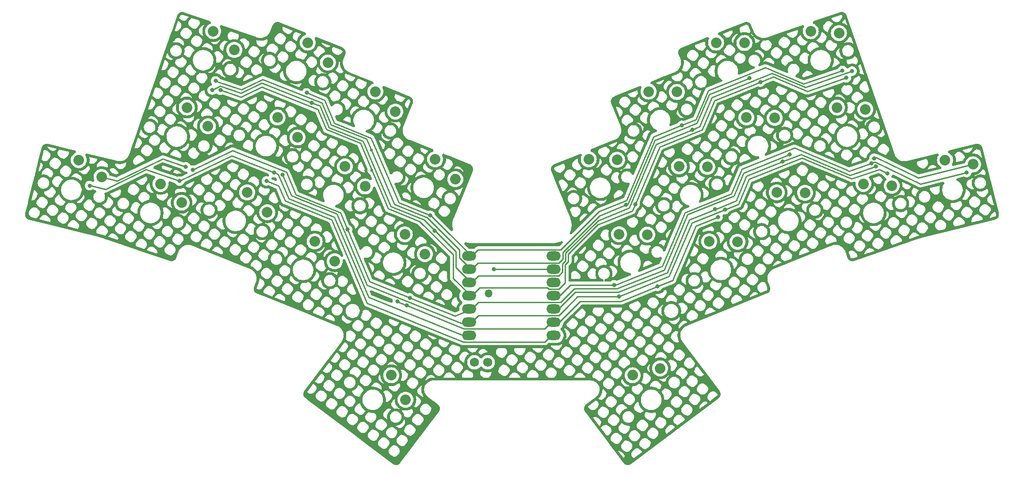
<source format=gbr>
%TF.GenerationSoftware,KiCad,Pcbnew,8.0.5*%
%TF.CreationDate,2024-09-08T16:42:38+10:00*%
%TF.ProjectId,akohekohe_min_choc,616b6f68-656b-46f6-9865-5f6d696e5f63,0.1*%
%TF.SameCoordinates,Original*%
%TF.FileFunction,Copper,L2,Bot*%
%TF.FilePolarity,Positive*%
%FSLAX46Y46*%
G04 Gerber Fmt 4.6, Leading zero omitted, Abs format (unit mm)*
G04 Created by KiCad (PCBNEW 8.0.5) date 2024-09-08 16:42:38*
%MOMM*%
%LPD*%
G01*
G04 APERTURE LIST*
%TA.AperFunction,ComponentPad*%
%ADD10C,2.032000*%
%TD*%
%TA.AperFunction,ComponentPad*%
%ADD11C,1.752600*%
%TD*%
%TA.AperFunction,ComponentPad*%
%ADD12O,2.750000X1.800000*%
%TD*%
%TA.AperFunction,ComponentPad*%
%ADD13O,1.500000X1.500000*%
%TD*%
%TA.AperFunction,ViaPad*%
%ADD14C,0.800000*%
%TD*%
%TA.AperFunction,ViaPad*%
%ADD15C,0.600000*%
%TD*%
%TA.AperFunction,Conductor*%
%ADD16C,0.250000*%
%TD*%
G04 APERTURE END LIST*
D10*
%TO.P,S24,*%
%TO.N,*%
X175753933Y-100002072D03*
%TO.P,S24,1*%
%TO.N,P1*%
X181176523Y-100076121D03*
%TD*%
%TO.P,S14,*%
%TO.N,*%
X228353414Y-104716167D03*
%TO.P,S14,1*%
%TO.N,P5*%
X233764697Y-105073911D03*
%TD*%
%TO.P,S8,*%
%TO.N,*%
X123264697Y-115752708D03*
%TO.P,S8,1*%
%TO.N,P4*%
X127113944Y-119572823D03*
%TD*%
%TO.P,S13,*%
%TO.N,*%
X243987453Y-100144308D03*
%TO.P,S13,1*%
%TO.N,P3*%
X249346965Y-100972316D03*
%TD*%
%TO.P,S19,*%
%TO.N,*%
X200141848Y-77610757D03*
%TO.P,S19,1*%
%TO.N,P1*%
X205564438Y-77684806D03*
%TD*%
%TO.P,S21,*%
%TO.N,*%
X193028494Y-101381343D03*
%TO.P,S21,1*%
%TO.N,P2*%
X198451084Y-101455392D03*
%TD*%
%TO.P,S22,*%
%TO.N,*%
X187222082Y-87010003D03*
%TO.P,S22,1*%
%TO.N,P0*%
X192644672Y-87084052D03*
%TD*%
%TO.P,S12,*%
%TO.N,*%
X146345650Y-100002065D03*
%TO.P,S12,1*%
%TO.N,P0*%
X150194897Y-103822180D03*
%TD*%
%TO.P,S2,*%
%TO.N,*%
X93746214Y-104716176D03*
%TO.P,S2,1*%
%TO.N,P4*%
X97790115Y-108329602D03*
%TD*%
%TO.P,S7,*%
%TO.N,*%
X121957756Y-77610747D03*
%TO.P,S7,1*%
%TO.N,P0*%
X125807003Y-81430862D03*
%TD*%
%TO.P,S26,*%
%TO.N,*%
X184160479Y-141436030D03*
%TO.P,S26,1*%
%TO.N,P5*%
X189417466Y-140104088D03*
%TD*%
D11*
%TO.P,D9,1*%
%TO.N,N/C*%
X153862711Y-138952131D03*
%TO.P,D9,2*%
X156402711Y-138952131D03*
%TD*%
D10*
%TO.P,S5,*%
%TO.N,*%
X110344974Y-106353460D03*
%TO.P,S5,1*%
%TO.N,P5*%
X114194221Y-110173575D03*
%TD*%
%TO.P,S17,*%
%TO.N,*%
X211754648Y-106353447D03*
%TO.P,S17,1*%
%TO.N,P4*%
X217177238Y-106427496D03*
%TD*%
D12*
%TO.P,U1,1,A2*%
%TO.N,P0*%
X152854238Y-118575740D03*
%TO.P,U1,2,A4*%
%TO.N,P1*%
X152854200Y-121115763D03*
%TO.P,U1,3,A10*%
%TO.N,P2*%
X152854210Y-123655766D03*
%TO.P,U1,4,A11*%
%TO.N,P3*%
X152854220Y-126195734D03*
%TO.P,U1,5,A8_SDA*%
%TO.N,P4*%
X152854236Y-128735747D03*
%TO.P,U1,6,A9_SCL*%
%TO.N,P5*%
X152854219Y-131275753D03*
%TO.P,U1,7,B8_TX*%
%TO.N,P6*%
X152854199Y-133815733D03*
%TO.P,U1,8,B9_RX*%
%TO.N,P7*%
X169044192Y-133815772D03*
%TO.P,U1,9,A7_SCK*%
%TO.N,P8*%
X169044230Y-131275749D03*
%TO.P,U1,10,A5_MISO*%
%TO.N,P9*%
X169044220Y-128735746D03*
%TO.P,U1,11,A6_MOSI*%
%TO.N,P10*%
X169044210Y-126195778D03*
%TO.P,U1,12,3V3*%
%TO.N,VCC*%
X169044194Y-123655765D03*
%TO.P,U1,13,GND*%
%TO.N,GND*%
X169044211Y-121115759D03*
%TO.P,U1,14,5V*%
%TO.N,VUSB*%
X169044231Y-118575779D03*
%TD*%
D10*
%TO.P,S16,*%
%TO.N,*%
X218260796Y-75405100D03*
%TO.P,S16,1*%
%TO.N,P0*%
X223672079Y-75762844D03*
%TD*%
%TO.P,S25,*%
%TO.N,*%
X137939132Y-141436027D03*
%TO.P,S25,1*%
%TO.N,P4*%
X140668490Y-146122235D03*
%TD*%
%TO.P,S3,*%
%TO.N,*%
X98792515Y-90060632D03*
%TO.P,S3,1*%
%TO.N,P3*%
X102836416Y-93674058D03*
%TD*%
%TO.P,S15,*%
%TO.N,*%
X223307101Y-90060625D03*
%TO.P,S15,1*%
%TO.N,P2*%
X228718384Y-90418369D03*
%TD*%
%TO.P,S20,*%
%TO.N,*%
X198834895Y-115752691D03*
%TO.P,S20,1*%
%TO.N,P5*%
X204257485Y-115826740D03*
%TD*%
%TO.P,S18,*%
%TO.N,*%
X205948259Y-91982112D03*
%TO.P,S18,1*%
%TO.N,P3*%
X211370849Y-92056161D03*
%TD*%
%TO.P,S9,*%
%TO.N,*%
X129071113Y-101381341D03*
%TO.P,S9,1*%
%TO.N,P3*%
X132920360Y-105201456D03*
%TD*%
D13*
%TO.P,,B+*%
%TO.N,N/C*%
X156608230Y-125774724D03*
%TD*%
D10*
%TO.P,S6,*%
%TO.N,*%
X116151352Y-91982099D03*
%TO.P,S6,1*%
%TO.N,P2*%
X120000599Y-95802214D03*
%TD*%
%TO.P,S23,*%
%TO.N,*%
X181560332Y-114373415D03*
%TO.P,S23,1*%
%TO.N,P3*%
X186982922Y-114447464D03*
%TD*%
%TO.P,S10,*%
%TO.N,*%
X134877509Y-87009979D03*
%TO.P,S10,1*%
%TO.N,P1*%
X138726756Y-90830094D03*
%TD*%
%TO.P,S1,*%
%TO.N,*%
X78112164Y-100144294D03*
%TO.P,S1,1*%
%TO.N,P2*%
X82455605Y-103391519D03*
%TD*%
%TO.P,S11,*%
%TO.N,*%
X140539265Y-114373432D03*
%TO.P,S11,1*%
%TO.N,P2*%
X144388512Y-118193547D03*
%TD*%
%TO.P,S4,*%
%TO.N,*%
X103838810Y-75405097D03*
%TO.P,S4,1*%
%TO.N,P1*%
X107882711Y-79018523D03*
%TD*%
D14*
%TO.N,P2*%
X195585979Y-94286027D03*
X98581899Y-101424662D03*
X226189690Y-83074512D03*
X103642572Y-86727383D03*
X146205715Y-113695777D03*
X122669451Y-89196593D03*
%TO.N,P6*%
X80171616Y-105039872D03*
X115477824Y-102558254D03*
X97384462Y-104187529D03*
%TO.N,P4*%
X141467209Y-126592968D03*
X129559874Y-113478672D03*
X99923656Y-102054350D03*
X214194547Y-99049290D03*
%TO.N,P3*%
X208609762Y-85178197D03*
X225075115Y-84366154D03*
D15*
X134177639Y-102089523D03*
D14*
X184643311Y-108612586D03*
X105223039Y-86742783D03*
X230387928Y-99795649D03*
%TO.N,P1*%
X104298371Y-84956259D03*
X206488462Y-84459137D03*
D15*
X134098893Y-98253175D03*
D14*
X182928672Y-108752171D03*
%TO.N,P5*%
X201832013Y-109655175D03*
X117099016Y-102943619D03*
X232968316Y-102714589D03*
X181577077Y-126325804D03*
%TO.N,P7*%
X114044721Y-104163270D03*
%TO.N,P0*%
X121731145Y-87239822D03*
X145377122Y-110737258D03*
X193559032Y-93470633D03*
X224326116Y-82959023D03*
%TO.N,P8*%
X139094063Y-127253249D03*
X188953994Y-124395376D03*
X200508840Y-111059604D03*
X140898617Y-128067324D03*
%TO.N,P10*%
X248129828Y-102543769D03*
X229913780Y-100754570D03*
X180589311Y-124106793D03*
%TO.N,P9*%
X230706573Y-101378128D03*
X199921176Y-109605131D03*
X212914599Y-100439519D03*
%TO.N,GND*%
X157621181Y-121100598D03*
%TD*%
D16*
%TO.N,P2*%
X196930387Y-93742860D02*
X195585979Y-94286027D01*
X170744249Y-120052998D02*
X171328042Y-119469200D01*
X170744221Y-121623207D02*
X170744249Y-120052998D01*
X132071575Y-96337036D02*
X126018648Y-93891502D01*
X82455593Y-103391513D02*
X85426951Y-104132362D01*
X103650998Y-86702884D02*
X103642572Y-86727383D01*
X195585979Y-94286027D02*
X188670843Y-97079915D01*
X105175134Y-85959513D02*
X103650998Y-86702884D01*
X98581899Y-101424662D02*
X94137965Y-99894495D01*
X171328042Y-119469200D02*
X171328034Y-117945393D01*
X217193920Y-86181587D02*
X226184067Y-83086045D01*
X170026653Y-122340785D02*
X170744221Y-121623207D01*
X171328034Y-117945393D02*
X177528035Y-111745391D01*
X226184067Y-83086045D02*
X226189690Y-83074512D01*
X137828933Y-109052986D02*
X132505804Y-96512472D01*
X154644272Y-122340758D02*
X170026653Y-122340785D01*
X150309744Y-118064167D02*
X150309738Y-117737371D01*
X153329220Y-123655806D02*
X152999224Y-123655786D01*
X153186814Y-123655780D02*
X153329232Y-123655785D01*
X94137965Y-99894495D02*
X85431963Y-104140694D01*
X109141397Y-87325214D02*
X105175134Y-85959513D01*
X153329217Y-123655829D02*
X153186848Y-123655810D01*
X122736603Y-89168103D02*
X122669451Y-89196593D01*
X132505804Y-96512472D02*
X132071575Y-96337036D01*
X153329247Y-123655811D02*
X154644272Y-122340758D01*
X138527449Y-109335205D02*
X137828933Y-109052986D01*
X122669451Y-89196593D02*
X113171952Y-85359360D01*
X217076602Y-86124364D02*
X210847062Y-83480114D01*
X150309742Y-120778689D02*
X150309744Y-118064167D01*
X210847062Y-83480114D02*
X199307675Y-88142309D01*
X153186816Y-123655775D02*
X153329221Y-123655803D01*
X150309738Y-117737371D02*
X144199021Y-111626641D01*
X124278037Y-89790849D02*
X122736603Y-89168103D01*
X126018648Y-93891502D02*
X124360922Y-89986124D01*
X113171952Y-85359360D02*
X109141397Y-87325214D01*
X188670843Y-97079915D02*
X183463690Y-109347228D01*
X124360922Y-89986124D02*
X124278037Y-89790849D01*
X153329239Y-123655793D02*
X153186828Y-123655769D01*
X144199021Y-111626641D02*
X138527449Y-109335205D01*
X217076602Y-86124364D02*
X217193920Y-86181587D01*
X183463690Y-109347228D02*
X177528035Y-111745391D01*
X85426951Y-104132362D02*
X85431963Y-104140694D01*
X153186828Y-123655769D02*
X150309742Y-120778689D01*
X199307675Y-88142309D02*
X196930387Y-93742860D01*
%TO.N,P6*%
X132826106Y-124702369D02*
X133586107Y-126492798D01*
X115477824Y-102558254D02*
X107409016Y-99298251D01*
X153329202Y-133815735D02*
X153261846Y-133844331D01*
X127061143Y-111120961D02*
X118275787Y-107571429D01*
X97384462Y-104187529D02*
X90951991Y-101972655D01*
X133586107Y-126492798D02*
X133708678Y-126542322D01*
X152540082Y-134150694D02*
X153329202Y-133815735D01*
X132826106Y-124702369D02*
X127061143Y-111120961D01*
X107409016Y-99298251D02*
X97384462Y-104187529D01*
X90951991Y-101972655D02*
X83243580Y-105732311D01*
X116286516Y-102884983D02*
X115477824Y-102558254D01*
X83243580Y-105732311D02*
X80237104Y-104982713D01*
X118275787Y-107571429D02*
X116286516Y-102884983D01*
X153329233Y-133815780D02*
X151953761Y-133815756D01*
X133708678Y-126542322D02*
X152540082Y-134150694D01*
%TO.N,P4*%
X194652937Y-110611624D02*
X203553892Y-107015404D01*
X107585924Y-98318147D02*
X107571145Y-98324422D01*
X172961650Y-124849598D02*
X181161635Y-124849587D01*
X154644222Y-127420789D02*
X170383627Y-127420781D01*
X190150930Y-121217676D02*
X194652937Y-110611624D01*
X118034130Y-102884495D02*
X117857372Y-102468084D01*
X170827459Y-126976960D02*
X170610201Y-127194203D01*
X170610201Y-127194203D02*
X170761266Y-127043142D01*
X129559872Y-113478670D02*
X128178424Y-110224180D01*
X153329263Y-128735786D02*
X154644222Y-127420789D01*
X133302776Y-122296403D02*
X129559874Y-113478672D01*
X203553892Y-107015404D02*
X205266886Y-102979865D01*
X153329234Y-128735758D02*
X152749804Y-129315183D01*
X133800098Y-123468010D02*
X150163830Y-130079397D01*
X99923656Y-102054350D02*
X107571145Y-98324422D01*
X119694694Y-106796545D02*
X128178424Y-110224180D01*
X150163830Y-130079397D02*
X153329242Y-128735749D01*
X170761266Y-127043142D02*
X170768087Y-127043140D01*
X153188583Y-128795453D02*
X153329239Y-128735742D01*
X118034130Y-102884495D02*
X119694694Y-106796545D01*
X117857372Y-102468084D02*
X107585924Y-98318147D01*
X129559874Y-113478672D02*
X129559872Y-113478670D01*
X170768087Y-127043140D02*
X172961650Y-124849598D01*
X152798375Y-129266700D02*
X153329242Y-128735781D01*
X205266886Y-102979865D02*
X205432658Y-102589325D01*
X205432658Y-102589325D02*
X214194547Y-99049290D01*
X133302776Y-122296403D02*
X133800098Y-123468010D01*
X181161635Y-124849587D02*
X190150930Y-121217676D01*
X170383627Y-127420781D02*
X170610201Y-127194203D01*
%TO.N,P3*%
X171827416Y-119606239D02*
X171827407Y-118208302D01*
X149836540Y-122845483D02*
X153186788Y-126195735D01*
X137886349Y-109689316D02*
X143402689Y-111918061D01*
X171827407Y-118208302D02*
X177477408Y-112558306D01*
X149793614Y-118308978D02*
X149836549Y-118308988D01*
X199801525Y-88736980D02*
X208609762Y-85178197D01*
X197430516Y-94322704D02*
X199801525Y-88736980D01*
X185499799Y-106594845D02*
X189317658Y-97600525D01*
X184105096Y-109880553D02*
X184643311Y-108612586D01*
X137339197Y-109468255D02*
X131992687Y-96872661D01*
X137886349Y-109689316D02*
X137339197Y-109468255D01*
X143402689Y-111918061D02*
X149793614Y-118308978D01*
X167826875Y-124645876D02*
X168061824Y-124880822D01*
X113153948Y-86134022D02*
X123891007Y-90472078D01*
X123891007Y-90472078D02*
X125493255Y-94246731D01*
X184643311Y-108612586D02*
X185499799Y-106594845D01*
X109140293Y-88091629D02*
X113153948Y-86134022D01*
X189317658Y-97600525D02*
X197430516Y-94322704D01*
X171225895Y-120207765D02*
X171827416Y-119606239D01*
X153186788Y-126195735D02*
X153329243Y-126195761D01*
X171225878Y-123681557D02*
X171225895Y-120207765D01*
X170026605Y-124880815D02*
X171225878Y-123681557D01*
X238902744Y-103576357D02*
X238883729Y-103564917D01*
X105223039Y-86742783D02*
X109140293Y-88091629D01*
X154644215Y-124880778D02*
X154879196Y-124645845D01*
X249346961Y-100972309D02*
X238902744Y-103576357D01*
X153186774Y-126195777D02*
X153329259Y-126195755D01*
X168061824Y-124880822D02*
X170026605Y-124880815D01*
X131992687Y-96872661D02*
X131925450Y-96845501D01*
X153329271Y-126195790D02*
X153186795Y-126195750D01*
X125493255Y-94246731D02*
X131925450Y-96845501D01*
X230387928Y-99795649D02*
X230837889Y-99640701D01*
X225075115Y-84366154D02*
X217575763Y-86948390D01*
X177477408Y-112558306D02*
X184105096Y-109880553D01*
X154644215Y-124880778D02*
X153329282Y-126195758D01*
X230837889Y-99640701D02*
X238883729Y-103564917D01*
X217575763Y-86948390D02*
X211066807Y-84185498D01*
X211066807Y-84185498D02*
X208609762Y-85178197D01*
X154879196Y-124645845D02*
X167826875Y-124645876D01*
X149836549Y-118308988D02*
X149836540Y-122845483D01*
%TO.N,P1*%
X104345657Y-84972531D02*
X109215145Y-86649221D01*
X206488462Y-84459137D02*
X198824859Y-87555443D01*
X132878804Y-95975439D02*
X133184474Y-96098936D01*
X154554243Y-119890787D02*
X170005970Y-119890778D01*
X153186855Y-121115748D02*
X153329219Y-121115755D01*
X124660945Y-89205480D02*
X126428402Y-93369302D01*
X153329222Y-121115761D02*
X153186871Y-121115775D01*
X138515986Y-108659207D02*
X139394841Y-109014291D01*
X198651023Y-87964924D02*
X196483661Y-93070944D01*
X153186865Y-121115766D02*
X153329204Y-121115758D01*
X183208272Y-108639194D02*
X182928672Y-108752171D01*
X188436524Y-96322191D02*
X183208272Y-108639194D01*
X144821274Y-111206705D02*
X150942675Y-117328140D01*
X150942675Y-117328140D02*
X150942675Y-118871588D01*
X198824859Y-87555443D02*
X198001736Y-89494543D01*
X134098893Y-98253175D02*
X138515986Y-108659207D01*
X170005970Y-119890778D02*
X170796898Y-119099879D01*
X196483661Y-93070944D02*
X188436524Y-96322191D01*
X170796895Y-117825528D02*
X177796894Y-110825533D01*
X170796898Y-119099879D02*
X170796895Y-117825528D01*
X126428402Y-93369302D02*
X132878804Y-95975439D01*
X177796894Y-110825533D02*
X182928672Y-108752171D01*
X109215145Y-86649221D02*
X113346608Y-84634181D01*
X153329270Y-121115757D02*
X154554243Y-119890787D01*
X133184474Y-96098936D02*
X134098893Y-98253175D01*
X150942675Y-118871588D02*
X153186855Y-121115748D01*
X113346608Y-84634181D02*
X124660945Y-89205480D01*
X139394841Y-109014291D02*
X144821274Y-111206705D01*
%TO.N,P5*%
X181577077Y-126325804D02*
X181495465Y-126358766D01*
X216589351Y-99736763D02*
X219411634Y-100934747D01*
X133292300Y-124127244D02*
X133292305Y-124127238D01*
X127190961Y-110364501D02*
X127504068Y-110491001D01*
X220590744Y-101429034D02*
X226085276Y-103761333D01*
X215076181Y-100348107D02*
X216589328Y-99736758D01*
X216589328Y-99736758D02*
X216589351Y-99736763D01*
X169685562Y-129960743D02*
X154644272Y-129960812D01*
X133292300Y-124127244D02*
X150802972Y-131202017D01*
X179545473Y-126358755D02*
X173628684Y-126358757D01*
X204396862Y-108618906D02*
X201832013Y-109655175D01*
X171571195Y-128416256D02*
X170026651Y-129960757D01*
X127190961Y-110364501D02*
X120573648Y-107690917D01*
X219411634Y-100934747D02*
X220583247Y-101432066D01*
X206423696Y-103843939D02*
X204396862Y-108618906D01*
X150802972Y-131202017D02*
X152186270Y-131760910D01*
X191147596Y-122459050D02*
X181577077Y-126325804D01*
X220583247Y-101432066D02*
X220590744Y-101429034D01*
X154644272Y-129960812D02*
X153329232Y-131275791D01*
X120573648Y-107690917D02*
X118812003Y-106979174D01*
X231377967Y-101938917D02*
X232968316Y-102714589D01*
X127504068Y-110491001D02*
X131059647Y-118867414D01*
X215076181Y-100348107D02*
X206423696Y-103843939D01*
X133292305Y-124127238D02*
X131059647Y-118867414D01*
X170026651Y-129960757D02*
X169685562Y-129960743D01*
X173628684Y-126358757D02*
X171571195Y-128416256D01*
X195495900Y-112215135D02*
X191147596Y-122459050D01*
X226085276Y-103761333D02*
X231377967Y-101938917D01*
X181495465Y-126358766D02*
X179545473Y-126358755D01*
X118812003Y-106979174D02*
X117099016Y-102943619D01*
X201832013Y-109655175D02*
X195495900Y-112215135D01*
X152186270Y-131760910D02*
X153329222Y-131275763D01*
%TO.N,P7*%
X126539474Y-111611231D02*
X117592177Y-107996287D01*
X117592177Y-107996287D02*
X116362684Y-105099790D01*
X116362684Y-105099790D02*
X114044721Y-104163270D01*
X168569202Y-133815780D02*
X167344280Y-135040765D01*
X167344280Y-135040765D02*
X151751741Y-135040765D01*
X133324490Y-127595689D02*
X126539474Y-111611231D01*
X151751741Y-135040765D02*
X133324490Y-127595689D01*
%TO.N,P0*%
X182988699Y-107876482D02*
X177763243Y-109987712D01*
X166918695Y-117350791D02*
X166918681Y-117350826D01*
X148613655Y-113860135D02*
X145490766Y-110737287D01*
X135247505Y-98632704D02*
X134087080Y-95898954D01*
X224326116Y-82959023D02*
X216865234Y-85527988D01*
X170400162Y-117350787D02*
X166918695Y-117350791D01*
X154554194Y-117350798D02*
X153329281Y-118575778D01*
X125161724Y-88625872D02*
X121731145Y-87239822D01*
X209584035Y-82412809D02*
X198642425Y-86833500D01*
X187739305Y-96684784D02*
X182988699Y-107876482D01*
X166918681Y-117350826D02*
X154554194Y-117350798D01*
X198642425Y-86833500D02*
X198421665Y-87353653D01*
X153329259Y-118575746D02*
X148613655Y-113860135D01*
X134087080Y-95898954D02*
X127040500Y-93051955D01*
X139352347Y-108303095D02*
X135247505Y-98632704D01*
X145377122Y-110737258D02*
X139352347Y-108303095D01*
X153329241Y-118575797D02*
X153329278Y-118561076D01*
X127040500Y-93051955D02*
X125161724Y-88625872D01*
X188181377Y-95643337D02*
X187739305Y-96684784D01*
X193466323Y-93508086D02*
X188181377Y-95643337D01*
X216478043Y-85339147D02*
X209584035Y-82412809D01*
X145490766Y-110737287D02*
X145377122Y-110737258D01*
X177763243Y-109987712D02*
X170400162Y-117350787D01*
X198421665Y-87353653D02*
X196294211Y-92365532D01*
X216865234Y-85527988D02*
X216478043Y-85339147D01*
X196294211Y-92365532D02*
X193466323Y-93508086D01*
%TO.N,P8*%
X139137600Y-127355835D02*
X140898617Y-128067324D01*
X171956193Y-129409191D02*
X171962323Y-129409184D01*
X170089599Y-131275791D02*
X171956193Y-129409191D01*
X168569265Y-131275802D02*
X169006974Y-131275788D01*
X167344289Y-132500812D02*
X168569270Y-131275782D01*
X188953994Y-124395376D02*
X191841087Y-123228918D01*
X196281705Y-112767487D02*
X196198808Y-112962760D01*
X151871823Y-132500785D02*
X167344289Y-132500812D01*
X181859950Y-127261549D02*
X188953994Y-124395376D01*
X200508840Y-111059604D02*
X196281705Y-112767487D01*
X191841087Y-123228918D02*
X191999215Y-122856367D01*
X173659940Y-127711563D02*
X174109943Y-127261559D01*
X168569270Y-131275782D02*
X170089599Y-131275791D01*
X139094063Y-127253249D02*
X139137600Y-127355835D01*
X140898617Y-128067324D02*
X151871823Y-132500785D01*
X191999215Y-122856367D02*
X196198808Y-112962760D01*
X168569254Y-131275808D02*
X169870250Y-131275776D01*
X171962323Y-129409184D02*
X173659940Y-127711563D01*
X174109943Y-127261559D02*
X181859950Y-127261549D01*
X168569216Y-131275774D02*
X168582793Y-131281440D01*
%TO.N,P10*%
X229934022Y-100747594D02*
X229913780Y-100754570D01*
X192005492Y-115348901D02*
X194188184Y-110206825D01*
X170167155Y-126195787D02*
X171056112Y-125306796D01*
X180906114Y-124106805D02*
X189816032Y-120506961D01*
X194188184Y-110206825D02*
X200632118Y-107603294D01*
X205059697Y-101877790D02*
X215119656Y-97813325D01*
X172356113Y-124106821D02*
X180589311Y-124106793D01*
X171056112Y-125306796D02*
X172256107Y-124106801D01*
X215119656Y-97813325D02*
X220144998Y-99946457D01*
X189816032Y-120506961D02*
X192005492Y-115348901D01*
X168569218Y-126195789D02*
X170167155Y-126195787D01*
X200632118Y-107603294D02*
X203042796Y-106629320D01*
X248129828Y-102543769D02*
X239286065Y-104748771D01*
X229913780Y-100754570D02*
X230598517Y-100518784D01*
X203042796Y-106629320D02*
X205059697Y-101877790D01*
X220144998Y-99946457D02*
X225125811Y-102060675D01*
X225537441Y-102261456D02*
X225125811Y-102060675D01*
X229913780Y-100754570D02*
X225537441Y-102261456D01*
X239286065Y-104748771D02*
X239282721Y-104754344D01*
X230598517Y-100518784D02*
X239282721Y-104754344D01*
X172256107Y-124106801D02*
X172356113Y-124106821D01*
X180589311Y-124106793D02*
X180906114Y-124106805D01*
%TO.N,P9*%
X199921176Y-109605131D02*
X199910554Y-109630147D01*
X203943817Y-108000604D02*
X205960719Y-103249080D01*
X205960719Y-103249080D02*
X212914599Y-100439519D01*
X173140767Y-125519280D02*
X170911888Y-127748143D01*
X230706573Y-101378128D02*
X225791643Y-103070467D01*
X199921176Y-109605131D02*
X199946181Y-109615752D01*
X225791643Y-103070467D02*
X225769411Y-103015431D01*
X199946181Y-109615752D02*
X203943817Y-108000604D01*
X181350841Y-125519282D02*
X173140767Y-125519280D01*
X199910554Y-109630147D02*
X195042842Y-111596826D01*
X169924247Y-128735750D02*
X168569258Y-128735778D01*
X195042842Y-111596826D02*
X190744045Y-121724189D01*
X225769411Y-103015431D02*
X216391544Y-99034773D01*
X190744045Y-121724189D02*
X181350841Y-125519282D01*
X168569278Y-128735773D02*
X169939224Y-128735737D01*
X170911888Y-127748143D02*
X169924247Y-128735750D01*
X212914599Y-100439519D02*
X216391544Y-99034773D01*
%TO.N,GND*%
X168554058Y-121100597D02*
X168569235Y-121115768D01*
X157621181Y-121100598D02*
X168554058Y-121100597D01*
%TD*%
%TA.AperFunction,NonConductor*%
G36*
X94277340Y-100612488D02*
G01*
X97667343Y-101779757D01*
X97751268Y-101828701D01*
X97801916Y-101890691D01*
X97806283Y-101898255D01*
X97842858Y-101961605D01*
X97868623Y-101990220D01*
X97945491Y-102075591D01*
X97970647Y-102103529D01*
X97995582Y-102121645D01*
X98125147Y-102215780D01*
X98183301Y-102241672D01*
X98299605Y-102293454D01*
X98299608Y-102293454D01*
X98299611Y-102293456D01*
X98486412Y-102333162D01*
X98662825Y-102333162D01*
X98758113Y-102352116D01*
X98838895Y-102406092D01*
X98892871Y-102486874D01*
X98911825Y-102582162D01*
X98892871Y-102677450D01*
X98838895Y-102758232D01*
X98771979Y-102805961D01*
X98726761Y-102828016D01*
X97781337Y-103289126D01*
X97687383Y-103313862D01*
X97620414Y-103308885D01*
X97479950Y-103279029D01*
X97479949Y-103279029D01*
X97288975Y-103279029D01*
X97102177Y-103318734D01*
X97102170Y-103318736D01*
X97063105Y-103336129D01*
X96968345Y-103357570D01*
X96880764Y-103344089D01*
X94447480Y-102506243D01*
X96130693Y-102506243D01*
X96955817Y-102790355D01*
X96958980Y-102789419D01*
X96961510Y-102788741D01*
X96974193Y-102785695D01*
X97189083Y-102740018D01*
X97201971Y-102737632D01*
X97204558Y-102737223D01*
X97217411Y-102735532D01*
X97245971Y-102732530D01*
X97258974Y-102731507D01*
X97261589Y-102731370D01*
X97274616Y-102731029D01*
X97494308Y-102731029D01*
X97507335Y-102731370D01*
X97509950Y-102731507D01*
X97522953Y-102732530D01*
X97551513Y-102735532D01*
X97564366Y-102737223D01*
X97566953Y-102737632D01*
X97579840Y-102740018D01*
X97633643Y-102751454D01*
X97811040Y-102664932D01*
X97636923Y-102538430D01*
X97626575Y-102530489D01*
X97624540Y-102528841D01*
X97614630Y-102520377D01*
X97593289Y-102501161D01*
X97583788Y-102492142D01*
X97581937Y-102490290D01*
X97573012Y-102480882D01*
X97426009Y-102317620D01*
X97417546Y-102307712D01*
X97415898Y-102305677D01*
X97407956Y-102295327D01*
X97391076Y-102272093D01*
X97383972Y-102261760D01*
X96539571Y-101971010D01*
X96446442Y-102054131D01*
X96175054Y-102414274D01*
X96130693Y-102506243D01*
X94447480Y-102506243D01*
X92542636Y-101850353D01*
X92458710Y-101801409D01*
X92399902Y-101724073D01*
X92375166Y-101630120D01*
X92388268Y-101533853D01*
X92417034Y-101484527D01*
X94023821Y-101484527D01*
X94119801Y-101759371D01*
X94189983Y-101838003D01*
X95557977Y-102309040D01*
X95776535Y-102113970D01*
X96019266Y-101791854D01*
X94216035Y-101170953D01*
X94036660Y-101258440D01*
X94023821Y-101484527D01*
X92417034Y-101484527D01*
X92437212Y-101449927D01*
X92514545Y-101391121D01*
X94087127Y-100624122D01*
X94181077Y-100599387D01*
X94277340Y-100612488D01*
G37*
%TD.AperFunction*%
%TA.AperFunction,NonConductor*%
G36*
X115274403Y-103443811D02*
G01*
X115382335Y-103466753D01*
X115382336Y-103466754D01*
X115382337Y-103466754D01*
X115573312Y-103466754D01*
X115573312Y-103466753D01*
X115621971Y-103456411D01*
X115719118Y-103455138D01*
X115809356Y-103491139D01*
X115878949Y-103558932D01*
X115902949Y-103602678D01*
X115989873Y-103807460D01*
X116009658Y-103902579D01*
X115991535Y-103998029D01*
X115938266Y-104079278D01*
X115857958Y-104133957D01*
X115762839Y-104153742D01*
X115667390Y-104135620D01*
X115655450Y-104130796D01*
X115553945Y-104089785D01*
X115129356Y-103918239D01*
X115048106Y-103864969D01*
X114993427Y-103784662D01*
X114973642Y-103689542D01*
X114991764Y-103594093D01*
X115045034Y-103512843D01*
X115125341Y-103458164D01*
X115220461Y-103438379D01*
X115274403Y-103443811D01*
G37*
%TD.AperFunction*%
%TA.AperFunction,NonConductor*%
G36*
X170656665Y-115705383D02*
G01*
X170738448Y-115757829D01*
X170793935Y-115837581D01*
X170814679Y-115932495D01*
X170797521Y-116028123D01*
X170745075Y-116109906D01*
X170741792Y-116113251D01*
X170210685Y-116644357D01*
X170129904Y-116698333D01*
X170034616Y-116717287D01*
X166992339Y-116717289D01*
X166975225Y-116716554D01*
X166916303Y-116717272D01*
X166913277Y-116717290D01*
X166844695Y-116717290D01*
X166843988Y-116717324D01*
X154627789Y-116717298D01*
X154627744Y-116717296D01*
X154616571Y-116717296D01*
X154616570Y-116717296D01*
X154550104Y-116717297D01*
X154550098Y-116717298D01*
X154491801Y-116717298D01*
X154491791Y-116717298D01*
X154491788Y-116717299D01*
X154491783Y-116717299D01*
X154441561Y-116727291D01*
X154431316Y-116729329D01*
X154407885Y-116733989D01*
X154369400Y-116741644D01*
X154336550Y-116755253D01*
X154318438Y-116762756D01*
X154317649Y-116763083D01*
X154254114Y-116789398D01*
X154219643Y-116812433D01*
X154219641Y-116812434D01*
X154150369Y-116858720D01*
X154150355Y-116858731D01*
X154150349Y-116858736D01*
X154122627Y-116886460D01*
X154055897Y-116953190D01*
X154055865Y-116953224D01*
X153876644Y-117132456D01*
X153795864Y-117186435D01*
X153700577Y-117205392D01*
X153661617Y-117202326D01*
X153440099Y-117167241D01*
X153440092Y-117167240D01*
X153440089Y-117167240D01*
X153440085Y-117167240D01*
X152919798Y-117167240D01*
X152824510Y-117148286D01*
X152743731Y-117094312D01*
X152001217Y-116351797D01*
X151947242Y-116271017D01*
X151928288Y-116175729D01*
X151947242Y-116080441D01*
X152001219Y-115999659D01*
X152082000Y-115945683D01*
X152177288Y-115926729D01*
X152242724Y-115936913D01*
X152243046Y-115935691D01*
X152249224Y-115937315D01*
X152249236Y-115937319D01*
X152602098Y-116010961D01*
X152960658Y-116047973D01*
X152960662Y-116047972D01*
X152960663Y-116047973D01*
X152974962Y-116047971D01*
X153140890Y-116047958D01*
X153142407Y-116047957D01*
X153142571Y-116047957D01*
X153142571Y-116047984D01*
X153142707Y-116047956D01*
X168948384Y-116047952D01*
X168958714Y-116047952D01*
X168958714Y-116047953D01*
X169138247Y-116047967D01*
X169138939Y-116047968D01*
X169138939Y-116047967D01*
X169138945Y-116047968D01*
X169497503Y-116010956D01*
X169850364Y-115937314D01*
X170193796Y-115827822D01*
X170193847Y-115827800D01*
X170466123Y-115708969D01*
X170561037Y-115688225D01*
X170656665Y-115705383D01*
G37*
%TD.AperFunction*%
%TA.AperFunction,NonConductor*%
G36*
X224250408Y-71724517D02*
G01*
X224271417Y-71726725D01*
X224380354Y-71738176D01*
X224422941Y-71746455D01*
X224548540Y-71782472D01*
X224589055Y-71798026D01*
X224706483Y-71855304D01*
X224743686Y-71877659D01*
X224849372Y-71954449D01*
X224882130Y-71982927D01*
X224972885Y-72076914D01*
X225000200Y-72110648D01*
X225073248Y-72218957D01*
X225094290Y-72256922D01*
X225152188Y-72386984D01*
X225160147Y-72407194D01*
X225182976Y-72473507D01*
X225183018Y-72473607D01*
X234291146Y-98925512D01*
X234291231Y-98926142D01*
X234324649Y-99022998D01*
X234324649Y-99022999D01*
X234368713Y-99150712D01*
X234490244Y-99392040D01*
X234643119Y-99614837D01*
X234824562Y-99815056D01*
X235031277Y-99989061D01*
X235078208Y-100018801D01*
X235259504Y-100133688D01*
X235259506Y-100133689D01*
X235259511Y-100133692D01*
X235505119Y-100246323D01*
X235505125Y-100246324D01*
X235505130Y-100246327D01*
X235760621Y-100323990D01*
X235763641Y-100324908D01*
X236030381Y-100368020D01*
X236300496Y-100374876D01*
X236569080Y-100345352D01*
X236620070Y-100332669D01*
X236620779Y-100332543D01*
X236636248Y-100328685D01*
X236636252Y-100328686D01*
X242478852Y-98871956D01*
X242575890Y-98867296D01*
X242667330Y-98900126D01*
X242739246Y-98965450D01*
X242780690Y-99053322D01*
X242785351Y-99150365D01*
X242752521Y-99241805D01*
X242751393Y-99243664D01*
X242624912Y-99450059D01*
X242533084Y-99671754D01*
X242477065Y-99905088D01*
X242458239Y-100144302D01*
X242458239Y-100144313D01*
X242477065Y-100383527D01*
X242533084Y-100616861D01*
X242624912Y-100838556D01*
X242738471Y-101023866D01*
X242750293Y-101043157D01*
X242906135Y-101225626D01*
X243088604Y-101381468D01*
X243160340Y-101425428D01*
X243231682Y-101491376D01*
X243272356Y-101579607D01*
X243276170Y-101676687D01*
X243242543Y-101767837D01*
X243176594Y-101839180D01*
X243090475Y-101879338D01*
X239064085Y-102883234D01*
X238967042Y-102887895D01*
X238894692Y-102865430D01*
X236963965Y-101923752D01*
X240647147Y-101923752D01*
X242406974Y-101484976D01*
X242362754Y-101433200D01*
X242092225Y-101229343D01*
X241807491Y-101092004D01*
X241516834Y-101075498D01*
X241241990Y-101171478D01*
X241006141Y-101381982D01*
X240734753Y-101742126D01*
X240647147Y-101923752D01*
X236963965Y-101923752D01*
X234685312Y-100812379D01*
X238583520Y-100812379D01*
X238679500Y-101087223D01*
X238890004Y-101323072D01*
X239250148Y-101594460D01*
X239534883Y-101731800D01*
X239825540Y-101748306D01*
X240100384Y-101652325D01*
X240336234Y-101441821D01*
X240607621Y-101081678D01*
X240744961Y-100796942D01*
X240761467Y-100506285D01*
X240665487Y-100231442D01*
X240454985Y-99995595D01*
X240400887Y-99954829D01*
X238664660Y-100387721D01*
X238600026Y-100521722D01*
X238583520Y-100812379D01*
X234685312Y-100812379D01*
X231179186Y-99102328D01*
X231179155Y-99102312D01*
X231171386Y-99098523D01*
X231106322Y-99066791D01*
X231059518Y-99043963D01*
X231059506Y-99043957D01*
X230993395Y-99026554D01*
X230993395Y-99026553D01*
X230993390Y-99026553D01*
X230938841Y-99012192D01*
X230938830Y-99012189D01*
X230894573Y-99009483D01*
X230808495Y-98988420D01*
X230670221Y-98926856D01*
X230670213Y-98926854D01*
X230483415Y-98887149D01*
X230292441Y-98887149D01*
X230105642Y-98926854D01*
X230105634Y-98926856D01*
X229931179Y-99004529D01*
X229776676Y-99116781D01*
X229648892Y-99258700D01*
X229648888Y-99258705D01*
X229553660Y-99423645D01*
X229553401Y-99424093D01*
X229543126Y-99455715D01*
X229494385Y-99605721D01*
X229474424Y-99795648D01*
X229474424Y-99795651D01*
X229474549Y-99796841D01*
X229474424Y-99798200D01*
X229474424Y-99808698D01*
X229473459Y-99808698D01*
X229465656Y-99893588D01*
X229420416Y-99979567D01*
X229373271Y-100024305D01*
X229302529Y-100075701D01*
X229174740Y-100217625D01*
X229133797Y-100288540D01*
X229069737Y-100361584D01*
X228999224Y-100399471D01*
X225676837Y-101543455D01*
X225580570Y-101556557D01*
X225486616Y-101531821D01*
X225486605Y-101531815D01*
X225460713Y-101519185D01*
X225433754Y-101503542D01*
X225430763Y-101501909D01*
X225394618Y-101486566D01*
X225382762Y-101481163D01*
X225347457Y-101463943D01*
X225344266Y-101462758D01*
X225314762Y-101452671D01*
X223739425Y-100783984D01*
X226078552Y-100783984D01*
X226091512Y-100821095D01*
X228096094Y-100130864D01*
X227950015Y-99967197D01*
X227589871Y-99695809D01*
X227305136Y-99558469D01*
X227014479Y-99541963D01*
X226739635Y-99637944D01*
X226503785Y-99848448D01*
X226232398Y-100208591D01*
X226095058Y-100493327D01*
X226078552Y-100783984D01*
X223739425Y-100783984D01*
X220335091Y-99338938D01*
X220145280Y-99258368D01*
X219491786Y-98980976D01*
X220894289Y-98980976D01*
X222736553Y-99762966D01*
X222740079Y-99755656D01*
X222756585Y-99464999D01*
X222691577Y-99278844D01*
X224081165Y-99278844D01*
X224177145Y-99553688D01*
X224387649Y-99789538D01*
X224747793Y-100060925D01*
X225032528Y-100198265D01*
X225323185Y-100214771D01*
X225598029Y-100118791D01*
X225833878Y-99908287D01*
X226105266Y-99548143D01*
X226242606Y-99263408D01*
X226259112Y-98972751D01*
X226194103Y-98786596D01*
X227583691Y-98786596D01*
X227679672Y-99061440D01*
X227890176Y-99297290D01*
X228250320Y-99568677D01*
X228535055Y-99706017D01*
X228825711Y-99722522D01*
X228909827Y-99693147D01*
X228913818Y-99688942D01*
X228915669Y-99687090D01*
X228925170Y-99678071D01*
X228936870Y-99667535D01*
X228950889Y-99534159D01*
X228952582Y-99521289D01*
X228952991Y-99518703D01*
X228955375Y-99505830D01*
X228961346Y-99477739D01*
X228964392Y-99465056D01*
X228965070Y-99462526D01*
X228968770Y-99450033D01*
X229036660Y-99241093D01*
X229040994Y-99228852D01*
X229041932Y-99226407D01*
X229046938Y-99214319D01*
X229058618Y-99188085D01*
X229064241Y-99176296D01*
X229065430Y-99173963D01*
X229071640Y-99162528D01*
X229181486Y-98972270D01*
X229188321Y-98961118D01*
X229189747Y-98958923D01*
X229197101Y-98948225D01*
X229213980Y-98924991D01*
X229221926Y-98914635D01*
X229223574Y-98912600D01*
X229232037Y-98902692D01*
X229379041Y-98739429D01*
X229387966Y-98730021D01*
X229389817Y-98728169D01*
X229399318Y-98719150D01*
X229420659Y-98699934D01*
X229430569Y-98691470D01*
X229432604Y-98689822D01*
X229442952Y-98681881D01*
X229620687Y-98552750D01*
X229631393Y-98545391D01*
X229633588Y-98543965D01*
X229644738Y-98537131D01*
X229669608Y-98522772D01*
X229681008Y-98516580D01*
X229683342Y-98515390D01*
X229695167Y-98509748D01*
X229761533Y-98480199D01*
X229696630Y-98294348D01*
X231086218Y-98294348D01*
X231159276Y-98503552D01*
X231208784Y-98516585D01*
X231217662Y-98519099D01*
X231219426Y-98519634D01*
X231228091Y-98522436D01*
X231235334Y-98524925D01*
X231241407Y-98526950D01*
X231249093Y-98529653D01*
X231250641Y-98530226D01*
X231251972Y-98530743D01*
X231255785Y-98532134D01*
X231257506Y-98532797D01*
X231266096Y-98536291D01*
X231270996Y-98538391D01*
X231275101Y-98540068D01*
X231282739Y-98543337D01*
X231284246Y-98544012D01*
X231291617Y-98547460D01*
X231346534Y-98574245D01*
X231346535Y-98574245D01*
X231420047Y-98610096D01*
X231420109Y-98610127D01*
X232539988Y-99156328D01*
X232603082Y-99134295D01*
X232838932Y-98923791D01*
X233110319Y-98563647D01*
X233247660Y-98278911D01*
X233264165Y-97988255D01*
X233168185Y-97713411D01*
X232957681Y-97477561D01*
X232597537Y-97206174D01*
X232312802Y-97068834D01*
X232022145Y-97052328D01*
X231747301Y-97148308D01*
X231511452Y-97358812D01*
X231240064Y-97718956D01*
X231102724Y-98003691D01*
X231086218Y-98294348D01*
X229696630Y-98294348D01*
X229665658Y-98205659D01*
X229455154Y-97969809D01*
X229095010Y-97698422D01*
X228810275Y-97561082D01*
X228519618Y-97544576D01*
X228244774Y-97640556D01*
X228008925Y-97851060D01*
X227737537Y-98211204D01*
X227600197Y-98495939D01*
X227583691Y-98786596D01*
X226194103Y-98786596D01*
X226163131Y-98697907D01*
X225952627Y-98462057D01*
X225592484Y-98190670D01*
X225486959Y-98139771D01*
X225419384Y-98148668D01*
X225411221Y-98149606D01*
X225409592Y-98149766D01*
X225401532Y-98150425D01*
X225383630Y-98151598D01*
X225375569Y-98151995D01*
X225373934Y-98152049D01*
X225365715Y-98152185D01*
X225090191Y-98152185D01*
X225081972Y-98152049D01*
X225080337Y-98151995D01*
X225072276Y-98151598D01*
X225054374Y-98150425D01*
X225046314Y-98149766D01*
X225044685Y-98149606D01*
X225036523Y-98148668D01*
X224789827Y-98116189D01*
X224742248Y-98132804D01*
X224506398Y-98343308D01*
X224235012Y-98703450D01*
X224097670Y-98988188D01*
X224081165Y-99278844D01*
X222691577Y-99278844D01*
X222660605Y-99190155D01*
X222450101Y-98954305D01*
X222089957Y-98682918D01*
X221805221Y-98545578D01*
X221514565Y-98529072D01*
X221239721Y-98625052D01*
X221003871Y-98835556D01*
X220894289Y-98980976D01*
X219491786Y-98980976D01*
X215309750Y-97205806D01*
X215309749Y-97205805D01*
X215309745Y-97205804D01*
X215238402Y-97190965D01*
X215187582Y-97180394D01*
X215125185Y-97179849D01*
X215062793Y-97179305D01*
X215062792Y-97179305D01*
X215062791Y-97179305D01*
X215062789Y-97179305D01*
X215062784Y-97179305D01*
X215034059Y-97184759D01*
X214940200Y-97202578D01*
X214940199Y-97202578D01*
X209777861Y-99288287D01*
X209682411Y-99306409D01*
X209587292Y-99286624D01*
X209506984Y-99231944D01*
X209453715Y-99150695D01*
X209435593Y-99055245D01*
X209455378Y-98960126D01*
X209508512Y-98881351D01*
X209638973Y-98750891D01*
X209639721Y-98749917D01*
X209795775Y-98546543D01*
X209795775Y-98546542D01*
X209795781Y-98546535D01*
X209872662Y-98413373D01*
X210480481Y-98413373D01*
X211635695Y-97946639D01*
X211740252Y-97729872D01*
X211756757Y-97439216D01*
X211691748Y-97253061D01*
X213081337Y-97253061D01*
X213114849Y-97349025D01*
X214570734Y-96760814D01*
X216583863Y-96760814D01*
X216679843Y-97035657D01*
X216890346Y-97271506D01*
X216920421Y-97294169D01*
X217849438Y-97688514D01*
X218100727Y-97600760D01*
X218336576Y-97390257D01*
X218372086Y-97343134D01*
X218926201Y-97343134D01*
X218926201Y-97516489D01*
X218926202Y-97516505D01*
X218953318Y-97687711D01*
X218953323Y-97687730D01*
X219006752Y-97852171D01*
X219006893Y-97852603D01*
X219085599Y-98007072D01*
X219141877Y-98084531D01*
X219185146Y-98144087D01*
X219187500Y-98147326D01*
X219310087Y-98269913D01*
X219450341Y-98371814D01*
X219604810Y-98450520D01*
X219769689Y-98504092D01*
X219769700Y-98504093D01*
X219769701Y-98504094D01*
X219813519Y-98511034D01*
X219940919Y-98531212D01*
X219940923Y-98531212D01*
X220114279Y-98531212D01*
X220114283Y-98531212D01*
X220285513Y-98504092D01*
X220450392Y-98450520D01*
X220604861Y-98371814D01*
X220745115Y-98269913D01*
X220867702Y-98147326D01*
X220969603Y-98007072D01*
X221048309Y-97852603D01*
X221073944Y-97773705D01*
X222083777Y-97773705D01*
X222179758Y-98048549D01*
X222390262Y-98284398D01*
X222750405Y-98555786D01*
X223035141Y-98693126D01*
X223325797Y-98709631D01*
X223600641Y-98613651D01*
X223836491Y-98403147D01*
X224107878Y-98043004D01*
X224138083Y-97980384D01*
X226142582Y-97980384D01*
X226252932Y-98063538D01*
X226537668Y-98200878D01*
X226828324Y-98217384D01*
X227103168Y-98121403D01*
X227339018Y-97910899D01*
X227610405Y-97550755D01*
X227747745Y-97266020D01*
X227764251Y-96975363D01*
X227699243Y-96789209D01*
X229088831Y-96789209D01*
X229184811Y-97064053D01*
X229395315Y-97299902D01*
X229755459Y-97571290D01*
X230040194Y-97708630D01*
X230330851Y-97725136D01*
X230605695Y-97629155D01*
X230841545Y-97418651D01*
X231112932Y-97058507D01*
X231250272Y-96773772D01*
X231266778Y-96483115D01*
X231170798Y-96208271D01*
X230960294Y-95972422D01*
X230600150Y-95701034D01*
X230315414Y-95563694D01*
X230024758Y-95547189D01*
X229749914Y-95643169D01*
X229514064Y-95853673D01*
X229242678Y-96213815D01*
X229105336Y-96498553D01*
X229088831Y-96789209D01*
X227699243Y-96789209D01*
X227668271Y-96700519D01*
X227559065Y-96578165D01*
X227496943Y-96728144D01*
X227493677Y-96735675D01*
X227493001Y-96737166D01*
X227489546Y-96744469D01*
X227481612Y-96760559D01*
X227477841Y-96767898D01*
X227477069Y-96769341D01*
X227473155Y-96776380D01*
X227335393Y-97014991D01*
X227331186Y-97022009D01*
X227330322Y-97023398D01*
X227325926Y-97030215D01*
X227315959Y-97045132D01*
X227311325Y-97051827D01*
X227310372Y-97053157D01*
X227305514Y-97059708D01*
X227137785Y-97278297D01*
X227132657Y-97284756D01*
X227131618Y-97286021D01*
X227126407Y-97292161D01*
X227114578Y-97305649D01*
X227109136Y-97311654D01*
X227108019Y-97312847D01*
X227102325Y-97318732D01*
X226907500Y-97513557D01*
X226901615Y-97519251D01*
X226900422Y-97520368D01*
X226894417Y-97525810D01*
X226880929Y-97537639D01*
X226874789Y-97542850D01*
X226873524Y-97543889D01*
X226867065Y-97549017D01*
X226648476Y-97716746D01*
X226641925Y-97721604D01*
X226640595Y-97722557D01*
X226633900Y-97727191D01*
X226618983Y-97737158D01*
X226612166Y-97741554D01*
X226610777Y-97742418D01*
X226603759Y-97746625D01*
X226365148Y-97884387D01*
X226358109Y-97888301D01*
X226356666Y-97889073D01*
X226349327Y-97892844D01*
X226333237Y-97900778D01*
X226325934Y-97904233D01*
X226324443Y-97904909D01*
X226316912Y-97908175D01*
X226142582Y-97980384D01*
X224138083Y-97980384D01*
X224167264Y-97919885D01*
X224138994Y-97908175D01*
X224131463Y-97904909D01*
X224129972Y-97904233D01*
X224122669Y-97900778D01*
X224106579Y-97892844D01*
X224099240Y-97889073D01*
X224097797Y-97888301D01*
X224090758Y-97884387D01*
X223852147Y-97746625D01*
X223845129Y-97742418D01*
X223843740Y-97741554D01*
X223836923Y-97737158D01*
X223822006Y-97727191D01*
X223815311Y-97722557D01*
X223813981Y-97721604D01*
X223807430Y-97716746D01*
X223588841Y-97549017D01*
X223582382Y-97543889D01*
X223581117Y-97542850D01*
X223574977Y-97537639D01*
X223561489Y-97525810D01*
X223555484Y-97520368D01*
X223554291Y-97519251D01*
X223548406Y-97513557D01*
X223353581Y-97318732D01*
X223347887Y-97312847D01*
X223346770Y-97311654D01*
X223341328Y-97305649D01*
X223329499Y-97292161D01*
X223324288Y-97286021D01*
X223323249Y-97284756D01*
X223318121Y-97278297D01*
X223150392Y-97059708D01*
X223145534Y-97053157D01*
X223144581Y-97051827D01*
X223139947Y-97045132D01*
X223129980Y-97030215D01*
X223125584Y-97023398D01*
X223124720Y-97022009D01*
X223120513Y-97014991D01*
X222982751Y-96776380D01*
X222978837Y-96769341D01*
X222978065Y-96767898D01*
X222974294Y-96760559D01*
X222966360Y-96744469D01*
X222962905Y-96737166D01*
X222962229Y-96735675D01*
X222958963Y-96728144D01*
X222895546Y-96575043D01*
X222744860Y-96627665D01*
X222509011Y-96838169D01*
X222237623Y-97198313D01*
X222100283Y-97483048D01*
X222083777Y-97773705D01*
X221073944Y-97773705D01*
X221101881Y-97687724D01*
X221129001Y-97516494D01*
X221129001Y-97343130D01*
X221107802Y-97209284D01*
X221101883Y-97171912D01*
X221101882Y-97171911D01*
X221101881Y-97171900D01*
X221048309Y-97007021D01*
X220969603Y-96852552D01*
X220867702Y-96712298D01*
X220745115Y-96589711D01*
X220745111Y-96589708D01*
X220745110Y-96589707D01*
X220640188Y-96513477D01*
X220604861Y-96487810D01*
X220450392Y-96409104D01*
X220450381Y-96409100D01*
X220285544Y-96355542D01*
X220285513Y-96355532D01*
X220285508Y-96355531D01*
X220285500Y-96355529D01*
X220114294Y-96328413D01*
X220114285Y-96328412D01*
X220114283Y-96328412D01*
X219940919Y-96328412D01*
X219940916Y-96328412D01*
X219940907Y-96328413D01*
X219769701Y-96355529D01*
X219769690Y-96355531D01*
X219769689Y-96355532D01*
X219769686Y-96355532D01*
X219769682Y-96355534D01*
X219604820Y-96409100D01*
X219604809Y-96409104D01*
X219450342Y-96487809D01*
X219310091Y-96589707D01*
X219187496Y-96712302D01*
X219085598Y-96852553D01*
X219006893Y-97007020D01*
X219006889Y-97007031D01*
X218953323Y-97171893D01*
X218953318Y-97171912D01*
X218926202Y-97343118D01*
X218926201Y-97343134D01*
X218372086Y-97343134D01*
X218378201Y-97335019D01*
X218378201Y-97332365D01*
X218378393Y-97322600D01*
X218378470Y-97320638D01*
X218379045Y-97310869D01*
X218380734Y-97289406D01*
X218381694Y-97279663D01*
X218381925Y-97277712D01*
X218383264Y-97268037D01*
X218413752Y-97075541D01*
X218415468Y-97065928D01*
X218415851Y-97064002D01*
X218417951Y-97054429D01*
X218422978Y-97033494D01*
X218425453Y-97024014D01*
X218425986Y-97022125D01*
X218428816Y-97012798D01*
X218489041Y-96827443D01*
X218492207Y-96818307D01*
X218492886Y-96816464D01*
X218496489Y-96807252D01*
X218504729Y-96787360D01*
X218508624Y-96778452D01*
X218509446Y-96776668D01*
X218513735Y-96767825D01*
X218602216Y-96594172D01*
X218606777Y-96585635D01*
X218607736Y-96583921D01*
X218612737Y-96575385D01*
X218623988Y-96557028D01*
X218629223Y-96548849D01*
X218630313Y-96547217D01*
X218635930Y-96539155D01*
X218740860Y-96394729D01*
X218665830Y-96179876D01*
X218455326Y-95944027D01*
X218246157Y-95786407D01*
X220195265Y-95786407D01*
X220381872Y-95815963D01*
X220391485Y-95817679D01*
X220393411Y-95818062D01*
X220402984Y-95820162D01*
X220423919Y-95825189D01*
X220433399Y-95827664D01*
X220435288Y-95828197D01*
X220444615Y-95831027D01*
X220629970Y-95891252D01*
X220639106Y-95894418D01*
X220640949Y-95895097D01*
X220650161Y-95898700D01*
X220670053Y-95906940D01*
X220678961Y-95910835D01*
X220680745Y-95911657D01*
X220689588Y-95915946D01*
X220863241Y-96004427D01*
X220871778Y-96008988D01*
X220873492Y-96009947D01*
X220882028Y-96014948D01*
X220900385Y-96026199D01*
X220908564Y-96031434D01*
X220910196Y-96032524D01*
X220918258Y-96038141D01*
X221075931Y-96152696D01*
X221083774Y-96158635D01*
X221085317Y-96159852D01*
X221092834Y-96166023D01*
X221109205Y-96180006D01*
X221116574Y-96186556D01*
X221118015Y-96187889D01*
X221124998Y-96194605D01*
X221262808Y-96332415D01*
X221269524Y-96339398D01*
X221270857Y-96340839D01*
X221277407Y-96348208D01*
X221291390Y-96364579D01*
X221297561Y-96372096D01*
X221298778Y-96373639D01*
X221304717Y-96381482D01*
X221419272Y-96539155D01*
X221424889Y-96547217D01*
X221425979Y-96548849D01*
X221431214Y-96557028D01*
X221442465Y-96575385D01*
X221447466Y-96583921D01*
X221448425Y-96585635D01*
X221452986Y-96594172D01*
X221541467Y-96767825D01*
X221545756Y-96776668D01*
X221546578Y-96778452D01*
X221550473Y-96787360D01*
X221558713Y-96807252D01*
X221562316Y-96816464D01*
X221562995Y-96818307D01*
X221566161Y-96827443D01*
X221626386Y-97012798D01*
X221629216Y-97022125D01*
X221629749Y-97024014D01*
X221632224Y-97033494D01*
X221637251Y-97054429D01*
X221639351Y-97064002D01*
X221639734Y-97065928D01*
X221641277Y-97074575D01*
X221839104Y-96898008D01*
X222110491Y-96537864D01*
X222247831Y-96253129D01*
X222264337Y-95962472D01*
X222168357Y-95687628D01*
X222010166Y-95510391D01*
X223262953Y-95510391D01*
X223262953Y-95767978D01*
X223296496Y-96022766D01*
X223296575Y-96023360D01*
X223331171Y-96152474D01*
X223363034Y-96271391D01*
X223363243Y-96272169D01*
X223400388Y-96361844D01*
X223461814Y-96510141D01*
X223461819Y-96510152D01*
X223590604Y-96733213D01*
X223590615Y-96733231D01*
X223747410Y-96937570D01*
X223747414Y-96937574D01*
X223747418Y-96937579D01*
X223929559Y-97119720D01*
X223929563Y-97119723D01*
X223929567Y-97119727D01*
X224133906Y-97276522D01*
X224133911Y-97276525D01*
X224133915Y-97276528D01*
X224172029Y-97298533D01*
X224356985Y-97405318D01*
X224356988Y-97405319D01*
X224356991Y-97405321D01*
X224594969Y-97503895D01*
X224843778Y-97570563D01*
X225029766Y-97595049D01*
X225099159Y-97604185D01*
X225099160Y-97604185D01*
X225356747Y-97604185D01*
X225426140Y-97595049D01*
X225612128Y-97570563D01*
X225860937Y-97503895D01*
X226098915Y-97405321D01*
X226321991Y-97276528D01*
X226334990Y-97266554D01*
X226526338Y-97119727D01*
X226526338Y-97119726D01*
X226526347Y-97119720D01*
X226708488Y-96937579D01*
X226729408Y-96910316D01*
X226865290Y-96733231D01*
X226865290Y-96733230D01*
X226865296Y-96733223D01*
X226994089Y-96510147D01*
X227092663Y-96272169D01*
X227159331Y-96023360D01*
X227192953Y-95767978D01*
X227192953Y-95510392D01*
X227191263Y-95497559D01*
X227185025Y-95450177D01*
X227159331Y-95255010D01*
X227092663Y-95006201D01*
X226994089Y-94768223D01*
X226991319Y-94763426D01*
X226876599Y-94564724D01*
X226865296Y-94545147D01*
X226865293Y-94545143D01*
X226865290Y-94545138D01*
X226790604Y-94447805D01*
X227441871Y-94447805D01*
X227473155Y-94501990D01*
X227477069Y-94509029D01*
X227477841Y-94510472D01*
X227481612Y-94517811D01*
X227489546Y-94533901D01*
X227493001Y-94541204D01*
X227493677Y-94542695D01*
X227496943Y-94550226D01*
X227602381Y-94804777D01*
X227605387Y-94812385D01*
X227605963Y-94813916D01*
X227608692Y-94821545D01*
X227614459Y-94838531D01*
X227616971Y-94846349D01*
X227617446Y-94847916D01*
X227619669Y-94855703D01*
X227690980Y-95121841D01*
X227692974Y-95129808D01*
X227693345Y-95131401D01*
X227695047Y-95139285D01*
X227698548Y-95156879D01*
X227700026Y-95165007D01*
X227700292Y-95166622D01*
X227701472Y-95174587D01*
X227737436Y-95447755D01*
X227738374Y-95455917D01*
X227738534Y-95457546D01*
X227739193Y-95465606D01*
X227740366Y-95483508D01*
X227740763Y-95491569D01*
X227740817Y-95493204D01*
X227740953Y-95501423D01*
X227740953Y-95776947D01*
X227740817Y-95785166D01*
X227740763Y-95786801D01*
X227740366Y-95794862D01*
X227739193Y-95812764D01*
X227738534Y-95820824D01*
X227738374Y-95822453D01*
X227737436Y-95830615D01*
X227711087Y-96030744D01*
X227758074Y-96066151D01*
X228042808Y-96203491D01*
X228333464Y-96219996D01*
X228608308Y-96124016D01*
X228844157Y-95913512D01*
X229115545Y-95553368D01*
X229193769Y-95391192D01*
X231018133Y-95391192D01*
X231260598Y-95573902D01*
X231545334Y-95711243D01*
X231835991Y-95727748D01*
X232110834Y-95631768D01*
X232346683Y-95421265D01*
X232455319Y-95277099D01*
X232055784Y-94116766D01*
X232042154Y-94202829D01*
X232040438Y-94212442D01*
X232040055Y-94214368D01*
X232037955Y-94223941D01*
X232032928Y-94244876D01*
X232030453Y-94254356D01*
X232029920Y-94256245D01*
X232027090Y-94265572D01*
X231966865Y-94450927D01*
X231963699Y-94460063D01*
X231963020Y-94461906D01*
X231959417Y-94471118D01*
X231951177Y-94491010D01*
X231947282Y-94499918D01*
X231946460Y-94501702D01*
X231942171Y-94510545D01*
X231853690Y-94684198D01*
X231849129Y-94692735D01*
X231848170Y-94694449D01*
X231843169Y-94702985D01*
X231831918Y-94721342D01*
X231826683Y-94729521D01*
X231825593Y-94731153D01*
X231819976Y-94739215D01*
X231705421Y-94896888D01*
X231699482Y-94904731D01*
X231698265Y-94906274D01*
X231692094Y-94913791D01*
X231678111Y-94930162D01*
X231671561Y-94937531D01*
X231670228Y-94938972D01*
X231663512Y-94945955D01*
X231525702Y-95083765D01*
X231518719Y-95090481D01*
X231517278Y-95091814D01*
X231509909Y-95098364D01*
X231493538Y-95112347D01*
X231486021Y-95118518D01*
X231484478Y-95119735D01*
X231476635Y-95125674D01*
X231318962Y-95240229D01*
X231310900Y-95245846D01*
X231309268Y-95246936D01*
X231301089Y-95252171D01*
X231282732Y-95263422D01*
X231274196Y-95268423D01*
X231272482Y-95269382D01*
X231263945Y-95273943D01*
X231090292Y-95362424D01*
X231081449Y-95366713D01*
X231079665Y-95367535D01*
X231070757Y-95371430D01*
X231050865Y-95379670D01*
X231041653Y-95383273D01*
X231039810Y-95383952D01*
X231030674Y-95387118D01*
X231018133Y-95391192D01*
X229193769Y-95391192D01*
X229252885Y-95268633D01*
X229267011Y-95019868D01*
X229193098Y-94945955D01*
X229186382Y-94938972D01*
X229185049Y-94937531D01*
X229178499Y-94930162D01*
X229164516Y-94913791D01*
X229158345Y-94906274D01*
X229157128Y-94904731D01*
X229151189Y-94896888D01*
X229036634Y-94739215D01*
X229031017Y-94731153D01*
X229029927Y-94729521D01*
X229024692Y-94721342D01*
X229013441Y-94702985D01*
X229008440Y-94694449D01*
X229007481Y-94692735D01*
X229002920Y-94684198D01*
X228914439Y-94510545D01*
X228910150Y-94501702D01*
X228909328Y-94499918D01*
X228905433Y-94491010D01*
X228897193Y-94471118D01*
X228893590Y-94461906D01*
X228892911Y-94460063D01*
X228889745Y-94450926D01*
X228873061Y-94399580D01*
X228602762Y-94195895D01*
X228318027Y-94058555D01*
X228027370Y-94042049D01*
X227752526Y-94138029D01*
X227516679Y-94348532D01*
X227441871Y-94447805D01*
X226790604Y-94447805D01*
X226708495Y-94340799D01*
X226708491Y-94340795D01*
X226708488Y-94340791D01*
X226526347Y-94158650D01*
X226526342Y-94158646D01*
X226526338Y-94158642D01*
X226321999Y-94001847D01*
X226321981Y-94001836D01*
X226098920Y-93873051D01*
X226098909Y-93873046D01*
X225918255Y-93798217D01*
X225860937Y-93774475D01*
X225840429Y-93768980D01*
X225813872Y-93761864D01*
X225612128Y-93707807D01*
X225612123Y-93707806D01*
X225612124Y-93707806D01*
X225356747Y-93674185D01*
X225356746Y-93674185D01*
X225099160Y-93674185D01*
X225099159Y-93674185D01*
X224843782Y-93707806D01*
X224594975Y-93774473D01*
X224594969Y-93774475D01*
X224356996Y-93873046D01*
X224356985Y-93873051D01*
X224133924Y-94001836D01*
X224133906Y-94001847D01*
X223929567Y-94158642D01*
X223747410Y-94340799D01*
X223590615Y-94545138D01*
X223590604Y-94545156D01*
X223461819Y-94768217D01*
X223461814Y-94768228D01*
X223363243Y-95006201D01*
X223363241Y-95006207D01*
X223314941Y-95186468D01*
X223299031Y-95245846D01*
X223296574Y-95255014D01*
X223262953Y-95510391D01*
X222010166Y-95510391D01*
X221957853Y-95451779D01*
X221597709Y-95180391D01*
X221312973Y-95043051D01*
X221022317Y-95026545D01*
X220747473Y-95122526D01*
X220511623Y-95333030D01*
X220240236Y-95693173D01*
X220195265Y-95786407D01*
X218246157Y-95786407D01*
X218095182Y-95672639D01*
X217810447Y-95535299D01*
X217519790Y-95518793D01*
X217244946Y-95614774D01*
X217009096Y-95825278D01*
X216737709Y-96185421D01*
X216600369Y-96470157D01*
X216583863Y-96760814D01*
X214570734Y-96760814D01*
X214747390Y-96689441D01*
X214758798Y-96685154D01*
X214761116Y-96684347D01*
X214772783Y-96680604D01*
X214798612Y-96673014D01*
X214810405Y-96669861D01*
X214812792Y-96669285D01*
X214824757Y-96666707D01*
X214931850Y-96646375D01*
X214931860Y-96646373D01*
X214973227Y-96638521D01*
X214984744Y-96636613D01*
X214987067Y-96636284D01*
X214998661Y-96634919D01*
X215024267Y-96632510D01*
X215035908Y-96631689D01*
X215038250Y-96631579D01*
X215049932Y-96631305D01*
X215064097Y-96631305D01*
X215066270Y-96631314D01*
X215127354Y-96631847D01*
X214952799Y-96436275D01*
X214681270Y-96231663D01*
X214678773Y-96236338D01*
X214677814Y-96238052D01*
X214672813Y-96246588D01*
X214661562Y-96264945D01*
X214656327Y-96273124D01*
X214655237Y-96274756D01*
X214649620Y-96282818D01*
X214535065Y-96440491D01*
X214529126Y-96448334D01*
X214527909Y-96449877D01*
X214521738Y-96457394D01*
X214507755Y-96473765D01*
X214501205Y-96481134D01*
X214499872Y-96482575D01*
X214493156Y-96489558D01*
X214355346Y-96627368D01*
X214348363Y-96634084D01*
X214346922Y-96635417D01*
X214339553Y-96641967D01*
X214323182Y-96655950D01*
X214315665Y-96662121D01*
X214314122Y-96663338D01*
X214306279Y-96669277D01*
X214148606Y-96783832D01*
X214140544Y-96789449D01*
X214138912Y-96790539D01*
X214130733Y-96795774D01*
X214112376Y-96807025D01*
X214103840Y-96812026D01*
X214102126Y-96812985D01*
X214093589Y-96817546D01*
X213919936Y-96906027D01*
X213911093Y-96910316D01*
X213909309Y-96911138D01*
X213900401Y-96915033D01*
X213880509Y-96923273D01*
X213871297Y-96926876D01*
X213869454Y-96927555D01*
X213860318Y-96930721D01*
X213674963Y-96990946D01*
X213665636Y-96993776D01*
X213663747Y-96994309D01*
X213654267Y-96996784D01*
X213633332Y-97001811D01*
X213623759Y-97003911D01*
X213621833Y-97004294D01*
X213612220Y-97006010D01*
X213419724Y-97036498D01*
X213410049Y-97037837D01*
X213408098Y-97038068D01*
X213398355Y-97039028D01*
X213376892Y-97040717D01*
X213367123Y-97041292D01*
X213365161Y-97041369D01*
X213355396Y-97041561D01*
X213160502Y-97041561D01*
X213150737Y-97041369D01*
X213148775Y-97041292D01*
X213139006Y-97040717D01*
X213117543Y-97039028D01*
X213107800Y-97038068D01*
X213105849Y-97037837D01*
X213096174Y-97036498D01*
X213093657Y-97036099D01*
X213081337Y-97253061D01*
X211691748Y-97253061D01*
X211660776Y-97164372D01*
X211450272Y-96928523D01*
X211090128Y-96657135D01*
X210805393Y-96519795D01*
X210514736Y-96503289D01*
X210489032Y-96512266D01*
X210532866Y-96618089D01*
X210535872Y-96625697D01*
X210536448Y-96627228D01*
X210539177Y-96634857D01*
X210544944Y-96651843D01*
X210547456Y-96659661D01*
X210547931Y-96661228D01*
X210550154Y-96669015D01*
X210621465Y-96935153D01*
X210623459Y-96943120D01*
X210623830Y-96944713D01*
X210625532Y-96952597D01*
X210629033Y-96970191D01*
X210630511Y-96978319D01*
X210630777Y-96979934D01*
X210631957Y-96987899D01*
X210667921Y-97261067D01*
X210668859Y-97269229D01*
X210669019Y-97270858D01*
X210669678Y-97278918D01*
X210670851Y-97296820D01*
X210671248Y-97304881D01*
X210671302Y-97306516D01*
X210671438Y-97314735D01*
X210671438Y-97590259D01*
X210671302Y-97598478D01*
X210671248Y-97600113D01*
X210670851Y-97608174D01*
X210669678Y-97626076D01*
X210669019Y-97634136D01*
X210668859Y-97635765D01*
X210667921Y-97643927D01*
X210631957Y-97917095D01*
X210630777Y-97925060D01*
X210630511Y-97926675D01*
X210629033Y-97934803D01*
X210625532Y-97952397D01*
X210623830Y-97960281D01*
X210623459Y-97961874D01*
X210621465Y-97969841D01*
X210550154Y-98235979D01*
X210547931Y-98243766D01*
X210547456Y-98245333D01*
X210544944Y-98253151D01*
X210539177Y-98270137D01*
X210536448Y-98277766D01*
X210535872Y-98279297D01*
X210532866Y-98286905D01*
X210480481Y-98413373D01*
X209872662Y-98413373D01*
X209924574Y-98323459D01*
X210023148Y-98085481D01*
X210089816Y-97836672D01*
X210089819Y-97836654D01*
X210123438Y-97581290D01*
X210123438Y-97323703D01*
X210114601Y-97256582D01*
X210089816Y-97068322D01*
X210023148Y-96819513D01*
X209924574Y-96581535D01*
X209924569Y-96581527D01*
X209808113Y-96379819D01*
X209795781Y-96358459D01*
X209795778Y-96358455D01*
X209795775Y-96358450D01*
X209638980Y-96154111D01*
X209638976Y-96154107D01*
X209638973Y-96154103D01*
X209456832Y-95971962D01*
X209456827Y-95971958D01*
X209456823Y-95971954D01*
X209252484Y-95815159D01*
X209252466Y-95815148D01*
X209136028Y-95747922D01*
X211083949Y-95747922D01*
X211179929Y-96022766D01*
X211390433Y-96258616D01*
X211750577Y-96530003D01*
X212035312Y-96667343D01*
X212221511Y-96677917D01*
X212209619Y-96669277D01*
X212201776Y-96663338D01*
X212200233Y-96662121D01*
X212192716Y-96655950D01*
X212176345Y-96641967D01*
X212168976Y-96635417D01*
X212167535Y-96634084D01*
X212160552Y-96627368D01*
X212022742Y-96489558D01*
X212016026Y-96482575D01*
X212014693Y-96481134D01*
X212008143Y-96473765D01*
X211994160Y-96457394D01*
X211987989Y-96449877D01*
X211986772Y-96448334D01*
X211980833Y-96440491D01*
X211866278Y-96282818D01*
X211860661Y-96274756D01*
X211859571Y-96273124D01*
X211854336Y-96264945D01*
X211843085Y-96246588D01*
X211838084Y-96238052D01*
X211837125Y-96236338D01*
X211832564Y-96227801D01*
X211744083Y-96054148D01*
X211739794Y-96045305D01*
X211738972Y-96043521D01*
X211735077Y-96034613D01*
X211726837Y-96014721D01*
X211723234Y-96005509D01*
X211722555Y-96003666D01*
X211719389Y-95994530D01*
X211659164Y-95809175D01*
X211656334Y-95799848D01*
X211655801Y-95797959D01*
X211653326Y-95788479D01*
X211648299Y-95767544D01*
X211646199Y-95757971D01*
X211645816Y-95756045D01*
X211644100Y-95746432D01*
X211613612Y-95553936D01*
X211612273Y-95544261D01*
X211612042Y-95542310D01*
X211611082Y-95532567D01*
X211609393Y-95511104D01*
X211608818Y-95501335D01*
X211608741Y-95499373D01*
X211608549Y-95489608D01*
X211608549Y-95305483D01*
X212156549Y-95305483D01*
X212156549Y-95478838D01*
X212156550Y-95478854D01*
X212183666Y-95650060D01*
X212183668Y-95650066D01*
X212183669Y-95650073D01*
X212189348Y-95667553D01*
X212237236Y-95814939D01*
X212237241Y-95814952D01*
X212315947Y-95969421D01*
X212350343Y-96016763D01*
X212417838Y-96109662D01*
X212417848Y-96109675D01*
X212540435Y-96232262D01*
X212680689Y-96334163D01*
X212835158Y-96412869D01*
X213000037Y-96466441D01*
X213000048Y-96466442D01*
X213000049Y-96466443D01*
X213053407Y-96474894D01*
X213171267Y-96493561D01*
X213171271Y-96493561D01*
X213344627Y-96493561D01*
X213344631Y-96493561D01*
X213515861Y-96466441D01*
X213680740Y-96412869D01*
X213835209Y-96334163D01*
X213975463Y-96232262D01*
X214098050Y-96109675D01*
X214199951Y-95969421D01*
X214278657Y-95814952D01*
X214332229Y-95650073D01*
X214359349Y-95478843D01*
X214359349Y-95305479D01*
X214341668Y-95193844D01*
X214332231Y-95134261D01*
X214332230Y-95134260D01*
X214332229Y-95134249D01*
X214278657Y-94969370D01*
X214199951Y-94814901D01*
X214104989Y-94684198D01*
X214098651Y-94675474D01*
X214743945Y-94675474D01*
X214771816Y-94730174D01*
X214776104Y-94739017D01*
X214776926Y-94740801D01*
X214780821Y-94749709D01*
X214789061Y-94769601D01*
X214792664Y-94778813D01*
X214793343Y-94780656D01*
X214796509Y-94789792D01*
X214856734Y-94975147D01*
X214859564Y-94984474D01*
X214860097Y-94986363D01*
X214862572Y-94995843D01*
X214867599Y-95016778D01*
X214869699Y-95026351D01*
X214870082Y-95028277D01*
X214871798Y-95037890D01*
X214902286Y-95230386D01*
X214903625Y-95240061D01*
X214903856Y-95242012D01*
X214904816Y-95251755D01*
X214906505Y-95273218D01*
X214907080Y-95282987D01*
X214907157Y-95284949D01*
X214907349Y-95294714D01*
X214907349Y-95489608D01*
X214907157Y-95499373D01*
X214907080Y-95501335D01*
X214906505Y-95511104D01*
X214904816Y-95532567D01*
X214903856Y-95542310D01*
X214903625Y-95544261D01*
X214902286Y-95553936D01*
X214872305Y-95743226D01*
X214892960Y-95766368D01*
X215253104Y-96037755D01*
X215537839Y-96175095D01*
X215828496Y-96191601D01*
X216103340Y-96095621D01*
X216339189Y-95885117D01*
X216610577Y-95524973D01*
X216747917Y-95240237D01*
X216764423Y-94949581D01*
X216699414Y-94763426D01*
X218089002Y-94763426D01*
X218184983Y-95038270D01*
X218395487Y-95274120D01*
X218755631Y-95545507D01*
X219040366Y-95682847D01*
X219331023Y-95699353D01*
X219605867Y-95603373D01*
X219841716Y-95392869D01*
X220113104Y-95032725D01*
X220250444Y-94747989D01*
X220266949Y-94457333D01*
X220201941Y-94271178D01*
X221591529Y-94271178D01*
X221687510Y-94546022D01*
X221898014Y-94781871D01*
X222258157Y-95053259D01*
X222542893Y-95190599D01*
X222750771Y-95202404D01*
X222754434Y-95174587D01*
X222755614Y-95166622D01*
X222755880Y-95165007D01*
X222757358Y-95156879D01*
X222760859Y-95139285D01*
X222762561Y-95131401D01*
X222762932Y-95129808D01*
X222764926Y-95121841D01*
X222836237Y-94855703D01*
X222838460Y-94847916D01*
X222838935Y-94846349D01*
X222841447Y-94838531D01*
X222847214Y-94821545D01*
X222849943Y-94813916D01*
X222850519Y-94812385D01*
X222853525Y-94804777D01*
X222958963Y-94550226D01*
X222962229Y-94542695D01*
X222962905Y-94541204D01*
X222966360Y-94533901D01*
X222974294Y-94517811D01*
X222978065Y-94510472D01*
X222978837Y-94509029D01*
X222982751Y-94501990D01*
X223120513Y-94263379D01*
X223124720Y-94256361D01*
X223125584Y-94254972D01*
X223129980Y-94248155D01*
X223139947Y-94233238D01*
X223144581Y-94226543D01*
X223145534Y-94225213D01*
X223150392Y-94218662D01*
X223318121Y-94000073D01*
X223323249Y-93993614D01*
X223324288Y-93992349D01*
X223329499Y-93986209D01*
X223341328Y-93972721D01*
X223346770Y-93966716D01*
X223347887Y-93965523D01*
X223353581Y-93959638D01*
X223548406Y-93764813D01*
X223554291Y-93759119D01*
X223555484Y-93758002D01*
X223561489Y-93752560D01*
X223574977Y-93740731D01*
X223581117Y-93735520D01*
X223582382Y-93734481D01*
X223588841Y-93729353D01*
X223659804Y-93674900D01*
X223462992Y-93454391D01*
X223102850Y-93183005D01*
X222818112Y-93045663D01*
X222527456Y-93029158D01*
X222252612Y-93125138D01*
X222016763Y-93335642D01*
X221745375Y-93695786D01*
X221608035Y-93980521D01*
X221591529Y-94271178D01*
X220201941Y-94271178D01*
X220170969Y-94182489D01*
X219960465Y-93946639D01*
X219600323Y-93675253D01*
X219315585Y-93537911D01*
X219024929Y-93521406D01*
X218750085Y-93617386D01*
X218514236Y-93827890D01*
X218242848Y-94188034D01*
X218105508Y-94472769D01*
X218089002Y-94763426D01*
X216699414Y-94763426D01*
X216668442Y-94674737D01*
X216457938Y-94438887D01*
X216097795Y-94167500D01*
X215813059Y-94030160D01*
X215522402Y-94013654D01*
X215247559Y-94109634D01*
X215011709Y-94320138D01*
X214743945Y-94675474D01*
X214098651Y-94675474D01*
X214098053Y-94674651D01*
X214098052Y-94674650D01*
X214098050Y-94674647D01*
X213975463Y-94552060D01*
X213975459Y-94552057D01*
X213975458Y-94552056D01*
X213909616Y-94504219D01*
X213835209Y-94450159D01*
X213680740Y-94371453D01*
X213680729Y-94371449D01*
X213515867Y-94317883D01*
X213515861Y-94317881D01*
X213515856Y-94317880D01*
X213515848Y-94317878D01*
X213344642Y-94290762D01*
X213344633Y-94290761D01*
X213344631Y-94290761D01*
X213171267Y-94290761D01*
X213171264Y-94290761D01*
X213171255Y-94290762D01*
X213000049Y-94317878D01*
X213000038Y-94317880D01*
X213000037Y-94317881D01*
X213000034Y-94317881D01*
X213000030Y-94317883D01*
X212835168Y-94371449D01*
X212835157Y-94371453D01*
X212680690Y-94450158D01*
X212540439Y-94552056D01*
X212417844Y-94674651D01*
X212315946Y-94814902D01*
X212237241Y-94969369D01*
X212237237Y-94969380D01*
X212183671Y-95134242D01*
X212183666Y-95134261D01*
X212156550Y-95305467D01*
X212156549Y-95305483D01*
X211608549Y-95305483D01*
X211608549Y-95294714D01*
X211608741Y-95284949D01*
X211608818Y-95282987D01*
X211609393Y-95273218D01*
X211611082Y-95251755D01*
X211612042Y-95242012D01*
X211612273Y-95240061D01*
X211613612Y-95230386D01*
X211644100Y-95037890D01*
X211645816Y-95028277D01*
X211646199Y-95026351D01*
X211648299Y-95016778D01*
X211653326Y-94995843D01*
X211655801Y-94986363D01*
X211656334Y-94984474D01*
X211659164Y-94975147D01*
X211719389Y-94789792D01*
X211722555Y-94780656D01*
X211723234Y-94778813D01*
X211726837Y-94769601D01*
X211735077Y-94749709D01*
X211738972Y-94740801D01*
X211739794Y-94739017D01*
X211744083Y-94730174D01*
X211823394Y-94574517D01*
X211745032Y-94601882D01*
X211509184Y-94812385D01*
X211237795Y-95172530D01*
X211100455Y-95457265D01*
X211083949Y-95747922D01*
X209136028Y-95747922D01*
X209029405Y-95686363D01*
X209029394Y-95686358D01*
X208857076Y-95614982D01*
X208791422Y-95587787D01*
X208791373Y-95587774D01*
X208723995Y-95569720D01*
X208542613Y-95521119D01*
X208542608Y-95521118D01*
X208542609Y-95521118D01*
X208287232Y-95487497D01*
X208287231Y-95487497D01*
X208029645Y-95487497D01*
X208029644Y-95487497D01*
X207774267Y-95521118D01*
X207525460Y-95587785D01*
X207525454Y-95587787D01*
X207287481Y-95686358D01*
X207287470Y-95686363D01*
X207064409Y-95815148D01*
X207064391Y-95815159D01*
X206860052Y-95971954D01*
X206677895Y-96154111D01*
X206521100Y-96358450D01*
X206521089Y-96358468D01*
X206392304Y-96581529D01*
X206392299Y-96581540D01*
X206293728Y-96819513D01*
X206293726Y-96819519D01*
X206243483Y-97007030D01*
X206227064Y-97068309D01*
X206227059Y-97068326D01*
X206193438Y-97323703D01*
X206193438Y-97581290D01*
X206227057Y-97836654D01*
X206227060Y-97836672D01*
X206272721Y-98007080D01*
X206293724Y-98085468D01*
X206293728Y-98085481D01*
X206326803Y-98165330D01*
X206392299Y-98323453D01*
X206392304Y-98323464D01*
X206521089Y-98546525D01*
X206521100Y-98546543D01*
X206677895Y-98750882D01*
X206677898Y-98750885D01*
X206677903Y-98750891D01*
X206860044Y-98933032D01*
X206860048Y-98933035D01*
X206860052Y-98933039D01*
X207064391Y-99089834D01*
X207064396Y-99089837D01*
X207064400Y-99089840D01*
X207125368Y-99125040D01*
X207287470Y-99218630D01*
X207287473Y-99218631D01*
X207287476Y-99218633D01*
X207525454Y-99317207D01*
X207774263Y-99383875D01*
X207939340Y-99405608D01*
X208029644Y-99417497D01*
X208177053Y-99417497D01*
X208272341Y-99436451D01*
X208353123Y-99490427D01*
X208407099Y-99571209D01*
X208426053Y-99666497D01*
X208407099Y-99761785D01*
X208353123Y-99842567D01*
X208272341Y-99896543D01*
X208270330Y-99897366D01*
X204764534Y-101313791D01*
X204660175Y-101382211D01*
X204585710Y-101455389D01*
X204585708Y-101455391D01*
X204571167Y-101469680D01*
X204565168Y-101478491D01*
X204548112Y-101503542D01*
X204545871Y-101506833D01*
X204545870Y-101506834D01*
X204501599Y-101571856D01*
X204501402Y-101572145D01*
X204500936Y-101572829D01*
X204284583Y-102082526D01*
X202602484Y-106045306D01*
X202547804Y-106125613D01*
X202466555Y-106178883D01*
X200456255Y-106991095D01*
X200456245Y-106991099D01*
X197175133Y-108316760D01*
X197079683Y-108334882D01*
X196984564Y-108315097D01*
X196904257Y-108260418D01*
X196850987Y-108179168D01*
X196832865Y-108083718D01*
X196852650Y-107988599D01*
X196871967Y-107952840D01*
X196871941Y-107952825D01*
X196872472Y-107951905D01*
X196874835Y-107947531D01*
X196876000Y-107945786D01*
X196876016Y-107945766D01*
X197004809Y-107722690D01*
X197103383Y-107484712D01*
X197170051Y-107235903D01*
X197203673Y-106980521D01*
X197203673Y-106722935D01*
X197201272Y-106704701D01*
X197193596Y-106646396D01*
X197170051Y-106467553D01*
X197103383Y-106218744D01*
X197004809Y-105980766D01*
X197004804Y-105980758D01*
X196908351Y-105813696D01*
X196876016Y-105757690D01*
X196876013Y-105757686D01*
X196876010Y-105757681D01*
X196719215Y-105553342D01*
X196719211Y-105553338D01*
X196719208Y-105553334D01*
X196684534Y-105518660D01*
X197370788Y-105518660D01*
X197483875Y-105714533D01*
X197487789Y-105721572D01*
X197488561Y-105723015D01*
X197492332Y-105730354D01*
X197500266Y-105746444D01*
X197503721Y-105753747D01*
X197504397Y-105755238D01*
X197507663Y-105762769D01*
X197613101Y-106017320D01*
X197616107Y-106024928D01*
X197616683Y-106026459D01*
X197619412Y-106034088D01*
X197625179Y-106051074D01*
X197627691Y-106058892D01*
X197628166Y-106060459D01*
X197630389Y-106068246D01*
X197701700Y-106334384D01*
X197703694Y-106342351D01*
X197704065Y-106343944D01*
X197705767Y-106351828D01*
X197709268Y-106369422D01*
X197710746Y-106377550D01*
X197711012Y-106379165D01*
X197712192Y-106387130D01*
X197748156Y-106660298D01*
X197749094Y-106668460D01*
X197749254Y-106670089D01*
X197749913Y-106678149D01*
X197751086Y-106696051D01*
X197751483Y-106704112D01*
X197751537Y-106705747D01*
X197751673Y-106713966D01*
X197751673Y-106989490D01*
X197751537Y-106997709D01*
X197751483Y-106999344D01*
X197751086Y-107007405D01*
X197749913Y-107025307D01*
X197749254Y-107033367D01*
X197749094Y-107034996D01*
X197748156Y-107043158D01*
X197712192Y-107316326D01*
X197711012Y-107324291D01*
X197710746Y-107325906D01*
X197709268Y-107334034D01*
X197705767Y-107351628D01*
X197704065Y-107359512D01*
X197703694Y-107361105D01*
X197701700Y-107369072D01*
X197658460Y-107530443D01*
X198392523Y-107233861D01*
X198577300Y-106988654D01*
X198714640Y-106703919D01*
X198731145Y-106413262D01*
X198635165Y-106138418D01*
X198424661Y-105902568D01*
X198064517Y-105631181D01*
X197779782Y-105493841D01*
X197489125Y-105477335D01*
X197370788Y-105518660D01*
X196684534Y-105518660D01*
X196537067Y-105371193D01*
X196537062Y-105371189D01*
X196537058Y-105371185D01*
X196332719Y-105214390D01*
X196332701Y-105214379D01*
X196109640Y-105085594D01*
X196109629Y-105085589D01*
X195960142Y-105023670D01*
X195871657Y-104987018D01*
X195871642Y-104987014D01*
X195819815Y-104973127D01*
X195622848Y-104920350D01*
X195622843Y-104920349D01*
X195622844Y-104920349D01*
X195367467Y-104886728D01*
X195367466Y-104886728D01*
X195109880Y-104886728D01*
X195109879Y-104886728D01*
X194854502Y-104920349D01*
X194854498Y-104920349D01*
X194854498Y-104920350D01*
X194827105Y-104927690D01*
X194605695Y-104987016D01*
X194605689Y-104987018D01*
X194367716Y-105085589D01*
X194367705Y-105085594D01*
X194144644Y-105214379D01*
X194144626Y-105214390D01*
X193940287Y-105371185D01*
X193758130Y-105553342D01*
X193601335Y-105757681D01*
X193601324Y-105757699D01*
X193472539Y-105980760D01*
X193472534Y-105980771D01*
X193373963Y-106218744D01*
X193373961Y-106218750D01*
X193327980Y-106390355D01*
X193310098Y-106457094D01*
X193307294Y-106467557D01*
X193273673Y-106722934D01*
X193273673Y-106980521D01*
X193307063Y-107234146D01*
X193307295Y-107235903D01*
X193350235Y-107396159D01*
X193373960Y-107484703D01*
X193373963Y-107484712D01*
X193406020Y-107562104D01*
X193472534Y-107722684D01*
X193472539Y-107722695D01*
X193601324Y-107945756D01*
X193601335Y-107945774D01*
X193758130Y-108150113D01*
X193758134Y-108150117D01*
X193758138Y-108150122D01*
X193940279Y-108332263D01*
X193940283Y-108332266D01*
X193940287Y-108332270D01*
X194144626Y-108489065D01*
X194144631Y-108489068D01*
X194144635Y-108489071D01*
X194174414Y-108506264D01*
X194367705Y-108617861D01*
X194367708Y-108617862D01*
X194367711Y-108617864D01*
X194605689Y-108716438D01*
X194836976Y-108778411D01*
X194924108Y-108821379D01*
X194988167Y-108894424D01*
X195019397Y-108986423D01*
X195013043Y-109083370D01*
X194970073Y-109170506D01*
X194897028Y-109234565D01*
X194865805Y-109249794D01*
X194471170Y-109409238D01*
X194008725Y-109596079D01*
X194008722Y-109596080D01*
X193895375Y-109641875D01*
X193893019Y-109642827D01*
X193788665Y-109711244D01*
X193788616Y-109711284D01*
X193787797Y-109712096D01*
X193699656Y-109798711D01*
X193699653Y-109798714D01*
X193659241Y-109858069D01*
X193629424Y-109901861D01*
X191398939Y-115156532D01*
X190399218Y-117511730D01*
X190344538Y-117592037D01*
X190263289Y-117645307D01*
X190167839Y-117663429D01*
X190072720Y-117643644D01*
X189992413Y-117588964D01*
X189939143Y-117507715D01*
X189933209Y-117491413D01*
X189890730Y-117360673D01*
X189812024Y-117206204D01*
X189710123Y-117065950D01*
X189587536Y-116943363D01*
X189587532Y-116943360D01*
X189587531Y-116943359D01*
X189524741Y-116897740D01*
X189447282Y-116841462D01*
X189292813Y-116762756D01*
X189292802Y-116762752D01*
X189127940Y-116709186D01*
X189127934Y-116709184D01*
X189127929Y-116709183D01*
X189127921Y-116709181D01*
X188956715Y-116682065D01*
X188956706Y-116682064D01*
X188956704Y-116682064D01*
X188783340Y-116682064D01*
X188783337Y-116682064D01*
X188783328Y-116682065D01*
X188612122Y-116709181D01*
X188612111Y-116709183D01*
X188612110Y-116709184D01*
X188612107Y-116709184D01*
X188612103Y-116709186D01*
X188447241Y-116762752D01*
X188447230Y-116762756D01*
X188292763Y-116841461D01*
X188152512Y-116943359D01*
X188029917Y-117065954D01*
X187928019Y-117206205D01*
X187849314Y-117360672D01*
X187849310Y-117360683D01*
X187795744Y-117525545D01*
X187795739Y-117525564D01*
X187768623Y-117696770D01*
X187768622Y-117696786D01*
X187768622Y-117870141D01*
X187768623Y-117870157D01*
X187795739Y-118041363D01*
X187795741Y-118041371D01*
X187795742Y-118041376D01*
X187796468Y-118043609D01*
X187848682Y-118204312D01*
X187849314Y-118206255D01*
X187928020Y-118360724D01*
X187948389Y-118388759D01*
X188029757Y-118500753D01*
X188029921Y-118500978D01*
X188152508Y-118623565D01*
X188152511Y-118623567D01*
X188152512Y-118623568D01*
X188160501Y-118629372D01*
X188292762Y-118725466D01*
X188447231Y-118804172D01*
X188612110Y-118857744D01*
X188612121Y-118857745D01*
X188612122Y-118857746D01*
X188663378Y-118865864D01*
X188783340Y-118884864D01*
X188783344Y-118884864D01*
X188956700Y-118884864D01*
X188956704Y-118884864D01*
X189127934Y-118857744D01*
X189292813Y-118804172D01*
X189394989Y-118752110D01*
X189488494Y-118725739D01*
X189584976Y-118737158D01*
X189669744Y-118784629D01*
X189729892Y-118860926D01*
X189756264Y-118954433D01*
X189744845Y-119050915D01*
X189737238Y-119071263D01*
X189375720Y-119922947D01*
X189321040Y-120003254D01*
X189239791Y-120056524D01*
X185503397Y-121566127D01*
X185407947Y-121584249D01*
X185312828Y-121564464D01*
X185232521Y-121509784D01*
X185179251Y-121428535D01*
X185161129Y-121333085D01*
X185180914Y-121237966D01*
X185234051Y-121159188D01*
X185251046Y-121142194D01*
X185283194Y-121100299D01*
X185407848Y-120937846D01*
X185407848Y-120937845D01*
X185407854Y-120937838D01*
X185531625Y-120723461D01*
X186126194Y-120723461D01*
X187972052Y-119977684D01*
X187888686Y-119884280D01*
X187528542Y-119612893D01*
X187243806Y-119475553D01*
X186953150Y-119459047D01*
X186678306Y-119555027D01*
X186442456Y-119765531D01*
X186283511Y-119976459D01*
X186283511Y-119981562D01*
X186283375Y-119989781D01*
X186283321Y-119991416D01*
X186282924Y-119999477D01*
X186281751Y-120017379D01*
X186281092Y-120025439D01*
X186280932Y-120027068D01*
X186279994Y-120035230D01*
X186244030Y-120308398D01*
X186242850Y-120316363D01*
X186242584Y-120317978D01*
X186241106Y-120326106D01*
X186237605Y-120343700D01*
X186235903Y-120351584D01*
X186235532Y-120353177D01*
X186233538Y-120361144D01*
X186162227Y-120627282D01*
X186160004Y-120635069D01*
X186159529Y-120636636D01*
X186157017Y-120644454D01*
X186151250Y-120661440D01*
X186148521Y-120669069D01*
X186147945Y-120670600D01*
X186144939Y-120678208D01*
X186126194Y-120723461D01*
X185531625Y-120723461D01*
X185536647Y-120714762D01*
X185635221Y-120476784D01*
X185701889Y-120227975D01*
X185735511Y-119972593D01*
X185735511Y-119715007D01*
X185735366Y-119713909D01*
X185719495Y-119593353D01*
X185701889Y-119459625D01*
X185635221Y-119210816D01*
X185536647Y-118972838D01*
X185535474Y-118970807D01*
X185441758Y-118808486D01*
X185407854Y-118749762D01*
X185407851Y-118749758D01*
X185407848Y-118749753D01*
X185251053Y-118545414D01*
X185251049Y-118545410D01*
X185251046Y-118545406D01*
X185068905Y-118363265D01*
X185068900Y-118363261D01*
X185068896Y-118363257D01*
X184864557Y-118206462D01*
X184864539Y-118206451D01*
X184641478Y-118077666D01*
X184641467Y-118077661D01*
X184468367Y-118005961D01*
X184403495Y-117979090D01*
X184397807Y-117977566D01*
X184342080Y-117962634D01*
X184154686Y-117912422D01*
X184154681Y-117912421D01*
X184154682Y-117912421D01*
X183899305Y-117878800D01*
X183899304Y-117878800D01*
X183641718Y-117878800D01*
X183641717Y-117878800D01*
X183386340Y-117912421D01*
X183386336Y-117912421D01*
X183386336Y-117912422D01*
X183386273Y-117912439D01*
X183137533Y-117979088D01*
X183137527Y-117979090D01*
X182899554Y-118077661D01*
X182899543Y-118077666D01*
X182676482Y-118206451D01*
X182676464Y-118206462D01*
X182472125Y-118363257D01*
X182289968Y-118545414D01*
X182133173Y-118749753D01*
X182133162Y-118749771D01*
X182004377Y-118972832D01*
X182004372Y-118972843D01*
X181905801Y-119210816D01*
X181905799Y-119210822D01*
X181866580Y-119357191D01*
X181839853Y-119456940D01*
X181839132Y-119459629D01*
X181805511Y-119715006D01*
X181805511Y-119972593D01*
X181838735Y-120224957D01*
X181839133Y-120227975D01*
X181882190Y-120388668D01*
X181904028Y-120470169D01*
X181905801Y-120476784D01*
X181942902Y-120566353D01*
X182004372Y-120714756D01*
X182004377Y-120714767D01*
X182133162Y-120937828D01*
X182133173Y-120937846D01*
X182289968Y-121142185D01*
X182289971Y-121142188D01*
X182289976Y-121142194D01*
X182472117Y-121324335D01*
X182472121Y-121324338D01*
X182472125Y-121324342D01*
X182676464Y-121481137D01*
X182676469Y-121481140D01*
X182676473Y-121481143D01*
X182722705Y-121507835D01*
X182899543Y-121609933D01*
X182899546Y-121609934D01*
X182899549Y-121609936D01*
X183137527Y-121708510D01*
X183386336Y-121775178D01*
X183551512Y-121796924D01*
X183649799Y-121809864D01*
X183649606Y-121811327D01*
X183733511Y-121833796D01*
X183810598Y-121892929D01*
X183859188Y-121977060D01*
X183871884Y-122073382D01*
X183846753Y-122167230D01*
X183787620Y-122244317D01*
X183716692Y-122288003D01*
X181204506Y-123302993D01*
X181109056Y-123321115D01*
X181013937Y-123301330D01*
X181009952Y-123299597D01*
X180871604Y-123238000D01*
X180871596Y-123237998D01*
X180684798Y-123198293D01*
X180493824Y-123198293D01*
X180307025Y-123237998D01*
X180307017Y-123238000D01*
X180132562Y-123315673D01*
X180132559Y-123315674D01*
X180132559Y-123315675D01*
X180117923Y-123326309D01*
X179981066Y-123425741D01*
X179892835Y-123466415D01*
X179834709Y-123473295D01*
X178968195Y-123473298D01*
X178872907Y-123454344D01*
X178792125Y-123400368D01*
X178738148Y-123319587D01*
X178719194Y-123224299D01*
X178738148Y-123129011D01*
X178792124Y-123048229D01*
X178872905Y-122994252D01*
X178919492Y-122981113D01*
X178919393Y-122980701D01*
X178928892Y-122978419D01*
X178928912Y-122978416D01*
X179093791Y-122924844D01*
X179248260Y-122846138D01*
X179388514Y-122744237D01*
X179511101Y-122621650D01*
X179613002Y-122481396D01*
X179691708Y-122326927D01*
X179745280Y-122162048D01*
X179772400Y-121990818D01*
X179772400Y-121817454D01*
X179750914Y-121681797D01*
X179745282Y-121646236D01*
X179745281Y-121646235D01*
X179745280Y-121646224D01*
X179691708Y-121481345D01*
X179613002Y-121326876D01*
X179515619Y-121192840D01*
X179511104Y-121186626D01*
X179511103Y-121186625D01*
X179511101Y-121186622D01*
X179388514Y-121064035D01*
X179388510Y-121064032D01*
X179388509Y-121064031D01*
X179300660Y-121000205D01*
X179248260Y-120962134D01*
X179093791Y-120883428D01*
X179093780Y-120883424D01*
X178928918Y-120829858D01*
X178928912Y-120829856D01*
X178928907Y-120829855D01*
X178928899Y-120829853D01*
X178757693Y-120802737D01*
X178757684Y-120802736D01*
X178757682Y-120802736D01*
X178584318Y-120802736D01*
X178584315Y-120802736D01*
X178584306Y-120802737D01*
X178413100Y-120829853D01*
X178413089Y-120829855D01*
X178413088Y-120829856D01*
X178413085Y-120829856D01*
X178413081Y-120829858D01*
X178248219Y-120883424D01*
X178248208Y-120883428D01*
X178093741Y-120962133D01*
X177953490Y-121064031D01*
X177830895Y-121186626D01*
X177728997Y-121326877D01*
X177650292Y-121481344D01*
X177650288Y-121481355D01*
X177596722Y-121646217D01*
X177596717Y-121646236D01*
X177569601Y-121817442D01*
X177569600Y-121817458D01*
X177569600Y-121990813D01*
X177569601Y-121990829D01*
X177596717Y-122162035D01*
X177596719Y-122162043D01*
X177596720Y-122162048D01*
X177598404Y-122167230D01*
X177650288Y-122326916D01*
X177650292Y-122326927D01*
X177728996Y-122481392D01*
X177728995Y-122481392D01*
X177830782Y-122621490D01*
X177830899Y-122621650D01*
X177953486Y-122744237D01*
X177953489Y-122744239D01*
X177953490Y-122744240D01*
X177961455Y-122750027D01*
X178093740Y-122846138D01*
X178248209Y-122924844D01*
X178413088Y-122978416D01*
X178413104Y-122978418D01*
X178422607Y-122980701D01*
X178422321Y-122981889D01*
X178503918Y-123011991D01*
X178575262Y-123077939D01*
X178615937Y-123166170D01*
X178619753Y-123263250D01*
X178586127Y-123354400D01*
X178520179Y-123425744D01*
X178431948Y-123466419D01*
X178373819Y-123473300D01*
X172356302Y-123473319D01*
X172356262Y-123473319D01*
X172330520Y-123473315D01*
X172330224Y-123473301D01*
X172318501Y-123473301D01*
X172255149Y-123473301D01*
X172247483Y-123473299D01*
X172193840Y-123473289D01*
X172193839Y-123473289D01*
X172193826Y-123473289D01*
X172193713Y-123473300D01*
X172156953Y-123480612D01*
X172059798Y-123480611D01*
X171970039Y-123443430D01*
X171901341Y-123374730D01*
X171864163Y-123284970D01*
X171859379Y-123236402D01*
X171859381Y-122925317D01*
X172407380Y-122925317D01*
X174037992Y-122925312D01*
X174168557Y-122654623D01*
X174185063Y-122363966D01*
X174120054Y-122177811D01*
X175509643Y-122177811D01*
X175605623Y-122452655D01*
X175816127Y-122688505D01*
X176130372Y-122925305D01*
X177130094Y-122925302D01*
X177262356Y-122807254D01*
X177275686Y-122789564D01*
X177273712Y-122786731D01*
X177272622Y-122785099D01*
X177267387Y-122776920D01*
X177256136Y-122758563D01*
X177251135Y-122750027D01*
X177250176Y-122748313D01*
X177245615Y-122739776D01*
X177157134Y-122566123D01*
X177152845Y-122557280D01*
X177152023Y-122555496D01*
X177148128Y-122546588D01*
X177139888Y-122526696D01*
X177136285Y-122517484D01*
X177135606Y-122515641D01*
X177132440Y-122506505D01*
X177072215Y-122321150D01*
X177069385Y-122311823D01*
X177068852Y-122309934D01*
X177066377Y-122300454D01*
X177061350Y-122279519D01*
X177059250Y-122269946D01*
X177058867Y-122268020D01*
X177057151Y-122258407D01*
X177026663Y-122065911D01*
X177025324Y-122056236D01*
X177025093Y-122054285D01*
X177024133Y-122044542D01*
X177022444Y-122023079D01*
X177021869Y-122013310D01*
X177021792Y-122011348D01*
X177021600Y-122001583D01*
X177021600Y-121806689D01*
X177021792Y-121796924D01*
X177021869Y-121794962D01*
X177022444Y-121785193D01*
X177024133Y-121763730D01*
X177025093Y-121753987D01*
X177025324Y-121752036D01*
X177026663Y-121742361D01*
X177057151Y-121549865D01*
X177058867Y-121540252D01*
X177059250Y-121538326D01*
X177061350Y-121528753D01*
X177066377Y-121507818D01*
X177068852Y-121498338D01*
X177069385Y-121496449D01*
X177072215Y-121487122D01*
X177132440Y-121301767D01*
X177135606Y-121292631D01*
X177136285Y-121290788D01*
X177139888Y-121281576D01*
X177148128Y-121261684D01*
X177152023Y-121252776D01*
X177152845Y-121250992D01*
X177157134Y-121242149D01*
X177175504Y-121206094D01*
X177020957Y-121089635D01*
X176736226Y-120952297D01*
X176445569Y-120935791D01*
X176170725Y-121031771D01*
X175934876Y-121242275D01*
X175663488Y-121602419D01*
X175526148Y-121887155D01*
X175509643Y-122177811D01*
X174120054Y-122177811D01*
X174089082Y-122089122D01*
X173878578Y-121853272D01*
X173518435Y-121581885D01*
X173233699Y-121444545D01*
X172943042Y-121428039D01*
X172668199Y-121524019D01*
X172432347Y-121734525D01*
X172407384Y-121767651D01*
X172407380Y-122925317D01*
X171859381Y-122925317D01*
X171859392Y-120672672D01*
X173512255Y-120672672D01*
X173608235Y-120947516D01*
X173818739Y-121183365D01*
X174178883Y-121454753D01*
X174463619Y-121592093D01*
X174754275Y-121608599D01*
X175029119Y-121512618D01*
X175264969Y-121302114D01*
X175536356Y-120941971D01*
X175673697Y-120657235D01*
X175690202Y-120366578D01*
X175625194Y-120180424D01*
X177014782Y-120180424D01*
X177110762Y-120455268D01*
X177321266Y-120691117D01*
X177452513Y-120790018D01*
X177573603Y-120668929D01*
X177580586Y-120662213D01*
X177582027Y-120660880D01*
X177589396Y-120654330D01*
X177605767Y-120640347D01*
X177613284Y-120634176D01*
X177614827Y-120632959D01*
X177622670Y-120627020D01*
X177702113Y-120569302D01*
X179639888Y-120569302D01*
X179719330Y-120627020D01*
X179727173Y-120632959D01*
X179728716Y-120634176D01*
X179736233Y-120640347D01*
X179752604Y-120654330D01*
X179759973Y-120660880D01*
X179761414Y-120662213D01*
X179768397Y-120668929D01*
X179906207Y-120806739D01*
X179912923Y-120813722D01*
X179914256Y-120815163D01*
X179920806Y-120822532D01*
X179934789Y-120838903D01*
X179940960Y-120846420D01*
X179942177Y-120847963D01*
X179948116Y-120855806D01*
X180062671Y-121013479D01*
X180068288Y-121021541D01*
X180069378Y-121023173D01*
X180074613Y-121031352D01*
X180085864Y-121049709D01*
X180090865Y-121058245D01*
X180091824Y-121059959D01*
X180096385Y-121068496D01*
X180184866Y-121242149D01*
X180189155Y-121250992D01*
X180189977Y-121252776D01*
X180193872Y-121261684D01*
X180202112Y-121281576D01*
X180205715Y-121290788D01*
X180206394Y-121292631D01*
X180209560Y-121301767D01*
X180269785Y-121487122D01*
X180272615Y-121496449D01*
X180273148Y-121498338D01*
X180275623Y-121507818D01*
X180280650Y-121528753D01*
X180282750Y-121538326D01*
X180283133Y-121540252D01*
X180284849Y-121549865D01*
X180315337Y-121742361D01*
X180316676Y-121752036D01*
X180316907Y-121753987D01*
X180317867Y-121763730D01*
X180319556Y-121785193D01*
X180320131Y-121794962D01*
X180320208Y-121796924D01*
X180320400Y-121806689D01*
X180320400Y-122001583D01*
X180320208Y-122011348D01*
X180320131Y-122013310D01*
X180319556Y-122023079D01*
X180317867Y-122044542D01*
X180316907Y-122054285D01*
X180316676Y-122056236D01*
X180315337Y-122065911D01*
X180284849Y-122258407D01*
X180283133Y-122268020D01*
X180282750Y-122269946D01*
X180280650Y-122279519D01*
X180275623Y-122300454D01*
X180273148Y-122309934D01*
X180272615Y-122311823D01*
X180269785Y-122321150D01*
X180209560Y-122506505D01*
X180206394Y-122515641D01*
X180205715Y-122517484D01*
X180202112Y-122526696D01*
X180193872Y-122546588D01*
X180189977Y-122555496D01*
X180189155Y-122557280D01*
X180184866Y-122566123D01*
X180159397Y-122616107D01*
X180254190Y-122621490D01*
X180529033Y-122525510D01*
X180764883Y-122315006D01*
X181036269Y-121954864D01*
X181173611Y-121670126D01*
X181190116Y-121379470D01*
X181094136Y-121104626D01*
X180883632Y-120868776D01*
X180523488Y-120597389D01*
X180238753Y-120460049D01*
X179948096Y-120443543D01*
X179673252Y-120539523D01*
X179639888Y-120569302D01*
X177702113Y-120569302D01*
X177780343Y-120512465D01*
X177788405Y-120506848D01*
X177790037Y-120505758D01*
X177798216Y-120500523D01*
X177816573Y-120489272D01*
X177825109Y-120484271D01*
X177826823Y-120483312D01*
X177835360Y-120478751D01*
X178009013Y-120390270D01*
X178017856Y-120385981D01*
X178019640Y-120385159D01*
X178028548Y-120381264D01*
X178048440Y-120373024D01*
X178057652Y-120369421D01*
X178059495Y-120368742D01*
X178068631Y-120365576D01*
X178253986Y-120305351D01*
X178263313Y-120302521D01*
X178265202Y-120301988D01*
X178274682Y-120299513D01*
X178295617Y-120294486D01*
X178305190Y-120292386D01*
X178307116Y-120292003D01*
X178316729Y-120290287D01*
X178509225Y-120259799D01*
X178518900Y-120258460D01*
X178520851Y-120258229D01*
X178530594Y-120257269D01*
X178552057Y-120255580D01*
X178561826Y-120255005D01*
X178563788Y-120254928D01*
X178573553Y-120254736D01*
X178768447Y-120254736D01*
X178778212Y-120254928D01*
X178780174Y-120255005D01*
X178789943Y-120255580D01*
X178811406Y-120257269D01*
X178821149Y-120258229D01*
X178823100Y-120258460D01*
X178832775Y-120259799D01*
X179025271Y-120290287D01*
X179034884Y-120292003D01*
X179036810Y-120292386D01*
X179046383Y-120294486D01*
X179067318Y-120299513D01*
X179076798Y-120301988D01*
X179078687Y-120302521D01*
X179088014Y-120305351D01*
X179105742Y-120311111D01*
X179176223Y-120164987D01*
X179192729Y-119874330D01*
X179127721Y-119688176D01*
X180517309Y-119688176D01*
X180613289Y-119963020D01*
X180823793Y-120198869D01*
X181183937Y-120470257D01*
X181359397Y-120554889D01*
X181307484Y-120361144D01*
X181305490Y-120353177D01*
X181305119Y-120351584D01*
X181303417Y-120343700D01*
X181299916Y-120326106D01*
X181298438Y-120317978D01*
X181298172Y-120316363D01*
X181296992Y-120308398D01*
X181261028Y-120035230D01*
X181260090Y-120027068D01*
X181259930Y-120025439D01*
X181259271Y-120017379D01*
X181258098Y-119999477D01*
X181257701Y-119991416D01*
X181257647Y-119989781D01*
X181257511Y-119981562D01*
X181257511Y-119706038D01*
X181257647Y-119697819D01*
X181257701Y-119696184D01*
X181258098Y-119688123D01*
X181259271Y-119670221D01*
X181259930Y-119662161D01*
X181260090Y-119660532D01*
X181261028Y-119652370D01*
X181296992Y-119379202D01*
X181298172Y-119371237D01*
X181298438Y-119369622D01*
X181299916Y-119361494D01*
X181303417Y-119343900D01*
X181305119Y-119336016D01*
X181305490Y-119334423D01*
X181307484Y-119326456D01*
X181378795Y-119060318D01*
X181381018Y-119052531D01*
X181381493Y-119050964D01*
X181384005Y-119043146D01*
X181389772Y-119026160D01*
X181392501Y-119018531D01*
X181393077Y-119017000D01*
X181396083Y-119009392D01*
X181501521Y-118754841D01*
X181504787Y-118747310D01*
X181505463Y-118745819D01*
X181508918Y-118738516D01*
X181516852Y-118722426D01*
X181520623Y-118715087D01*
X181521395Y-118713644D01*
X181525309Y-118706605D01*
X181663071Y-118467994D01*
X181667278Y-118460976D01*
X181668142Y-118459587D01*
X181668905Y-118458403D01*
X181453235Y-118446156D01*
X181178392Y-118542136D01*
X180942542Y-118752640D01*
X180671156Y-119112782D01*
X180533814Y-119397520D01*
X180517309Y-119688176D01*
X179127721Y-119688176D01*
X179096749Y-119599487D01*
X178886245Y-119363637D01*
X178526101Y-119092250D01*
X178241365Y-118954909D01*
X177950709Y-118938404D01*
X177675865Y-119034384D01*
X177440015Y-119244888D01*
X177168628Y-119605032D01*
X177031288Y-119889767D01*
X177014782Y-120180424D01*
X175625194Y-120180424D01*
X175594222Y-120091735D01*
X175383718Y-119855885D01*
X175023576Y-119584499D01*
X174738838Y-119447157D01*
X174448182Y-119430652D01*
X174173338Y-119526632D01*
X173937488Y-119737136D01*
X173666101Y-120097280D01*
X173528761Y-120382015D01*
X173512255Y-120672672D01*
X171859392Y-120672672D01*
X171859392Y-120573304D01*
X171878346Y-120478019D01*
X171932320Y-120397240D01*
X172284654Y-120044905D01*
X172924560Y-120044905D01*
X173031732Y-120007479D01*
X173267581Y-119796975D01*
X173538969Y-119436831D01*
X173676309Y-119152096D01*
X173692815Y-118861439D01*
X173627806Y-118675284D01*
X175017395Y-118675284D01*
X175113375Y-118950128D01*
X175323879Y-119185978D01*
X175684021Y-119457364D01*
X175968759Y-119594706D01*
X176259415Y-119611211D01*
X176534259Y-119515231D01*
X176770108Y-119304727D01*
X177041496Y-118944583D01*
X177178836Y-118659848D01*
X177195341Y-118369191D01*
X177130333Y-118183036D01*
X178519922Y-118183036D01*
X178615902Y-118457880D01*
X178826406Y-118693730D01*
X179186549Y-118965117D01*
X179471285Y-119102458D01*
X179761942Y-119118963D01*
X180036785Y-119022983D01*
X180272635Y-118812479D01*
X180544021Y-118452337D01*
X180681363Y-118167599D01*
X180697868Y-117876943D01*
X180632860Y-117690788D01*
X182022448Y-117690788D01*
X182112795Y-117949502D01*
X182117535Y-117945346D01*
X182123675Y-117940135D01*
X182124940Y-117939096D01*
X182131399Y-117933968D01*
X182349988Y-117766239D01*
X182356539Y-117761381D01*
X182357869Y-117760428D01*
X182364564Y-117755794D01*
X182379481Y-117745827D01*
X182386298Y-117741431D01*
X182387687Y-117740567D01*
X182394705Y-117736360D01*
X182633316Y-117598598D01*
X182640355Y-117594684D01*
X182641798Y-117593912D01*
X182649137Y-117590141D01*
X182665227Y-117582207D01*
X182672530Y-117578752D01*
X182674021Y-117578076D01*
X182681552Y-117574810D01*
X182936103Y-117469372D01*
X182943711Y-117466366D01*
X182945242Y-117465790D01*
X182952871Y-117463061D01*
X182969857Y-117457294D01*
X182977675Y-117454782D01*
X182979242Y-117454307D01*
X182987029Y-117452084D01*
X183253167Y-117380773D01*
X183261134Y-117378779D01*
X183262727Y-117378408D01*
X183270611Y-117376706D01*
X183288205Y-117373205D01*
X183296333Y-117371727D01*
X183297948Y-117371461D01*
X183305913Y-117370281D01*
X183579081Y-117334317D01*
X183587243Y-117333379D01*
X183588872Y-117333219D01*
X183596932Y-117332560D01*
X183614834Y-117331387D01*
X183622895Y-117330990D01*
X183624530Y-117330936D01*
X183632749Y-117330800D01*
X183908273Y-117330800D01*
X183916492Y-117330936D01*
X183918127Y-117330990D01*
X183926188Y-117331387D01*
X183944090Y-117332560D01*
X183952150Y-117333219D01*
X183953779Y-117333379D01*
X183961941Y-117334317D01*
X184193445Y-117364795D01*
X184135386Y-117198540D01*
X185524975Y-117198540D01*
X185620955Y-117473384D01*
X185831459Y-117709234D01*
X186191601Y-117980620D01*
X186476339Y-118117962D01*
X186766995Y-118134467D01*
X187041839Y-118038487D01*
X187220622Y-117878917D01*
X187220622Y-117686017D01*
X187220814Y-117676252D01*
X187220891Y-117674290D01*
X187221466Y-117664521D01*
X187223155Y-117643058D01*
X187224115Y-117633315D01*
X187224346Y-117631364D01*
X187225685Y-117621689D01*
X187256173Y-117429193D01*
X187257889Y-117419580D01*
X187258272Y-117417654D01*
X187260372Y-117408081D01*
X187265399Y-117387146D01*
X187267874Y-117377666D01*
X187268407Y-117375777D01*
X187271237Y-117366450D01*
X187331462Y-117181095D01*
X187334628Y-117171959D01*
X187335307Y-117170116D01*
X187338910Y-117160904D01*
X187347150Y-117141012D01*
X187351045Y-117132104D01*
X187351867Y-117130320D01*
X187356156Y-117121477D01*
X187444637Y-116947824D01*
X187449198Y-116939287D01*
X187450157Y-116937573D01*
X187455158Y-116929037D01*
X187466409Y-116910680D01*
X187471644Y-116902501D01*
X187472734Y-116900869D01*
X187478351Y-116892807D01*
X187592906Y-116735134D01*
X187598845Y-116727291D01*
X187600062Y-116725748D01*
X187606233Y-116718231D01*
X187620216Y-116701860D01*
X187626766Y-116694491D01*
X187628099Y-116693050D01*
X187631906Y-116689091D01*
X187606942Y-116617604D01*
X187468341Y-116462315D01*
X187339606Y-116493223D01*
X187330042Y-116495321D01*
X187328116Y-116495704D01*
X187318501Y-116497421D01*
X187297235Y-116500789D01*
X187287577Y-116502125D01*
X187285627Y-116502356D01*
X187275871Y-116503317D01*
X187015185Y-116523833D01*
X187005414Y-116524409D01*
X187003452Y-116524486D01*
X186993687Y-116524678D01*
X186972157Y-116524678D01*
X186962392Y-116524486D01*
X186960430Y-116524409D01*
X186950659Y-116523833D01*
X186689973Y-116503317D01*
X186680217Y-116502356D01*
X186678267Y-116502125D01*
X186668609Y-116500789D01*
X186647343Y-116497421D01*
X186637728Y-116495704D01*
X186635802Y-116495321D01*
X186626238Y-116493223D01*
X186371972Y-116432178D01*
X186362516Y-116429711D01*
X186360626Y-116429178D01*
X186351263Y-116426337D01*
X186330788Y-116419684D01*
X186321655Y-116416519D01*
X186319812Y-116415840D01*
X186310605Y-116412239D01*
X186069017Y-116312170D01*
X186060104Y-116308273D01*
X186058320Y-116307451D01*
X186049479Y-116303164D01*
X186030296Y-116293390D01*
X186021660Y-116288773D01*
X186019946Y-116287813D01*
X186011521Y-116282875D01*
X185961968Y-116252509D01*
X185950208Y-116263005D01*
X185678821Y-116623148D01*
X185541480Y-116907884D01*
X185524975Y-117198540D01*
X184135386Y-117198540D01*
X184104415Y-117109851D01*
X183893911Y-116874002D01*
X183533767Y-116602614D01*
X183249032Y-116465274D01*
X182958375Y-116448768D01*
X182683531Y-116544748D01*
X182447681Y-116755253D01*
X182176294Y-117115396D01*
X182038954Y-117400132D01*
X182022448Y-117690788D01*
X180632860Y-117690788D01*
X180601888Y-117602099D01*
X180391384Y-117366250D01*
X180031240Y-117094862D01*
X179746505Y-116957522D01*
X179455848Y-116941016D01*
X179181004Y-117036997D01*
X178945155Y-117247501D01*
X178673767Y-117607644D01*
X178536427Y-117892380D01*
X178519922Y-118183036D01*
X177130333Y-118183036D01*
X177099361Y-118094347D01*
X176888857Y-117858498D01*
X176528713Y-117587110D01*
X176243978Y-117449770D01*
X175953321Y-117433264D01*
X175678477Y-117529245D01*
X175442628Y-117739749D01*
X175171240Y-118099892D01*
X175033900Y-118384628D01*
X175017395Y-118675284D01*
X173627806Y-118675284D01*
X173596834Y-118586595D01*
X173386330Y-118350746D01*
X173368950Y-118337650D01*
X173008908Y-118697692D01*
X173008912Y-119525798D01*
X173008916Y-119525837D01*
X173008916Y-119682089D01*
X173008619Y-119694255D01*
X173008499Y-119696708D01*
X173007596Y-119708954D01*
X173004957Y-119735742D01*
X173003464Y-119747850D01*
X173003104Y-119750278D01*
X173001013Y-119762332D01*
X172971418Y-119911126D01*
X172968732Y-119923087D01*
X172968135Y-119925469D01*
X172964884Y-119937211D01*
X172957070Y-119962972D01*
X172953232Y-119974591D01*
X172952405Y-119976902D01*
X172948010Y-119988294D01*
X172924560Y-120044905D01*
X172284654Y-120044905D01*
X172319489Y-120010070D01*
X172388818Y-119906311D01*
X172436572Y-119791021D01*
X172460916Y-119668630D01*
X172460916Y-119543842D01*
X172460916Y-119528584D01*
X172460914Y-119528574D01*
X172460908Y-118573842D01*
X172479861Y-118478557D01*
X172533837Y-118397776D01*
X172533836Y-118397776D01*
X172957344Y-117974268D01*
X173732332Y-117974268D01*
X173971371Y-118089566D01*
X174262027Y-118106072D01*
X174536871Y-118010092D01*
X174772721Y-117799588D01*
X175044108Y-117439444D01*
X175181448Y-117154708D01*
X175197954Y-116864052D01*
X175132946Y-116677897D01*
X176522534Y-116677897D01*
X176618514Y-116952741D01*
X176829018Y-117188591D01*
X177189162Y-117459978D01*
X177473897Y-117597318D01*
X177764554Y-117613824D01*
X178039398Y-117517844D01*
X178275247Y-117307340D01*
X178546635Y-116947196D01*
X178683975Y-116662460D01*
X178700481Y-116371804D01*
X178635473Y-116185649D01*
X180025061Y-116185649D01*
X180121041Y-116460493D01*
X180331545Y-116696342D01*
X180691689Y-116967730D01*
X180976424Y-117105070D01*
X181267081Y-117121576D01*
X181541925Y-117025596D01*
X181777774Y-116815091D01*
X182049162Y-116454948D01*
X182085985Y-116378607D01*
X181917016Y-116419174D01*
X181907452Y-116421272D01*
X181905526Y-116421655D01*
X181895911Y-116423372D01*
X181874645Y-116426740D01*
X181864987Y-116428076D01*
X181863037Y-116428307D01*
X181853281Y-116429268D01*
X181592595Y-116449784D01*
X181582824Y-116450360D01*
X181580862Y-116450437D01*
X181571097Y-116450629D01*
X181549567Y-116450629D01*
X181539802Y-116450437D01*
X181537840Y-116450360D01*
X181528069Y-116449784D01*
X181267383Y-116429268D01*
X181257627Y-116428307D01*
X181255677Y-116428076D01*
X181246019Y-116426740D01*
X181224753Y-116423372D01*
X181215138Y-116421655D01*
X181213212Y-116421272D01*
X181203648Y-116419174D01*
X180949382Y-116358129D01*
X180939926Y-116355662D01*
X180938036Y-116355129D01*
X180928673Y-116352288D01*
X180908198Y-116345635D01*
X180899065Y-116342470D01*
X180897222Y-116341791D01*
X180888015Y-116338190D01*
X180646427Y-116238121D01*
X180637514Y-116234224D01*
X180635730Y-116233402D01*
X180626889Y-116229115D01*
X180607706Y-116219341D01*
X180599070Y-116214724D01*
X180597356Y-116213764D01*
X180588931Y-116208826D01*
X180365974Y-116072196D01*
X180357693Y-116066894D01*
X180356061Y-116065803D01*
X180348093Y-116060248D01*
X180330675Y-116047594D01*
X180322842Y-116041664D01*
X180321300Y-116040448D01*
X180313774Y-116034270D01*
X180114933Y-115864446D01*
X180107621Y-115857948D01*
X180106179Y-115856615D01*
X180099132Y-115849841D01*
X180083906Y-115834615D01*
X180077132Y-115827568D01*
X180075799Y-115826126D01*
X180075141Y-115825385D01*
X180041566Y-115894993D01*
X180025061Y-116185649D01*
X178635473Y-116185649D01*
X178604501Y-116096960D01*
X178393997Y-115861110D01*
X178033853Y-115589723D01*
X177749117Y-115452382D01*
X177458461Y-115435877D01*
X177183617Y-115531857D01*
X176947767Y-115742361D01*
X176676381Y-116102503D01*
X176539039Y-116387241D01*
X176522534Y-116677897D01*
X175132946Y-116677897D01*
X175105965Y-116600636D01*
X173732332Y-117974268D01*
X172957344Y-117974268D01*
X176251105Y-114680510D01*
X178027673Y-114680510D01*
X178123654Y-114955354D01*
X178334158Y-115191203D01*
X178694301Y-115462591D01*
X178979037Y-115599931D01*
X179269693Y-115616436D01*
X179544537Y-115520456D01*
X179730720Y-115354281D01*
X179724921Y-115344817D01*
X179719983Y-115336391D01*
X179719023Y-115334677D01*
X179714406Y-115326041D01*
X179704632Y-115306858D01*
X179700345Y-115298017D01*
X179699523Y-115296233D01*
X179695626Y-115287320D01*
X179595557Y-115045732D01*
X179591956Y-115036525D01*
X179591277Y-115034682D01*
X179588112Y-115025549D01*
X179581459Y-115005074D01*
X179578618Y-114995711D01*
X179578085Y-114993821D01*
X179575618Y-114984365D01*
X179514573Y-114730099D01*
X179512475Y-114720535D01*
X179512092Y-114718609D01*
X179510375Y-114708994D01*
X179507007Y-114687728D01*
X179505671Y-114678070D01*
X179505440Y-114676120D01*
X179504479Y-114666364D01*
X179483963Y-114405678D01*
X179483387Y-114395907D01*
X179483310Y-114393945D01*
X179483118Y-114384180D01*
X179483118Y-114373409D01*
X180031118Y-114373409D01*
X180031118Y-114373420D01*
X180049944Y-114612634D01*
X180105963Y-114845968D01*
X180197791Y-115067663D01*
X180282770Y-115206334D01*
X180323172Y-115272264D01*
X180479014Y-115454733D01*
X180661483Y-115610575D01*
X180866083Y-115735955D01*
X181087779Y-115827784D01*
X181321110Y-115883802D01*
X181380915Y-115888508D01*
X181560326Y-115902629D01*
X181560332Y-115902629D01*
X181560338Y-115902629D01*
X181719813Y-115890077D01*
X181799554Y-115883802D01*
X182032885Y-115827784D01*
X182254581Y-115735955D01*
X182324022Y-115693401D01*
X183527587Y-115693401D01*
X183623568Y-115968245D01*
X183834072Y-116204094D01*
X184194216Y-116475482D01*
X184478951Y-116612822D01*
X184769608Y-116629328D01*
X185044452Y-116533348D01*
X185280301Y-116322843D01*
X185402599Y-116160548D01*
X189167046Y-116160548D01*
X189224293Y-116169615D01*
X189233906Y-116171331D01*
X189235832Y-116171714D01*
X189245405Y-116173814D01*
X189266340Y-116178841D01*
X189275820Y-116181316D01*
X189277709Y-116181849D01*
X189287036Y-116184679D01*
X189472391Y-116244904D01*
X189481527Y-116248070D01*
X189483370Y-116248749D01*
X189492582Y-116252352D01*
X189512474Y-116260592D01*
X189521382Y-116264487D01*
X189523166Y-116265309D01*
X189532009Y-116269598D01*
X189705662Y-116358079D01*
X189714199Y-116362640D01*
X189715913Y-116363599D01*
X189724449Y-116368600D01*
X189742806Y-116379851D01*
X189750985Y-116385086D01*
X189752617Y-116386176D01*
X189760679Y-116391793D01*
X189918352Y-116506348D01*
X189926195Y-116512287D01*
X189927738Y-116513504D01*
X189935255Y-116519675D01*
X189951626Y-116533658D01*
X189958995Y-116540208D01*
X189960436Y-116541541D01*
X189967419Y-116548257D01*
X190105229Y-116686067D01*
X190111945Y-116693050D01*
X190113278Y-116694491D01*
X190119828Y-116701860D01*
X190133811Y-116718231D01*
X190138359Y-116723771D01*
X190590992Y-115657432D01*
X190538818Y-115618116D01*
X190254085Y-115480778D01*
X189963428Y-115464272D01*
X189688585Y-115560252D01*
X189452735Y-115770756D01*
X189181347Y-116130900D01*
X189167046Y-116160548D01*
X185402599Y-116160548D01*
X185551690Y-115962698D01*
X185555825Y-115954126D01*
X185537523Y-115938495D01*
X185530211Y-115931997D01*
X185528769Y-115930664D01*
X185521722Y-115923890D01*
X185506496Y-115908664D01*
X185499722Y-115901617D01*
X185498389Y-115900175D01*
X185491891Y-115892863D01*
X185322067Y-115694022D01*
X185315889Y-115686496D01*
X185314673Y-115684954D01*
X185308743Y-115677121D01*
X185296089Y-115659703D01*
X185290534Y-115651735D01*
X185289443Y-115650103D01*
X185284141Y-115641822D01*
X185147511Y-115418865D01*
X185142573Y-115410440D01*
X185141613Y-115408726D01*
X185136996Y-115400090D01*
X185127222Y-115380907D01*
X185122935Y-115372066D01*
X185122113Y-115370282D01*
X185118216Y-115361369D01*
X185018147Y-115119781D01*
X185014546Y-115110574D01*
X185013867Y-115108731D01*
X185010702Y-115099598D01*
X185004049Y-115079123D01*
X185001208Y-115069760D01*
X185000675Y-115067870D01*
X184998208Y-115058414D01*
X184937163Y-114804148D01*
X184935065Y-114794584D01*
X184934682Y-114792658D01*
X184932965Y-114783043D01*
X184929597Y-114761777D01*
X184928261Y-114752119D01*
X184928030Y-114750169D01*
X184927069Y-114740413D01*
X184911597Y-114543820D01*
X184754170Y-114467886D01*
X184463514Y-114451381D01*
X184188670Y-114547361D01*
X183952821Y-114757865D01*
X183681433Y-115118009D01*
X183544093Y-115402744D01*
X183527587Y-115693401D01*
X182324022Y-115693401D01*
X182459181Y-115610575D01*
X182641650Y-115454733D01*
X182797492Y-115272264D01*
X182922872Y-115067664D01*
X183014701Y-114845968D01*
X183070719Y-114612637D01*
X183080643Y-114486537D01*
X183083719Y-114447458D01*
X185453708Y-114447458D01*
X185453708Y-114447469D01*
X185472534Y-114686683D01*
X185528553Y-114920017D01*
X185620381Y-115141712D01*
X185720313Y-115304784D01*
X185745762Y-115346313D01*
X185901604Y-115528782D01*
X186084073Y-115684624D01*
X186288673Y-115810004D01*
X186510369Y-115901833D01*
X186743700Y-115957851D01*
X186777728Y-115960529D01*
X186982916Y-115976678D01*
X186982922Y-115976678D01*
X186982928Y-115976678D01*
X187160556Y-115962698D01*
X187222144Y-115957851D01*
X187455475Y-115901833D01*
X187677171Y-115810004D01*
X187881771Y-115684624D01*
X188064240Y-115528782D01*
X188220082Y-115346313D01*
X188345462Y-115141713D01*
X188437291Y-114920017D01*
X188487975Y-114708905D01*
X190532641Y-114708905D01*
X190628621Y-114983749D01*
X190796916Y-115172307D01*
X190894502Y-114942411D01*
X191519597Y-113469783D01*
X191468568Y-113466885D01*
X191193724Y-113562865D01*
X190957874Y-113773369D01*
X190686487Y-114133513D01*
X190549147Y-114418248D01*
X190532641Y-114708905D01*
X188487975Y-114708905D01*
X188493309Y-114686686D01*
X188504637Y-114542748D01*
X188512136Y-114447469D01*
X188512136Y-114447458D01*
X188495865Y-114240724D01*
X188493309Y-114208242D01*
X188437291Y-113974911D01*
X188345462Y-113753215D01*
X188220082Y-113548615D01*
X188064240Y-113366146D01*
X187881771Y-113210304D01*
X187850520Y-113191153D01*
X187677170Y-113084923D01*
X187669966Y-113081939D01*
X188542170Y-113081939D01*
X188643777Y-113200906D01*
X188649955Y-113208432D01*
X188651171Y-113209974D01*
X188657101Y-113217807D01*
X188669755Y-113235225D01*
X188675310Y-113243193D01*
X188676401Y-113244825D01*
X188681703Y-113253106D01*
X188818333Y-113476063D01*
X188823271Y-113484488D01*
X188824231Y-113486202D01*
X188828848Y-113494838D01*
X188838622Y-113514021D01*
X188842909Y-113522862D01*
X188843731Y-113524646D01*
X188847628Y-113533559D01*
X188947697Y-113775147D01*
X188951298Y-113784354D01*
X188951977Y-113786197D01*
X188955142Y-113795330D01*
X188957114Y-113801401D01*
X189201880Y-113985845D01*
X189486618Y-114123187D01*
X189777274Y-114139692D01*
X190052118Y-114043712D01*
X190287967Y-113833208D01*
X190559355Y-113473064D01*
X190696695Y-113188329D01*
X190713201Y-112897672D01*
X190617220Y-112622828D01*
X190406716Y-112386979D01*
X190046572Y-112115591D01*
X189761837Y-111978251D01*
X189471180Y-111961745D01*
X189196336Y-112057726D01*
X188960487Y-112268230D01*
X188689099Y-112628373D01*
X188551757Y-112913111D01*
X188542170Y-113081939D01*
X187669966Y-113081939D01*
X187455475Y-112993095D01*
X187222141Y-112937076D01*
X186982928Y-112918250D01*
X186982916Y-112918250D01*
X186743702Y-112937076D01*
X186510368Y-112993095D01*
X186288673Y-113084923D01*
X186084072Y-113210304D01*
X185901607Y-113366143D01*
X185901601Y-113366149D01*
X185745762Y-113548614D01*
X185620381Y-113753215D01*
X185528553Y-113974910D01*
X185472534Y-114208244D01*
X185453708Y-114447458D01*
X183083719Y-114447458D01*
X183089546Y-114373420D01*
X183089546Y-114373409D01*
X183074765Y-114185599D01*
X183070719Y-114134193D01*
X183014701Y-113900862D01*
X182922872Y-113679166D01*
X182797492Y-113474566D01*
X182641650Y-113292097D01*
X182459181Y-113136255D01*
X182453961Y-113133056D01*
X182254580Y-113010874D01*
X182032885Y-112919046D01*
X181799551Y-112863027D01*
X181560338Y-112844201D01*
X181560326Y-112844201D01*
X181321112Y-112863027D01*
X181087778Y-112919046D01*
X180866083Y-113010874D01*
X180661482Y-113136255D01*
X180479017Y-113292094D01*
X180479011Y-113292100D01*
X180323172Y-113474565D01*
X180197791Y-113679166D01*
X180105963Y-113900861D01*
X180049944Y-114134195D01*
X180031118Y-114373409D01*
X179483118Y-114373409D01*
X179483118Y-114362650D01*
X179483310Y-114352885D01*
X179483387Y-114350923D01*
X179483963Y-114341152D01*
X179504479Y-114080466D01*
X179505440Y-114070710D01*
X179505671Y-114068760D01*
X179507007Y-114059102D01*
X179510375Y-114037836D01*
X179512092Y-114028221D01*
X179512475Y-114026295D01*
X179514573Y-114016731D01*
X179575618Y-113762465D01*
X179578085Y-113753009D01*
X179578618Y-113751119D01*
X179581459Y-113741756D01*
X179588112Y-113721281D01*
X179591277Y-113712148D01*
X179591956Y-113710305D01*
X179595557Y-113701098D01*
X179616435Y-113650692D01*
X179538992Y-113592335D01*
X179254257Y-113454995D01*
X178963600Y-113438489D01*
X178688756Y-113534470D01*
X178452907Y-113744974D01*
X178181519Y-114105118D01*
X178044179Y-114389853D01*
X178027673Y-114680510D01*
X176251105Y-114680510D01*
X177798404Y-113133213D01*
X177879184Y-113079239D01*
X177881092Y-113078458D01*
X180077946Y-112190874D01*
X183035339Y-112190874D01*
X183131320Y-112465718D01*
X183341824Y-112701568D01*
X183701967Y-112972955D01*
X183986703Y-113110295D01*
X184277360Y-113126801D01*
X184552204Y-113030821D01*
X184788053Y-112820317D01*
X185059441Y-112460173D01*
X185196781Y-112175438D01*
X185213286Y-111884781D01*
X185148278Y-111698626D01*
X186537866Y-111698626D01*
X186633846Y-111973470D01*
X186844351Y-112209320D01*
X187064146Y-112374948D01*
X187275871Y-112391611D01*
X187285627Y-112392572D01*
X187287577Y-112392803D01*
X187297235Y-112394139D01*
X187318501Y-112397507D01*
X187328116Y-112399224D01*
X187330042Y-112399607D01*
X187339606Y-112401705D01*
X187593872Y-112462750D01*
X187603328Y-112465217D01*
X187605218Y-112465750D01*
X187614581Y-112468591D01*
X187635056Y-112475244D01*
X187644189Y-112478409D01*
X187646032Y-112479088D01*
X187655239Y-112482689D01*
X187896827Y-112582758D01*
X187905740Y-112586655D01*
X187907524Y-112587477D01*
X187910524Y-112588932D01*
X188054730Y-112538573D01*
X188290580Y-112328069D01*
X188561967Y-111967925D01*
X188699308Y-111683189D01*
X188715813Y-111392533D01*
X188650805Y-111206378D01*
X190040393Y-111206378D01*
X190136373Y-111481222D01*
X190346877Y-111717072D01*
X190707021Y-111988459D01*
X190991756Y-112125799D01*
X191282413Y-112142305D01*
X191557257Y-112046325D01*
X191793107Y-111835821D01*
X192064494Y-111475677D01*
X192201834Y-111190941D01*
X192218340Y-110900285D01*
X192122360Y-110625441D01*
X191911856Y-110389591D01*
X191551712Y-110118204D01*
X191358716Y-110025113D01*
X191236559Y-110147271D01*
X191229576Y-110153987D01*
X191228135Y-110155320D01*
X191220766Y-110161870D01*
X191204395Y-110175853D01*
X191196878Y-110182024D01*
X191195335Y-110183241D01*
X191187492Y-110189180D01*
X191029819Y-110303735D01*
X191021757Y-110309352D01*
X191020125Y-110310442D01*
X191011946Y-110315677D01*
X190993589Y-110326928D01*
X190985053Y-110331929D01*
X190983339Y-110332888D01*
X190974802Y-110337449D01*
X190801149Y-110425930D01*
X190792306Y-110430219D01*
X190790522Y-110431041D01*
X190781614Y-110434936D01*
X190761722Y-110443176D01*
X190752510Y-110446779D01*
X190750667Y-110447458D01*
X190741531Y-110450624D01*
X190556176Y-110510849D01*
X190546849Y-110513679D01*
X190544960Y-110514212D01*
X190535480Y-110516687D01*
X190514545Y-110521714D01*
X190504972Y-110523814D01*
X190503046Y-110524197D01*
X190493433Y-110525913D01*
X190300937Y-110556401D01*
X190291262Y-110557740D01*
X190289311Y-110557971D01*
X190279568Y-110558931D01*
X190258105Y-110560620D01*
X190248336Y-110561195D01*
X190246785Y-110561255D01*
X190194237Y-110630989D01*
X190056899Y-110915721D01*
X190040393Y-111206378D01*
X188650805Y-111206378D01*
X188619833Y-111117689D01*
X188409329Y-110881839D01*
X188049185Y-110610452D01*
X187764450Y-110473112D01*
X187473793Y-110456606D01*
X187198949Y-110552586D01*
X186963100Y-110763090D01*
X186691712Y-111123234D01*
X186554372Y-111407969D01*
X186537866Y-111698626D01*
X185148278Y-111698626D01*
X185117306Y-111609937D01*
X184906802Y-111374087D01*
X184546658Y-111102700D01*
X184404210Y-111033991D01*
X183287331Y-111485238D01*
X183189185Y-111615482D01*
X183051845Y-111900218D01*
X183035339Y-112190874D01*
X180077946Y-112190874D01*
X183646105Y-110749248D01*
X184906771Y-110749248D01*
X185207107Y-110975568D01*
X185491842Y-111112908D01*
X185782499Y-111129414D01*
X186057343Y-111033433D01*
X186293192Y-110822929D01*
X186564580Y-110462786D01*
X186701920Y-110178050D01*
X186718426Y-109887393D01*
X186653417Y-109701239D01*
X188043006Y-109701239D01*
X188138986Y-109976083D01*
X188349490Y-110211932D01*
X188709634Y-110483320D01*
X188994369Y-110620660D01*
X189285026Y-110637166D01*
X189559870Y-110541185D01*
X189628097Y-110480290D01*
X189536793Y-110450624D01*
X189527657Y-110447458D01*
X189525814Y-110446779D01*
X189516602Y-110443176D01*
X189496710Y-110434936D01*
X189487802Y-110431041D01*
X189486018Y-110430219D01*
X189477175Y-110425930D01*
X189303522Y-110337449D01*
X189294985Y-110332888D01*
X189293271Y-110331929D01*
X189284735Y-110326928D01*
X189266378Y-110315677D01*
X189258199Y-110310442D01*
X189256567Y-110309352D01*
X189248505Y-110303735D01*
X189090832Y-110189180D01*
X189082989Y-110183241D01*
X189081446Y-110182024D01*
X189073929Y-110175853D01*
X189057558Y-110161870D01*
X189050189Y-110155320D01*
X189048748Y-110153987D01*
X189041765Y-110147271D01*
X188903955Y-110009461D01*
X188897239Y-110002478D01*
X188895906Y-110001037D01*
X188889356Y-109993668D01*
X188875373Y-109977297D01*
X188869202Y-109969780D01*
X188867985Y-109968237D01*
X188862046Y-109960394D01*
X188747491Y-109802721D01*
X188741874Y-109794659D01*
X188740784Y-109793027D01*
X188735549Y-109784848D01*
X188724298Y-109766491D01*
X188719297Y-109757955D01*
X188718338Y-109756241D01*
X188713777Y-109747704D01*
X188625296Y-109574051D01*
X188621007Y-109565208D01*
X188620185Y-109563424D01*
X188616290Y-109554516D01*
X188608050Y-109534624D01*
X188604447Y-109525412D01*
X188603768Y-109523569D01*
X188600602Y-109514433D01*
X188540377Y-109329078D01*
X188537547Y-109319751D01*
X188537014Y-109317862D01*
X188534539Y-109308382D01*
X188529512Y-109287447D01*
X188527412Y-109277874D01*
X188527029Y-109275948D01*
X188525313Y-109266335D01*
X188494825Y-109073839D01*
X188493486Y-109064164D01*
X188493255Y-109062213D01*
X188492295Y-109052470D01*
X188490606Y-109031007D01*
X188490031Y-109021238D01*
X188489954Y-109019276D01*
X188489762Y-109009511D01*
X188489762Y-108825386D01*
X189037762Y-108825386D01*
X189037762Y-108998741D01*
X189037763Y-108998757D01*
X189064879Y-109169963D01*
X189064881Y-109169971D01*
X189064882Y-109169976D01*
X189068577Y-109181349D01*
X189118449Y-109334842D01*
X189118454Y-109334855D01*
X189197160Y-109489324D01*
X189244524Y-109554514D01*
X189297557Y-109627509D01*
X189299061Y-109629578D01*
X189421648Y-109752165D01*
X189421651Y-109752167D01*
X189421652Y-109752168D01*
X189424898Y-109754526D01*
X189561902Y-109854066D01*
X189716371Y-109932772D01*
X189881250Y-109986344D01*
X189881261Y-109986345D01*
X189881262Y-109986346D01*
X189927492Y-109993668D01*
X190052480Y-110013464D01*
X190052484Y-110013464D01*
X190225840Y-110013464D01*
X190225844Y-110013464D01*
X190397074Y-109986344D01*
X190561953Y-109932772D01*
X190716422Y-109854066D01*
X190856676Y-109752165D01*
X190979263Y-109629578D01*
X191057704Y-109521614D01*
X191675233Y-109521614D01*
X191852017Y-109719684D01*
X192212160Y-109991072D01*
X192496896Y-110128412D01*
X192787552Y-110144917D01*
X192955878Y-110086134D01*
X193130248Y-109675349D01*
X193135299Y-109664216D01*
X193136368Y-109662006D01*
X193141959Y-109651138D01*
X193154856Y-109627509D01*
X193160967Y-109616937D01*
X193162247Y-109614843D01*
X193168876Y-109604574D01*
X193206267Y-109549656D01*
X193206269Y-109549653D01*
X193254257Y-109479173D01*
X193261403Y-109469214D01*
X193262883Y-109467255D01*
X193270463Y-109457716D01*
X193287721Y-109437057D01*
X193295792Y-109427864D01*
X193297457Y-109426059D01*
X193305953Y-109417290D01*
X193402729Y-109322186D01*
X193411140Y-109313779D01*
X193420437Y-109304953D01*
X193422339Y-109303238D01*
X193431960Y-109294996D01*
X193453772Y-109277254D01*
X193463852Y-109269475D01*
X193465921Y-109267961D01*
X193476439Y-109260672D01*
X193603813Y-109177162D01*
X193614143Y-109170744D01*
X193616259Y-109169500D01*
X193626999Y-109163538D01*
X193650850Y-109151056D01*
X193661857Y-109145637D01*
X193664086Y-109144607D01*
X193675257Y-109139772D01*
X193710845Y-109125393D01*
X193723479Y-108902897D01*
X193701415Y-108839716D01*
X193599560Y-108761560D01*
X193593102Y-108756432D01*
X193591837Y-108755393D01*
X193585697Y-108750182D01*
X193572209Y-108738353D01*
X193566204Y-108732911D01*
X193565011Y-108731794D01*
X193559126Y-108726100D01*
X193364301Y-108531275D01*
X193358607Y-108525390D01*
X193357490Y-108524197D01*
X193352048Y-108518192D01*
X193340219Y-108504704D01*
X193335008Y-108498564D01*
X193333969Y-108497299D01*
X193328841Y-108490840D01*
X193161112Y-108272251D01*
X193156254Y-108265700D01*
X193155301Y-108264370D01*
X193150667Y-108257675D01*
X193140700Y-108242758D01*
X193136304Y-108235941D01*
X193135440Y-108234552D01*
X193131233Y-108227534D01*
X193079453Y-108137848D01*
X193056847Y-108120814D01*
X192772116Y-107983476D01*
X192481459Y-107966971D01*
X192206615Y-108062951D01*
X191970766Y-108273455D01*
X191753617Y-108561621D01*
X191783499Y-108750289D01*
X191784838Y-108759964D01*
X191785069Y-108761915D01*
X191786029Y-108771658D01*
X191787718Y-108793121D01*
X191788293Y-108802890D01*
X191788370Y-108804852D01*
X191788562Y-108814617D01*
X191788562Y-109009511D01*
X191788370Y-109019276D01*
X191788293Y-109021238D01*
X191787718Y-109031007D01*
X191786029Y-109052470D01*
X191785069Y-109062213D01*
X191784838Y-109064164D01*
X191783499Y-109073839D01*
X191753011Y-109266335D01*
X191751295Y-109275948D01*
X191750912Y-109277874D01*
X191748812Y-109287447D01*
X191743785Y-109308382D01*
X191741310Y-109317862D01*
X191740777Y-109319751D01*
X191737947Y-109329078D01*
X191677722Y-109514433D01*
X191675233Y-109521614D01*
X191057704Y-109521614D01*
X191081164Y-109489324D01*
X191159870Y-109334855D01*
X191213442Y-109169976D01*
X191240562Y-108998746D01*
X191240562Y-108825382D01*
X191224192Y-108722028D01*
X191213444Y-108654164D01*
X191213443Y-108654163D01*
X191213442Y-108654152D01*
X191159870Y-108489273D01*
X191081164Y-108334804D01*
X190979263Y-108194550D01*
X190856676Y-108071963D01*
X190856672Y-108071960D01*
X190856671Y-108071959D01*
X190749134Y-107993829D01*
X190716422Y-107970062D01*
X190561953Y-107891356D01*
X190561947Y-107891354D01*
X190561942Y-107891352D01*
X190414554Y-107843463D01*
X190397074Y-107837784D01*
X190397069Y-107837783D01*
X190397061Y-107837781D01*
X190225855Y-107810665D01*
X190225846Y-107810664D01*
X190225844Y-107810664D01*
X190052480Y-107810664D01*
X190052477Y-107810664D01*
X190052468Y-107810665D01*
X189881262Y-107837781D01*
X189881251Y-107837783D01*
X189881250Y-107837784D01*
X189881247Y-107837784D01*
X189881243Y-107837786D01*
X189716381Y-107891352D01*
X189716370Y-107891356D01*
X189561903Y-107970061D01*
X189421652Y-108071959D01*
X189299057Y-108194554D01*
X189197159Y-108334805D01*
X189118454Y-108489272D01*
X189118450Y-108489283D01*
X189064884Y-108654145D01*
X189064879Y-108654164D01*
X189037763Y-108825370D01*
X189037762Y-108825386D01*
X188489762Y-108825386D01*
X188489762Y-108814617D01*
X188489954Y-108804852D01*
X188490031Y-108802890D01*
X188490606Y-108793121D01*
X188492295Y-108771658D01*
X188493255Y-108761915D01*
X188493486Y-108759964D01*
X188494825Y-108750289D01*
X188496358Y-108740606D01*
X188468239Y-108765703D01*
X188196851Y-109125847D01*
X188059511Y-109410582D01*
X188043006Y-109701239D01*
X186653417Y-109701239D01*
X186622445Y-109612549D01*
X186411941Y-109376700D01*
X186051798Y-109105312D01*
X186019699Y-109089829D01*
X185994579Y-109167142D01*
X185990245Y-109179383D01*
X185989307Y-109181828D01*
X185984301Y-109193916D01*
X185972621Y-109220150D01*
X185966998Y-109231939D01*
X185965809Y-109234272D01*
X185959599Y-109245707D01*
X185849753Y-109435965D01*
X185842918Y-109447117D01*
X185841492Y-109449312D01*
X185834138Y-109460010D01*
X185817259Y-109483244D01*
X185809313Y-109493600D01*
X185807665Y-109495635D01*
X185799202Y-109505543D01*
X185652198Y-109668806D01*
X185643273Y-109678214D01*
X185641422Y-109680066D01*
X185631921Y-109689085D01*
X185610580Y-109708301D01*
X185600670Y-109716765D01*
X185598635Y-109718413D01*
X185588288Y-109726353D01*
X185410553Y-109855486D01*
X185399759Y-109862902D01*
X185397562Y-109864328D01*
X185394793Y-109866023D01*
X185163036Y-110412021D01*
X185158004Y-110423113D01*
X185156936Y-110425322D01*
X185151333Y-110436219D01*
X185138437Y-110459850D01*
X185132301Y-110470464D01*
X185131020Y-110472559D01*
X185124406Y-110482803D01*
X185039023Y-110608205D01*
X185031877Y-110618164D01*
X185030397Y-110620123D01*
X185022812Y-110629668D01*
X185005552Y-110650328D01*
X184997490Y-110659510D01*
X184995826Y-110661314D01*
X184987325Y-110670088D01*
X184906771Y-110749248D01*
X183646105Y-110749248D01*
X184292538Y-110488073D01*
X184400262Y-110444550D01*
X184504620Y-110376129D01*
X184593626Y-110288663D01*
X184663858Y-110185513D01*
X184933074Y-109551272D01*
X184987751Y-109470968D01*
X185060998Y-109421096D01*
X185100063Y-109403704D01*
X185254564Y-109291452D01*
X185382351Y-109149530D01*
X185477838Y-108984142D01*
X185536853Y-108802514D01*
X185556815Y-108612586D01*
X185536853Y-108422658D01*
X185522008Y-108376970D01*
X185511550Y-108344783D01*
X185502828Y-108271085D01*
X186071804Y-108271085D01*
X186141598Y-108470943D01*
X186352102Y-108706793D01*
X186712246Y-108978180D01*
X186996982Y-109115521D01*
X187287638Y-109132026D01*
X187562482Y-109036046D01*
X187798332Y-108825542D01*
X188069718Y-108465400D01*
X188207060Y-108180662D01*
X188223565Y-107890006D01*
X188127585Y-107615162D01*
X187917081Y-107379313D01*
X187885338Y-107355393D01*
X189592531Y-107355393D01*
X189722148Y-107313279D01*
X189731475Y-107310449D01*
X189733364Y-107309916D01*
X189742844Y-107307441D01*
X189763779Y-107302414D01*
X189773352Y-107300314D01*
X189775278Y-107299931D01*
X189784891Y-107298215D01*
X189977387Y-107267727D01*
X189987062Y-107266388D01*
X189989013Y-107266157D01*
X189998756Y-107265197D01*
X190020219Y-107263508D01*
X190029988Y-107262933D01*
X190031950Y-107262856D01*
X190041715Y-107262664D01*
X190236609Y-107262664D01*
X190246374Y-107262856D01*
X190248336Y-107262933D01*
X190258105Y-107263508D01*
X190279568Y-107265197D01*
X190289311Y-107266157D01*
X190291262Y-107266388D01*
X190300937Y-107267727D01*
X190493433Y-107298215D01*
X190503046Y-107299931D01*
X190504972Y-107300314D01*
X190514545Y-107302414D01*
X190535480Y-107307441D01*
X190544960Y-107309916D01*
X190546849Y-107310449D01*
X190556176Y-107313279D01*
X190741531Y-107373504D01*
X190750667Y-107376670D01*
X190752510Y-107377349D01*
X190761722Y-107380952D01*
X190781614Y-107389192D01*
X190790522Y-107393087D01*
X190792306Y-107393909D01*
X190801149Y-107398198D01*
X190974802Y-107486679D01*
X190983339Y-107491240D01*
X190985053Y-107492199D01*
X190993589Y-107497200D01*
X191011946Y-107508451D01*
X191020125Y-107513686D01*
X191021757Y-107514776D01*
X191029819Y-107520393D01*
X191187492Y-107634948D01*
X191195335Y-107640887D01*
X191196878Y-107642104D01*
X191204395Y-107648275D01*
X191220766Y-107662258D01*
X191228135Y-107668808D01*
X191229576Y-107670141D01*
X191236559Y-107676857D01*
X191374369Y-107814667D01*
X191381085Y-107821650D01*
X191382418Y-107823091D01*
X191388968Y-107830460D01*
X191402951Y-107846831D01*
X191409122Y-107854348D01*
X191410339Y-107855891D01*
X191416278Y-107863734D01*
X191530833Y-108021407D01*
X191533259Y-108024889D01*
X191572246Y-107973150D01*
X191709586Y-107688415D01*
X191726092Y-107397758D01*
X191630112Y-107122914D01*
X191419608Y-106887065D01*
X191059464Y-106615677D01*
X190774728Y-106478337D01*
X190484072Y-106461831D01*
X190209228Y-106557811D01*
X189973378Y-106768316D01*
X189701991Y-107128459D01*
X189592531Y-107355393D01*
X187885338Y-107355393D01*
X187556937Y-107107925D01*
X187272202Y-106970585D01*
X186981545Y-106954079D01*
X186706701Y-107050059D01*
X186518986Y-107217601D01*
X186071804Y-108271085D01*
X185502828Y-108271085D01*
X185500131Y-108248301D01*
X185519158Y-108170544D01*
X185521629Y-108164724D01*
X186107318Y-106784941D01*
X186107318Y-106784940D01*
X186117026Y-106762070D01*
X186117114Y-106761860D01*
X186119614Y-106755972D01*
X186356157Y-106198712D01*
X187550757Y-106198712D01*
X187646738Y-106473556D01*
X187857242Y-106709405D01*
X188217386Y-106980793D01*
X188502121Y-107118133D01*
X188792778Y-107134639D01*
X189067622Y-107038659D01*
X189303471Y-106828154D01*
X189574859Y-106468011D01*
X189712199Y-106183275D01*
X189728705Y-105892619D01*
X189663696Y-105706464D01*
X191053284Y-105706464D01*
X191149265Y-105981308D01*
X191359769Y-106217157D01*
X191719912Y-106488545D01*
X192004648Y-106625885D01*
X192295304Y-106642390D01*
X192570148Y-106546410D01*
X192768006Y-106369815D01*
X192768078Y-106369422D01*
X192771579Y-106351828D01*
X192773281Y-106343944D01*
X192773652Y-106342351D01*
X192775646Y-106334384D01*
X192846957Y-106068246D01*
X192849180Y-106060459D01*
X192849655Y-106058892D01*
X192852167Y-106051074D01*
X192857934Y-106034088D01*
X192860663Y-106026459D01*
X192861239Y-106024928D01*
X192864245Y-106017320D01*
X192969683Y-105762769D01*
X192972949Y-105755238D01*
X192973625Y-105753747D01*
X192977080Y-105746444D01*
X192985014Y-105730354D01*
X192988785Y-105723015D01*
X192989557Y-105721572D01*
X192993471Y-105714533D01*
X193131233Y-105475922D01*
X193135440Y-105468904D01*
X193136304Y-105467515D01*
X193140700Y-105460698D01*
X193150667Y-105445781D01*
X193155301Y-105439086D01*
X193156254Y-105437756D01*
X193161111Y-105431205D01*
X193216699Y-105358759D01*
X193135251Y-105125527D01*
X192924747Y-104889677D01*
X192564605Y-104618291D01*
X192279867Y-104480949D01*
X191989211Y-104464444D01*
X191714367Y-104560424D01*
X191478518Y-104770928D01*
X191207130Y-105131072D01*
X191069790Y-105415807D01*
X191053284Y-105706464D01*
X189663696Y-105706464D01*
X189632724Y-105617775D01*
X189422220Y-105381925D01*
X189062078Y-105110539D01*
X188777340Y-104973197D01*
X188486684Y-104956692D01*
X188211840Y-105052672D01*
X187975991Y-105263176D01*
X187704603Y-105623320D01*
X187567263Y-105908055D01*
X187550757Y-106198712D01*
X186356157Y-106198712D01*
X187203996Y-104201325D01*
X189055897Y-104201325D01*
X189151877Y-104476168D01*
X189362381Y-104712018D01*
X189722525Y-104983406D01*
X190007260Y-105120746D01*
X190297917Y-105137251D01*
X190572761Y-105041271D01*
X190808611Y-104830767D01*
X191079998Y-104470623D01*
X191217338Y-104185888D01*
X191233844Y-103895231D01*
X191168836Y-103709077D01*
X192558424Y-103709077D01*
X192654404Y-103983920D01*
X192864908Y-104219770D01*
X193225050Y-104491156D01*
X193509788Y-104628498D01*
X193800444Y-104645003D01*
X194075288Y-104549023D01*
X194288280Y-104358920D01*
X194920579Y-104358920D01*
X195047243Y-104342245D01*
X195055405Y-104341307D01*
X195057034Y-104341147D01*
X195065094Y-104340488D01*
X195082996Y-104339315D01*
X195091057Y-104338918D01*
X195092692Y-104338864D01*
X195100911Y-104338728D01*
X195376435Y-104338728D01*
X195384654Y-104338864D01*
X195386289Y-104338918D01*
X195394350Y-104339315D01*
X195412252Y-104340488D01*
X195420312Y-104341147D01*
X195421941Y-104341307D01*
X195430103Y-104342245D01*
X195703271Y-104378209D01*
X195711236Y-104379389D01*
X195712851Y-104379655D01*
X195720979Y-104381133D01*
X195738573Y-104384634D01*
X195746457Y-104386336D01*
X195748050Y-104386707D01*
X195756017Y-104388701D01*
X196022155Y-104460012D01*
X196029942Y-104462235D01*
X196031509Y-104462710D01*
X196039327Y-104465222D01*
X196056313Y-104470989D01*
X196063942Y-104473718D01*
X196065473Y-104474294D01*
X196073081Y-104477300D01*
X196327632Y-104582738D01*
X196335163Y-104586004D01*
X196336654Y-104586680D01*
X196343957Y-104590135D01*
X196360047Y-104598069D01*
X196367386Y-104601840D01*
X196368829Y-104602612D01*
X196375868Y-104606526D01*
X196614479Y-104744288D01*
X196621497Y-104748495D01*
X196622886Y-104749359D01*
X196629703Y-104753755D01*
X196644620Y-104763722D01*
X196651315Y-104768356D01*
X196652645Y-104769309D01*
X196659196Y-104774167D01*
X196697148Y-104803288D01*
X196668750Y-104721968D01*
X198058338Y-104721968D01*
X198154318Y-104996812D01*
X198364822Y-105232661D01*
X198724966Y-105504049D01*
X198890922Y-105584097D01*
X198824318Y-105453379D01*
X198820029Y-105444536D01*
X198819207Y-105442752D01*
X198815312Y-105433844D01*
X198807072Y-105413952D01*
X198803469Y-105404740D01*
X198802790Y-105402897D01*
X198799624Y-105393761D01*
X198739399Y-105208406D01*
X198736569Y-105199079D01*
X198736036Y-105197190D01*
X198733561Y-105187710D01*
X198728534Y-105166775D01*
X198726434Y-105157202D01*
X198726051Y-105155276D01*
X198724335Y-105145663D01*
X198693847Y-104953167D01*
X198692508Y-104943492D01*
X198692277Y-104941541D01*
X198691317Y-104931798D01*
X198689628Y-104910335D01*
X198689053Y-104900566D01*
X198688976Y-104898604D01*
X198688784Y-104888839D01*
X198688784Y-104704714D01*
X199236784Y-104704714D01*
X199236784Y-104878069D01*
X199236785Y-104878085D01*
X199263901Y-105049291D01*
X199263903Y-105049299D01*
X199263904Y-105049304D01*
X199266184Y-105056321D01*
X199317471Y-105214170D01*
X199317475Y-105214181D01*
X199317476Y-105214183D01*
X199396182Y-105368652D01*
X199445876Y-105437050D01*
X199497204Y-105507697D01*
X199498083Y-105508906D01*
X199620670Y-105631493D01*
X199620673Y-105631495D01*
X199620674Y-105631496D01*
X199632215Y-105639881D01*
X199760924Y-105733394D01*
X199915393Y-105812100D01*
X200080272Y-105865672D01*
X200080283Y-105865673D01*
X200080284Y-105865674D01*
X200150791Y-105876841D01*
X200251502Y-105892792D01*
X200251506Y-105892792D01*
X200424862Y-105892792D01*
X200424866Y-105892792D01*
X200596096Y-105865672D01*
X200760975Y-105812100D01*
X200915444Y-105733394D01*
X201055698Y-105631493D01*
X201178285Y-105508906D01*
X201280186Y-105368652D01*
X201358892Y-105214183D01*
X201358894Y-105214175D01*
X201358897Y-105214170D01*
X201383691Y-105137858D01*
X201412464Y-105049304D01*
X201439584Y-104878074D01*
X201439584Y-104704710D01*
X201417829Y-104567355D01*
X201412466Y-104533492D01*
X201412465Y-104533491D01*
X201412464Y-104533480D01*
X201358892Y-104368601D01*
X201280186Y-104214132D01*
X201186008Y-104084508D01*
X201178288Y-104073882D01*
X201178286Y-104073880D01*
X201178285Y-104073878D01*
X201055698Y-103951291D01*
X201055694Y-103951288D01*
X201055693Y-103951287D01*
X200986114Y-103900735D01*
X200915444Y-103849390D01*
X200798669Y-103789890D01*
X201649322Y-103789890D01*
X201729855Y-103900735D01*
X201735472Y-103908797D01*
X201736562Y-103910429D01*
X201741797Y-103918608D01*
X201753048Y-103936965D01*
X201758049Y-103945501D01*
X201759008Y-103947215D01*
X201763569Y-103955752D01*
X201852050Y-104129405D01*
X201856339Y-104138248D01*
X201857161Y-104140032D01*
X201861056Y-104148940D01*
X201869296Y-104168832D01*
X201872899Y-104178044D01*
X201873578Y-104179887D01*
X201876744Y-104189023D01*
X201936969Y-104374378D01*
X201939799Y-104383705D01*
X201940332Y-104385594D01*
X201942807Y-104395074D01*
X201947834Y-104416009D01*
X201949934Y-104425582D01*
X201950317Y-104427508D01*
X201952033Y-104437121D01*
X201982521Y-104629617D01*
X201983860Y-104639292D01*
X201984091Y-104641243D01*
X201985051Y-104650986D01*
X201986740Y-104672449D01*
X201987315Y-104682218D01*
X201987392Y-104684180D01*
X201987584Y-104693945D01*
X201987584Y-104831016D01*
X202227493Y-105011801D01*
X202408743Y-105099226D01*
X203199125Y-103237202D01*
X203072184Y-103141545D01*
X202787448Y-103004205D01*
X202496791Y-102987700D01*
X202221948Y-103083680D01*
X201986098Y-103294184D01*
X201714710Y-103654328D01*
X201649322Y-103789890D01*
X200798669Y-103789890D01*
X200760975Y-103770684D01*
X200760969Y-103770682D01*
X200760964Y-103770680D01*
X200596102Y-103717114D01*
X200596096Y-103717112D01*
X200596091Y-103717111D01*
X200596083Y-103717109D01*
X200424877Y-103689993D01*
X200424868Y-103689992D01*
X200424866Y-103689992D01*
X200251502Y-103689992D01*
X200251499Y-103689992D01*
X200251490Y-103689993D01*
X200080284Y-103717109D01*
X200080273Y-103717111D01*
X200080272Y-103717112D01*
X200080269Y-103717112D01*
X200080265Y-103717114D01*
X199915403Y-103770680D01*
X199915392Y-103770684D01*
X199760925Y-103849389D01*
X199620674Y-103951287D01*
X199498079Y-104073882D01*
X199396181Y-104214133D01*
X199317476Y-104368600D01*
X199317472Y-104368611D01*
X199263906Y-104533473D01*
X199263901Y-104533492D01*
X199236785Y-104704698D01*
X199236784Y-104704714D01*
X198688784Y-104704714D01*
X198688784Y-104693945D01*
X198688976Y-104684180D01*
X198689053Y-104682218D01*
X198689628Y-104672449D01*
X198691317Y-104650986D01*
X198692277Y-104641243D01*
X198692508Y-104639292D01*
X198693847Y-104629617D01*
X198724335Y-104437121D01*
X198726051Y-104427508D01*
X198726434Y-104425582D01*
X198728534Y-104416009D01*
X198733561Y-104395074D01*
X198736036Y-104385594D01*
X198736569Y-104383705D01*
X198739399Y-104374378D01*
X198799624Y-104189023D01*
X198802790Y-104179887D01*
X198803469Y-104178044D01*
X198807072Y-104168832D01*
X198815312Y-104148940D01*
X198819207Y-104140032D01*
X198820029Y-104138248D01*
X198824318Y-104129405D01*
X198912799Y-103955752D01*
X198917360Y-103947215D01*
X198918319Y-103945501D01*
X198923320Y-103936965D01*
X198934571Y-103918608D01*
X198939806Y-103910429D01*
X198940896Y-103908797D01*
X198946513Y-103900735D01*
X199061068Y-103743062D01*
X199067007Y-103735219D01*
X199068224Y-103733676D01*
X199074395Y-103726159D01*
X199088378Y-103709788D01*
X199094928Y-103702419D01*
X199096261Y-103700978D01*
X199102977Y-103693995D01*
X199240787Y-103556185D01*
X199247770Y-103549469D01*
X199249211Y-103548136D01*
X199256580Y-103541586D01*
X199272951Y-103527603D01*
X199280468Y-103521432D01*
X199282011Y-103520215D01*
X199289854Y-103514276D01*
X199302629Y-103504994D01*
X199284921Y-103496453D01*
X198994265Y-103479948D01*
X198719421Y-103575928D01*
X198483571Y-103786432D01*
X198212185Y-104146574D01*
X198074843Y-104431312D01*
X198058338Y-104721968D01*
X196668750Y-104721968D01*
X196637778Y-104633279D01*
X196427274Y-104397429D01*
X196067132Y-104126043D01*
X195782394Y-103988701D01*
X195491738Y-103972196D01*
X195216894Y-104068176D01*
X194981044Y-104278680D01*
X194920579Y-104358920D01*
X194288280Y-104358920D01*
X194311137Y-104338519D01*
X194582525Y-103978375D01*
X194719865Y-103693640D01*
X194736371Y-103402983D01*
X194671362Y-103216828D01*
X196060951Y-103216828D01*
X196156931Y-103491672D01*
X196367435Y-103727522D01*
X196727577Y-103998908D01*
X197012315Y-104136250D01*
X197302971Y-104152755D01*
X197577815Y-104056775D01*
X197813664Y-103846271D01*
X198076898Y-103496949D01*
X197840134Y-103440106D01*
X197830678Y-103437639D01*
X197828788Y-103437106D01*
X197819425Y-103434265D01*
X197798950Y-103427612D01*
X197789817Y-103424447D01*
X197787974Y-103423768D01*
X197778767Y-103420167D01*
X197537179Y-103320098D01*
X197528266Y-103316201D01*
X197526482Y-103315379D01*
X197517641Y-103311092D01*
X197498458Y-103301318D01*
X197489822Y-103296701D01*
X197488108Y-103295741D01*
X197479683Y-103290803D01*
X197256726Y-103154173D01*
X197248445Y-103148871D01*
X197246813Y-103147780D01*
X197238845Y-103142225D01*
X197221427Y-103129571D01*
X197213594Y-103123641D01*
X197212052Y-103122425D01*
X197204526Y-103116247D01*
X197167026Y-103084219D01*
X199735141Y-103084219D01*
X199851953Y-103215096D01*
X199921170Y-103192607D01*
X199930497Y-103189777D01*
X199932386Y-103189244D01*
X199941866Y-103186769D01*
X199962801Y-103181742D01*
X199972374Y-103179642D01*
X199974300Y-103179259D01*
X199983913Y-103177543D01*
X200176409Y-103147055D01*
X200186084Y-103145716D01*
X200188035Y-103145485D01*
X200197778Y-103144525D01*
X200219241Y-103142836D01*
X200229010Y-103142261D01*
X200230972Y-103142184D01*
X200240737Y-103141992D01*
X200435631Y-103141992D01*
X200445396Y-103142184D01*
X200447358Y-103142261D01*
X200457127Y-103142836D01*
X200478590Y-103144525D01*
X200488333Y-103145485D01*
X200490284Y-103145716D01*
X200499959Y-103147055D01*
X200692455Y-103177543D01*
X200702068Y-103179259D01*
X200703994Y-103179642D01*
X200713567Y-103181742D01*
X200734502Y-103186769D01*
X200743982Y-103189244D01*
X200745871Y-103189777D01*
X200755198Y-103192607D01*
X200940553Y-103252832D01*
X200949689Y-103255998D01*
X200951532Y-103256677D01*
X200960744Y-103260280D01*
X200980636Y-103268520D01*
X200989544Y-103272415D01*
X200991328Y-103273237D01*
X201000171Y-103277526D01*
X201173824Y-103366007D01*
X201182361Y-103370568D01*
X201184075Y-103371527D01*
X201192611Y-103376528D01*
X201210968Y-103387779D01*
X201219147Y-103393014D01*
X201220779Y-103394104D01*
X201228841Y-103399721D01*
X201248769Y-103414199D01*
X201316192Y-103354022D01*
X201587577Y-102993881D01*
X201724919Y-102709143D01*
X201741424Y-102418487D01*
X201676416Y-102232332D01*
X203066004Y-102232332D01*
X203161984Y-102507176D01*
X203372485Y-102743023D01*
X203400069Y-102763808D01*
X204001766Y-101346301D01*
X204006820Y-101335165D01*
X204007890Y-101332953D01*
X204013490Y-101322065D01*
X204026408Y-101298403D01*
X204032560Y-101287767D01*
X204033843Y-101285670D01*
X204040453Y-101275438D01*
X204048500Y-101263625D01*
X204092898Y-101198418D01*
X204125771Y-101150137D01*
X204132881Y-101140225D01*
X204134361Y-101138265D01*
X204141984Y-101128670D01*
X204159245Y-101108009D01*
X204167356Y-101098773D01*
X204169021Y-101096969D01*
X204177474Y-101088247D01*
X204201613Y-101064526D01*
X204262098Y-101005086D01*
X204001931Y-100990312D01*
X203727087Y-101086292D01*
X203491237Y-101296797D01*
X203219850Y-101656940D01*
X203082510Y-101941676D01*
X203066004Y-102232332D01*
X201676416Y-102232332D01*
X201645444Y-102143643D01*
X201434940Y-101907794D01*
X201074796Y-101636406D01*
X200790061Y-101499066D01*
X200527658Y-101484165D01*
X200527453Y-101487655D01*
X200506937Y-101748341D01*
X200505976Y-101758097D01*
X200505745Y-101760047D01*
X200504409Y-101769705D01*
X200501041Y-101790971D01*
X200499324Y-101800586D01*
X200498941Y-101802512D01*
X200496843Y-101812076D01*
X200435798Y-102066342D01*
X200433331Y-102075798D01*
X200432798Y-102077688D01*
X200429957Y-102087051D01*
X200423304Y-102107526D01*
X200420139Y-102116659D01*
X200419460Y-102118502D01*
X200415859Y-102127709D01*
X200315790Y-102369297D01*
X200311893Y-102378210D01*
X200311071Y-102379994D01*
X200306784Y-102388835D01*
X200297010Y-102408018D01*
X200292393Y-102416654D01*
X200291433Y-102418368D01*
X200286495Y-102426793D01*
X200149865Y-102649750D01*
X200144563Y-102658031D01*
X200143472Y-102659663D01*
X200137917Y-102667631D01*
X200125263Y-102685049D01*
X200119333Y-102692882D01*
X200118117Y-102694424D01*
X200111939Y-102701950D01*
X199942115Y-102900791D01*
X199935617Y-102908103D01*
X199934284Y-102909545D01*
X199927510Y-102916592D01*
X199912284Y-102931818D01*
X199905237Y-102938592D01*
X199903795Y-102939925D01*
X199896483Y-102946423D01*
X199735141Y-103084219D01*
X197167026Y-103084219D01*
X197005685Y-102946423D01*
X196998373Y-102939925D01*
X196996931Y-102938592D01*
X196989884Y-102931818D01*
X196974658Y-102916592D01*
X196967884Y-102909545D01*
X196966551Y-102908103D01*
X196960053Y-102900791D01*
X196790229Y-102701950D01*
X196784051Y-102694424D01*
X196782835Y-102692882D01*
X196776905Y-102685049D01*
X196764251Y-102667631D01*
X196758696Y-102659663D01*
X196757605Y-102658031D01*
X196752303Y-102649750D01*
X196615673Y-102426793D01*
X196610735Y-102418368D01*
X196609775Y-102416654D01*
X196605158Y-102408018D01*
X196595384Y-102388835D01*
X196591097Y-102379994D01*
X196590275Y-102378210D01*
X196586378Y-102369297D01*
X196532721Y-102239757D01*
X196486184Y-102281293D01*
X196214796Y-102641436D01*
X196077456Y-102926172D01*
X196060951Y-103216828D01*
X194671362Y-103216828D01*
X194640390Y-103128139D01*
X194438834Y-102902316D01*
X194275052Y-103042198D01*
X194267526Y-103048376D01*
X194265984Y-103049592D01*
X194258151Y-103055522D01*
X194240733Y-103068176D01*
X194232765Y-103073731D01*
X194231133Y-103074822D01*
X194222852Y-103080124D01*
X193999895Y-103216754D01*
X193991470Y-103221692D01*
X193989756Y-103222652D01*
X193981120Y-103227269D01*
X193961937Y-103237043D01*
X193953096Y-103241330D01*
X193951312Y-103242152D01*
X193942399Y-103246049D01*
X193700811Y-103346118D01*
X193691604Y-103349719D01*
X193689761Y-103350398D01*
X193680628Y-103353563D01*
X193660153Y-103360216D01*
X193650790Y-103363057D01*
X193648900Y-103363590D01*
X193639444Y-103366057D01*
X193385178Y-103427102D01*
X193375614Y-103429200D01*
X193373688Y-103429583D01*
X193364073Y-103431300D01*
X193342807Y-103434668D01*
X193333149Y-103436004D01*
X193331199Y-103436235D01*
X193321443Y-103437196D01*
X193060757Y-103457712D01*
X193050986Y-103458288D01*
X193049024Y-103458365D01*
X193039259Y-103458557D01*
X193017729Y-103458557D01*
X193007964Y-103458365D01*
X193006002Y-103458288D01*
X192996231Y-103457712D01*
X192735545Y-103437196D01*
X192725789Y-103436235D01*
X192723839Y-103436004D01*
X192714181Y-103434668D01*
X192692915Y-103431300D01*
X192683300Y-103429583D01*
X192681374Y-103429200D01*
X192671810Y-103427102D01*
X192581230Y-103405355D01*
X192574929Y-103418418D01*
X192558424Y-103709077D01*
X191168836Y-103709077D01*
X191137864Y-103620387D01*
X190927360Y-103384538D01*
X190567216Y-103113150D01*
X190282480Y-102975810D01*
X189991824Y-102959304D01*
X189716980Y-103055285D01*
X189481130Y-103265789D01*
X189209743Y-103625932D01*
X189072402Y-103910668D01*
X189055897Y-104201325D01*
X187203996Y-104201325D01*
X187451723Y-103617717D01*
X188047046Y-103617717D01*
X188300530Y-103632112D01*
X188575374Y-103536132D01*
X188811223Y-103325628D01*
X189082611Y-102965484D01*
X189219951Y-102680749D01*
X189236456Y-102390092D01*
X189171448Y-102203937D01*
X190561036Y-102203937D01*
X190657017Y-102478781D01*
X190867521Y-102714631D01*
X191227664Y-102986018D01*
X191512400Y-103123358D01*
X191803057Y-103139864D01*
X191884952Y-103111264D01*
X191834136Y-103080124D01*
X191825855Y-103074822D01*
X191824223Y-103073731D01*
X191816255Y-103068176D01*
X191798837Y-103055522D01*
X191791004Y-103049592D01*
X191789462Y-103048376D01*
X191781936Y-103042198D01*
X191583095Y-102872374D01*
X191575783Y-102865876D01*
X191574341Y-102864543D01*
X191567294Y-102857769D01*
X191552068Y-102842543D01*
X191545294Y-102835496D01*
X191543961Y-102834054D01*
X191537463Y-102826742D01*
X191367639Y-102627901D01*
X191361461Y-102620375D01*
X191360245Y-102618833D01*
X191354315Y-102611000D01*
X191341661Y-102593582D01*
X191336106Y-102585614D01*
X191335015Y-102583982D01*
X191329713Y-102575701D01*
X191193083Y-102352744D01*
X191188145Y-102344319D01*
X191187185Y-102342605D01*
X191182568Y-102333969D01*
X191172794Y-102314786D01*
X191168507Y-102305945D01*
X191167685Y-102304161D01*
X191163788Y-102295248D01*
X191063719Y-102053660D01*
X191060118Y-102044453D01*
X191059439Y-102042610D01*
X191056274Y-102033477D01*
X191049621Y-102013002D01*
X191046780Y-102003639D01*
X191046247Y-102001749D01*
X191043780Y-101992293D01*
X190982735Y-101738027D01*
X190980637Y-101728463D01*
X190980254Y-101726537D01*
X190978537Y-101716922D01*
X190975169Y-101695656D01*
X190973833Y-101685998D01*
X190973602Y-101684048D01*
X190972641Y-101674292D01*
X190952125Y-101413606D01*
X190951549Y-101403835D01*
X190951472Y-101401873D01*
X190951280Y-101392108D01*
X190951280Y-101381337D01*
X191499280Y-101381337D01*
X191499280Y-101381348D01*
X191518106Y-101620562D01*
X191574125Y-101853896D01*
X191665953Y-102075591D01*
X191781597Y-102264303D01*
X191791334Y-102280192D01*
X191947176Y-102462661D01*
X192129645Y-102618503D01*
X192334245Y-102743883D01*
X192555941Y-102835712D01*
X192789272Y-102891730D01*
X192849077Y-102896436D01*
X193028488Y-102910557D01*
X193028494Y-102910557D01*
X193028500Y-102910557D01*
X193187975Y-102898005D01*
X193267716Y-102891730D01*
X193501047Y-102835712D01*
X193722743Y-102743883D01*
X193927343Y-102618503D01*
X194052772Y-102511377D01*
X194766693Y-102511377D01*
X195014927Y-102631110D01*
X195305583Y-102647616D01*
X195580427Y-102551636D01*
X195816277Y-102341132D01*
X196087664Y-101980988D01*
X196225004Y-101696252D01*
X196238682Y-101455386D01*
X196921870Y-101455386D01*
X196921870Y-101455397D01*
X196940696Y-101694611D01*
X196996715Y-101927945D01*
X197088543Y-102149640D01*
X197186934Y-102310198D01*
X197213924Y-102354241D01*
X197369766Y-102536710D01*
X197552235Y-102692552D01*
X197756835Y-102817932D01*
X197978531Y-102909761D01*
X198211862Y-102965779D01*
X198271667Y-102970485D01*
X198451078Y-102984606D01*
X198451084Y-102984606D01*
X198451090Y-102984606D01*
X198610565Y-102972054D01*
X198690306Y-102965779D01*
X198923637Y-102909761D01*
X199145333Y-102817932D01*
X199349933Y-102692552D01*
X199532402Y-102536710D01*
X199688244Y-102354241D01*
X199813624Y-102149641D01*
X199905453Y-101927945D01*
X199961471Y-101694614D01*
X199971056Y-101572827D01*
X199980298Y-101455397D01*
X199980298Y-101455386D01*
X199963180Y-101237886D01*
X199961471Y-101216170D01*
X199905453Y-100982839D01*
X199813624Y-100761143D01*
X199792819Y-100727193D01*
X201068617Y-100727193D01*
X201164597Y-101002037D01*
X201375101Y-101237886D01*
X201735245Y-101509274D01*
X202019980Y-101646614D01*
X202310637Y-101663120D01*
X202585481Y-101567140D01*
X202821330Y-101356636D01*
X202967824Y-101162233D01*
X202961480Y-101162233D01*
X202951715Y-101162041D01*
X202949753Y-101161964D01*
X202939984Y-101161389D01*
X202918521Y-101159700D01*
X202908778Y-101158740D01*
X202906827Y-101158509D01*
X202897152Y-101157170D01*
X202704656Y-101126682D01*
X202695043Y-101124966D01*
X202693117Y-101124583D01*
X202683544Y-101122483D01*
X202662609Y-101117456D01*
X202653129Y-101114981D01*
X202651240Y-101114448D01*
X202641913Y-101111618D01*
X202456558Y-101051393D01*
X202447422Y-101048227D01*
X202445579Y-101047548D01*
X202436367Y-101043945D01*
X202416475Y-101035705D01*
X202407567Y-101031810D01*
X202405783Y-101030988D01*
X202396940Y-101026699D01*
X202223287Y-100938218D01*
X202214750Y-100933657D01*
X202213036Y-100932698D01*
X202204500Y-100927697D01*
X202186143Y-100916446D01*
X202177964Y-100911211D01*
X202176332Y-100910121D01*
X202168270Y-100904504D01*
X202010597Y-100789949D01*
X202002754Y-100784010D01*
X202001211Y-100782793D01*
X201993694Y-100776622D01*
X201977323Y-100762639D01*
X201969954Y-100756089D01*
X201968513Y-100754756D01*
X201961530Y-100748040D01*
X201823720Y-100610230D01*
X201817004Y-100603247D01*
X201815671Y-100601806D01*
X201809121Y-100594437D01*
X201795138Y-100578066D01*
X201788967Y-100570549D01*
X201787750Y-100569006D01*
X201781811Y-100561163D01*
X201667256Y-100403490D01*
X201661639Y-100395428D01*
X201660549Y-100393796D01*
X201655314Y-100385617D01*
X201644063Y-100367260D01*
X201639062Y-100358724D01*
X201638103Y-100357010D01*
X201633542Y-100348473D01*
X201545061Y-100174820D01*
X201540772Y-100165977D01*
X201539950Y-100164193D01*
X201536055Y-100155285D01*
X201527815Y-100135393D01*
X201524212Y-100126181D01*
X201523533Y-100124338D01*
X201520367Y-100115202D01*
X201460142Y-99929847D01*
X201457312Y-99920520D01*
X201456779Y-99918631D01*
X201454304Y-99909151D01*
X201449277Y-99888216D01*
X201447177Y-99878643D01*
X201446794Y-99876717D01*
X201445078Y-99867104D01*
X201443674Y-99858243D01*
X201222462Y-100151801D01*
X201085122Y-100436536D01*
X201068617Y-100727193D01*
X199792819Y-100727193D01*
X199688244Y-100556543D01*
X199532402Y-100374074D01*
X199349933Y-100218232D01*
X199289144Y-100180980D01*
X199145332Y-100092851D01*
X198923637Y-100001023D01*
X198690303Y-99945004D01*
X198451090Y-99926178D01*
X198451078Y-99926178D01*
X198211864Y-99945004D01*
X197978530Y-100001023D01*
X197756835Y-100092851D01*
X197552234Y-100218232D01*
X197369769Y-100374071D01*
X197369763Y-100374077D01*
X197213924Y-100556542D01*
X197088543Y-100761143D01*
X196996715Y-100982838D01*
X196940696Y-101216172D01*
X196921870Y-101455386D01*
X196238682Y-101455386D01*
X196241510Y-101405596D01*
X196145530Y-101130752D01*
X195935026Y-100894902D01*
X195574882Y-100623515D01*
X195290147Y-100486175D01*
X194999490Y-100469669D01*
X194907439Y-100501815D01*
X194993269Y-100709026D01*
X194996870Y-100718233D01*
X194997549Y-100720076D01*
X195000714Y-100729209D01*
X195007367Y-100749684D01*
X195010208Y-100759047D01*
X195010741Y-100760937D01*
X195013208Y-100770393D01*
X195074253Y-101024659D01*
X195076351Y-101034223D01*
X195076734Y-101036149D01*
X195078451Y-101045764D01*
X195081819Y-101067030D01*
X195083155Y-101076688D01*
X195083386Y-101078638D01*
X195084347Y-101088394D01*
X195104863Y-101349080D01*
X195105439Y-101358851D01*
X195105516Y-101360813D01*
X195105708Y-101370578D01*
X195105708Y-101392108D01*
X195105516Y-101401873D01*
X195105439Y-101403835D01*
X195104863Y-101413606D01*
X195084347Y-101674292D01*
X195083386Y-101684048D01*
X195083155Y-101685998D01*
X195081819Y-101695656D01*
X195078451Y-101716922D01*
X195076734Y-101726537D01*
X195076351Y-101728463D01*
X195074253Y-101738027D01*
X195013208Y-101992293D01*
X195010741Y-102001749D01*
X195010208Y-102003639D01*
X195007367Y-102013002D01*
X195000714Y-102033477D01*
X194997549Y-102042610D01*
X194996870Y-102044453D01*
X194993269Y-102053660D01*
X194893200Y-102295248D01*
X194889303Y-102304161D01*
X194888481Y-102305945D01*
X194884194Y-102314786D01*
X194874420Y-102333969D01*
X194869803Y-102342605D01*
X194868843Y-102344319D01*
X194863905Y-102352744D01*
X194766693Y-102511377D01*
X194052772Y-102511377D01*
X194109812Y-102462661D01*
X194265654Y-102280192D01*
X194391034Y-102075592D01*
X194482863Y-101853896D01*
X194538881Y-101620565D01*
X194548443Y-101499066D01*
X194557708Y-101381348D01*
X194557708Y-101381337D01*
X194543155Y-101196423D01*
X194538881Y-101142121D01*
X194482863Y-100908790D01*
X194391034Y-100687094D01*
X194265654Y-100482494D01*
X194109812Y-100300025D01*
X193927343Y-100144183D01*
X193897967Y-100126181D01*
X193722742Y-100018802D01*
X193501047Y-99926974D01*
X193267713Y-99870955D01*
X193028500Y-99852129D01*
X193028488Y-99852129D01*
X192789274Y-99870955D01*
X192555940Y-99926974D01*
X192334245Y-100018802D01*
X192129644Y-100144183D01*
X191947179Y-100300022D01*
X191947173Y-100300028D01*
X191791334Y-100482493D01*
X191665953Y-100687094D01*
X191574125Y-100908789D01*
X191518106Y-101142123D01*
X191499280Y-101381337D01*
X190951280Y-101381337D01*
X190951280Y-101370578D01*
X190951472Y-101360813D01*
X190951549Y-101358851D01*
X190952125Y-101349080D01*
X190955232Y-101309589D01*
X190714882Y-101628545D01*
X190577542Y-101913280D01*
X190561036Y-102203937D01*
X189171448Y-102203937D01*
X189140476Y-102115248D01*
X188929972Y-101879398D01*
X188820072Y-101796582D01*
X188047046Y-103617717D01*
X187451723Y-103617717D01*
X188425691Y-101323189D01*
X189021015Y-101323189D01*
X189230277Y-101480879D01*
X189515012Y-101618219D01*
X189805669Y-101634725D01*
X190080513Y-101538744D01*
X190316362Y-101328240D01*
X190587750Y-100968096D01*
X190725090Y-100683361D01*
X190741596Y-100392704D01*
X190645616Y-100117860D01*
X190435112Y-99882011D01*
X190212555Y-99714302D01*
X195568702Y-99714302D01*
X195664683Y-99989146D01*
X195875187Y-100224995D01*
X196235331Y-100496383D01*
X196520066Y-100633723D01*
X196547526Y-100635283D01*
X196586378Y-100541487D01*
X196590275Y-100532574D01*
X196591097Y-100530790D01*
X196595384Y-100521949D01*
X196605158Y-100502766D01*
X196609775Y-100494130D01*
X196610735Y-100492416D01*
X196615673Y-100483991D01*
X196752303Y-100261034D01*
X196757605Y-100252753D01*
X196758696Y-100251121D01*
X196764251Y-100243153D01*
X196776905Y-100225735D01*
X196782835Y-100217902D01*
X196784051Y-100216360D01*
X196790229Y-100208834D01*
X196960053Y-100009993D01*
X196966551Y-100002681D01*
X196967884Y-100001239D01*
X196974658Y-99994192D01*
X196989884Y-99978966D01*
X196996931Y-99972192D01*
X196998373Y-99970859D01*
X197005685Y-99964361D01*
X197204526Y-99794537D01*
X197212052Y-99788359D01*
X197213594Y-99787143D01*
X197221427Y-99781213D01*
X197238845Y-99768559D01*
X197246813Y-99763004D01*
X197248445Y-99761913D01*
X197256726Y-99756611D01*
X197479683Y-99619981D01*
X197488108Y-99615043D01*
X197489822Y-99614083D01*
X197498458Y-99609466D01*
X197517641Y-99599692D01*
X197526482Y-99595405D01*
X197528266Y-99594583D01*
X197537179Y-99590686D01*
X197741083Y-99506226D01*
X197746649Y-99408208D01*
X197681641Y-99222054D01*
X199071229Y-99222054D01*
X199167209Y-99496898D01*
X199184010Y-99515722D01*
X199364989Y-99590686D01*
X199373902Y-99594583D01*
X199375686Y-99595405D01*
X199384527Y-99599692D01*
X199403710Y-99609466D01*
X199412346Y-99614083D01*
X199414060Y-99615043D01*
X199422485Y-99619981D01*
X199645442Y-99756611D01*
X199653723Y-99761913D01*
X199655355Y-99763004D01*
X199663323Y-99768559D01*
X199680741Y-99781213D01*
X199688574Y-99787143D01*
X199690116Y-99788359D01*
X199697642Y-99794537D01*
X199896483Y-99964361D01*
X199903795Y-99970859D01*
X199905237Y-99972192D01*
X199912284Y-99978966D01*
X199927510Y-99994192D01*
X199934284Y-100001239D01*
X199935617Y-100002681D01*
X199942115Y-100009993D01*
X200056032Y-100143374D01*
X200313249Y-100157980D01*
X200588093Y-100062000D01*
X200823943Y-99851496D01*
X201095329Y-99491354D01*
X201126777Y-99426155D01*
X201957527Y-99426155D01*
X201957527Y-99599510D01*
X201957528Y-99599526D01*
X201984644Y-99770732D01*
X201984649Y-99770751D01*
X202038214Y-99935611D01*
X202038219Y-99935624D01*
X202116925Y-100090093D01*
X202156224Y-100144183D01*
X202218816Y-100230334D01*
X202218826Y-100230347D01*
X202341413Y-100352934D01*
X202341416Y-100352936D01*
X202341417Y-100352937D01*
X202347005Y-100356997D01*
X202481667Y-100454835D01*
X202636136Y-100533541D01*
X202801015Y-100587113D01*
X202801026Y-100587114D01*
X202801027Y-100587115D01*
X202878510Y-100599387D01*
X202972245Y-100614233D01*
X202972249Y-100614233D01*
X203145605Y-100614233D01*
X203145609Y-100614233D01*
X203316839Y-100587113D01*
X203481718Y-100533541D01*
X203636187Y-100454835D01*
X203776441Y-100352934D01*
X203894431Y-100234944D01*
X204571143Y-100234944D01*
X204667124Y-100509789D01*
X204832643Y-100695236D01*
X206746670Y-99921923D01*
X206653110Y-99654008D01*
X206442606Y-99418158D01*
X206082464Y-99146772D01*
X205797726Y-99009430D01*
X205507070Y-98992925D01*
X205232226Y-99088905D01*
X204996377Y-99299409D01*
X204724988Y-99659554D01*
X204696193Y-99719251D01*
X204672777Y-99867103D01*
X204671060Y-99876717D01*
X204670677Y-99878643D01*
X204668577Y-99888216D01*
X204663550Y-99909151D01*
X204661075Y-99918631D01*
X204660542Y-99920520D01*
X204657712Y-99929847D01*
X204597487Y-100115202D01*
X204594321Y-100124338D01*
X204593642Y-100126181D01*
X204590039Y-100135393D01*
X204581799Y-100155285D01*
X204577904Y-100164193D01*
X204577082Y-100165977D01*
X204574791Y-100170700D01*
X204571143Y-100234944D01*
X203894431Y-100234944D01*
X203899028Y-100230347D01*
X204000929Y-100090093D01*
X204079635Y-99935624D01*
X204133207Y-99770745D01*
X204160327Y-99599515D01*
X204160327Y-99426151D01*
X204135925Y-99272080D01*
X204133209Y-99254933D01*
X204133208Y-99254932D01*
X204133207Y-99254921D01*
X204079635Y-99090042D01*
X204000929Y-98935573D01*
X203899028Y-98795319D01*
X203776441Y-98672732D01*
X203776437Y-98672729D01*
X203776436Y-98672728D01*
X203696361Y-98614550D01*
X203636187Y-98570831D01*
X203481718Y-98492125D01*
X203481707Y-98492121D01*
X203316845Y-98438555D01*
X203316839Y-98438553D01*
X203316834Y-98438552D01*
X203316826Y-98438550D01*
X203145620Y-98411434D01*
X203145611Y-98411433D01*
X203145609Y-98411433D01*
X202972245Y-98411433D01*
X202972242Y-98411433D01*
X202972233Y-98411434D01*
X202801027Y-98438550D01*
X202801016Y-98438552D01*
X202801015Y-98438553D01*
X202801012Y-98438553D01*
X202801008Y-98438555D01*
X202636146Y-98492121D01*
X202636135Y-98492125D01*
X202481668Y-98570830D01*
X202341417Y-98672728D01*
X202218822Y-98795323D01*
X202116924Y-98935574D01*
X202038219Y-99090041D01*
X202038215Y-99090052D01*
X201984649Y-99254914D01*
X201984644Y-99254933D01*
X201957528Y-99426139D01*
X201957527Y-99426155D01*
X201126777Y-99426155D01*
X201232671Y-99206616D01*
X201249176Y-98915960D01*
X201153196Y-98641116D01*
X200942692Y-98405267D01*
X200582548Y-98133879D01*
X200297813Y-97996539D01*
X200007156Y-97980033D01*
X199732312Y-98076014D01*
X199496463Y-98286518D01*
X199225075Y-98646662D01*
X199087735Y-98931397D01*
X199071229Y-99222054D01*
X197681641Y-99222054D01*
X197650669Y-99133364D01*
X197440165Y-98897515D01*
X197080021Y-98626127D01*
X196795286Y-98488787D01*
X196504629Y-98472282D01*
X196229785Y-98568262D01*
X195993936Y-98778766D01*
X195722548Y-99138910D01*
X195585208Y-99423645D01*
X195568702Y-99714302D01*
X190212555Y-99714302D01*
X190074968Y-99610623D01*
X189803530Y-99479697D01*
X189021015Y-101323189D01*
X188425691Y-101323189D01*
X189502850Y-98785558D01*
X190098174Y-98785558D01*
X190164768Y-98976254D01*
X190375273Y-99212104D01*
X190735416Y-99483491D01*
X191020152Y-99620832D01*
X191310808Y-99637337D01*
X191585652Y-99541357D01*
X191821502Y-99330853D01*
X192092888Y-98970711D01*
X192230230Y-98685973D01*
X192246735Y-98395317D01*
X192181727Y-98209162D01*
X193571315Y-98209162D01*
X193667295Y-98484006D01*
X193877799Y-98719856D01*
X194237941Y-98991242D01*
X194522679Y-99128584D01*
X194813335Y-99145089D01*
X195088179Y-99049109D01*
X195324029Y-98838605D01*
X195595416Y-98478461D01*
X195732756Y-98193726D01*
X195749262Y-97903069D01*
X195684254Y-97716914D01*
X197073842Y-97716914D01*
X197169822Y-97991758D01*
X197380326Y-98227608D01*
X197740470Y-98498995D01*
X198025205Y-98636335D01*
X198315862Y-98652841D01*
X198590706Y-98556861D01*
X198826555Y-98346357D01*
X199097943Y-97986213D01*
X199235283Y-97701478D01*
X199251789Y-97410821D01*
X199186781Y-97224666D01*
X200576369Y-97224666D01*
X200672349Y-97499510D01*
X200882853Y-97735360D01*
X201242997Y-98006747D01*
X201527732Y-98144087D01*
X201818389Y-98160593D01*
X202093233Y-98064613D01*
X202318122Y-97863891D01*
X202946526Y-97863891D01*
X202949753Y-97863702D01*
X202951715Y-97863625D01*
X202961480Y-97863433D01*
X203156374Y-97863433D01*
X203166139Y-97863625D01*
X203168101Y-97863702D01*
X203177870Y-97864277D01*
X203199333Y-97865966D01*
X203209076Y-97866926D01*
X203211027Y-97867157D01*
X203220702Y-97868496D01*
X203413198Y-97898984D01*
X203422811Y-97900700D01*
X203424737Y-97901083D01*
X203434310Y-97903183D01*
X203455245Y-97908210D01*
X203464725Y-97910685D01*
X203466614Y-97911218D01*
X203475941Y-97914048D01*
X203661296Y-97974273D01*
X203670432Y-97977439D01*
X203672275Y-97978118D01*
X203681487Y-97981721D01*
X203701379Y-97989961D01*
X203710287Y-97993856D01*
X203712071Y-97994678D01*
X203720914Y-97998967D01*
X203894567Y-98087448D01*
X203903104Y-98092009D01*
X203904818Y-98092968D01*
X203913354Y-98097969D01*
X203931711Y-98109220D01*
X203939890Y-98114455D01*
X203941522Y-98115545D01*
X203949584Y-98121162D01*
X204107257Y-98235717D01*
X204115100Y-98241656D01*
X204116643Y-98242873D01*
X204124160Y-98249044D01*
X204140531Y-98263027D01*
X204147900Y-98269577D01*
X204149341Y-98270910D01*
X204156324Y-98277626D01*
X204294134Y-98415436D01*
X204300850Y-98422419D01*
X204302183Y-98423860D01*
X204308733Y-98431229D01*
X204322716Y-98447600D01*
X204328887Y-98455117D01*
X204330104Y-98456660D01*
X204336043Y-98464503D01*
X204450598Y-98622176D01*
X204456215Y-98630238D01*
X204457305Y-98631870D01*
X204462540Y-98640049D01*
X204473791Y-98658406D01*
X204478792Y-98666942D01*
X204479751Y-98668656D01*
X204484312Y-98677193D01*
X204572793Y-98850846D01*
X204577082Y-98859689D01*
X204577904Y-98861473D01*
X204581799Y-98870381D01*
X204590039Y-98890273D01*
X204593642Y-98899485D01*
X204594321Y-98901328D01*
X204597487Y-98910464D01*
X204614844Y-98963886D01*
X204735197Y-98714369D01*
X204751703Y-98423712D01*
X204655723Y-98148868D01*
X204445219Y-97913019D01*
X204085075Y-97641631D01*
X203800339Y-97504291D01*
X203509683Y-97487785D01*
X203234839Y-97583766D01*
X202998989Y-97794270D01*
X202946526Y-97863891D01*
X202318122Y-97863891D01*
X202329082Y-97854109D01*
X202600470Y-97493965D01*
X202737810Y-97209230D01*
X202754316Y-96918573D01*
X202689307Y-96732418D01*
X204078895Y-96732418D01*
X204174876Y-97007262D01*
X204385380Y-97243112D01*
X204745523Y-97514499D01*
X205030259Y-97651839D01*
X205320916Y-97668345D01*
X205595759Y-97572365D01*
X205645438Y-97528025D01*
X205645438Y-97314735D01*
X205645574Y-97306516D01*
X205645628Y-97304881D01*
X205646025Y-97296820D01*
X205647198Y-97278918D01*
X205647857Y-97270858D01*
X205648017Y-97269229D01*
X205648955Y-97261067D01*
X205684919Y-96987899D01*
X205686099Y-96979934D01*
X205686365Y-96978319D01*
X205687843Y-96970191D01*
X205691344Y-96952597D01*
X205693046Y-96944713D01*
X205693417Y-96943120D01*
X205695411Y-96935153D01*
X205766722Y-96669015D01*
X205768945Y-96661228D01*
X205769420Y-96659661D01*
X205771932Y-96651843D01*
X205777699Y-96634857D01*
X205780428Y-96627228D01*
X205781004Y-96625697D01*
X205784010Y-96618089D01*
X205889448Y-96363538D01*
X205892714Y-96356007D01*
X205893390Y-96354516D01*
X205896845Y-96347213D01*
X205904779Y-96331123D01*
X205908550Y-96323784D01*
X205909322Y-96322341D01*
X205913236Y-96315302D01*
X206050998Y-96076691D01*
X206055205Y-96069673D01*
X206056069Y-96068284D01*
X206060465Y-96061467D01*
X206069051Y-96048616D01*
X205950358Y-95915631D01*
X205590214Y-95644244D01*
X205305479Y-95506904D01*
X205014822Y-95490398D01*
X204739978Y-95586378D01*
X204504129Y-95796882D01*
X204232741Y-96157026D01*
X204095401Y-96441762D01*
X204078895Y-96732418D01*
X202689307Y-96732418D01*
X202658335Y-96643729D01*
X202447831Y-96407879D01*
X202087687Y-96136492D01*
X201802952Y-95999152D01*
X201512295Y-95982646D01*
X201237451Y-96078626D01*
X201001602Y-96289130D01*
X200730214Y-96649274D01*
X200592874Y-96934010D01*
X200576369Y-97224666D01*
X199186781Y-97224666D01*
X199155809Y-97135977D01*
X198945304Y-96900127D01*
X198585161Y-96628740D01*
X198300425Y-96491400D01*
X198009769Y-96474894D01*
X197734925Y-96570874D01*
X197499075Y-96781378D01*
X197227688Y-97141522D01*
X197090347Y-97426258D01*
X197073842Y-97716914D01*
X195684254Y-97716914D01*
X195653282Y-97628225D01*
X195442778Y-97392376D01*
X195082634Y-97120988D01*
X194797899Y-96983648D01*
X194507242Y-96967142D01*
X194232398Y-97063122D01*
X193996548Y-97273626D01*
X193725161Y-97633770D01*
X193587821Y-97918506D01*
X193571315Y-98209162D01*
X192181727Y-98209162D01*
X192150755Y-98120473D01*
X191940251Y-97884624D01*
X191880288Y-97839438D01*
X190214013Y-98512661D01*
X190098174Y-98785558D01*
X189502850Y-98785558D01*
X189757969Y-98184535D01*
X189812648Y-98104230D01*
X189893896Y-98050960D01*
X193724469Y-96503302D01*
X195187326Y-96503302D01*
X195382939Y-96722468D01*
X195743082Y-96993856D01*
X196027818Y-97131196D01*
X196318474Y-97147701D01*
X196593318Y-97051721D01*
X196829168Y-96841216D01*
X197100556Y-96481074D01*
X197237896Y-96196338D01*
X197254401Y-95905681D01*
X197189393Y-95719527D01*
X198578981Y-95719527D01*
X198674961Y-95994371D01*
X198885466Y-96230220D01*
X199245609Y-96501608D01*
X199530345Y-96638948D01*
X199821001Y-96655454D01*
X200095845Y-96559473D01*
X200331695Y-96348969D01*
X200603082Y-95988826D01*
X200740423Y-95704090D01*
X200756928Y-95413433D01*
X200691920Y-95227279D01*
X202081508Y-95227279D01*
X202177488Y-95502123D01*
X202387992Y-95737972D01*
X202748136Y-96009360D01*
X203032871Y-96146700D01*
X203323528Y-96163206D01*
X203598372Y-96067225D01*
X203834222Y-95856721D01*
X204105609Y-95496578D01*
X204242949Y-95211842D01*
X204259455Y-94921185D01*
X204194447Y-94735031D01*
X205584035Y-94735031D01*
X205680015Y-95009875D01*
X205890519Y-95245724D01*
X206250663Y-95517112D01*
X206445787Y-95611229D01*
X206478892Y-95578125D01*
X206484776Y-95572431D01*
X206485969Y-95571314D01*
X206491974Y-95565872D01*
X206505462Y-95554043D01*
X206511602Y-95548832D01*
X206512867Y-95547793D01*
X206519326Y-95542665D01*
X206737915Y-95374936D01*
X206744466Y-95370078D01*
X206745796Y-95369125D01*
X206752491Y-95364491D01*
X206767408Y-95354524D01*
X206774225Y-95350128D01*
X206775614Y-95349264D01*
X206782632Y-95345057D01*
X207021243Y-95207295D01*
X207028282Y-95203381D01*
X207029725Y-95202609D01*
X207037064Y-95198838D01*
X207053154Y-95190904D01*
X207060457Y-95187449D01*
X207061948Y-95186773D01*
X207069479Y-95183507D01*
X207324030Y-95078069D01*
X207331638Y-95075063D01*
X207333169Y-95074487D01*
X207340798Y-95071758D01*
X207357784Y-95065991D01*
X207365602Y-95063479D01*
X207367169Y-95063004D01*
X207374956Y-95060781D01*
X207611476Y-94997405D01*
X207745476Y-94719594D01*
X207761981Y-94428938D01*
X207696973Y-94242783D01*
X209086561Y-94242783D01*
X209182542Y-94517627D01*
X209393046Y-94753476D01*
X209753190Y-95024864D01*
X210037925Y-95162204D01*
X210328582Y-95178710D01*
X210603426Y-95082729D01*
X210839275Y-94872225D01*
X211110663Y-94512081D01*
X211248003Y-94227346D01*
X211253767Y-94125854D01*
X211077900Y-94112014D01*
X211068144Y-94111053D01*
X211066194Y-94110822D01*
X211056536Y-94109486D01*
X211035270Y-94106118D01*
X211025655Y-94104401D01*
X211023729Y-94104018D01*
X211014165Y-94101920D01*
X210759899Y-94040875D01*
X210750443Y-94038408D01*
X210748553Y-94037875D01*
X210739190Y-94035034D01*
X210718715Y-94028381D01*
X210709582Y-94025216D01*
X210707739Y-94024537D01*
X210698532Y-94020936D01*
X210456944Y-93920867D01*
X210448031Y-93916970D01*
X210446247Y-93916148D01*
X210437406Y-93911861D01*
X210418223Y-93902087D01*
X210409587Y-93897470D01*
X210407873Y-93896510D01*
X210399448Y-93891572D01*
X210176491Y-93754942D01*
X210169606Y-93750534D01*
X212589088Y-93750534D01*
X212628656Y-93863837D01*
X212635389Y-93861049D01*
X212644601Y-93857446D01*
X212646444Y-93856767D01*
X212655580Y-93853601D01*
X212840935Y-93793376D01*
X212850262Y-93790546D01*
X212852151Y-93790013D01*
X212861631Y-93787538D01*
X212882566Y-93782511D01*
X212892139Y-93780411D01*
X212894065Y-93780028D01*
X212903678Y-93778312D01*
X213096174Y-93747824D01*
X213105849Y-93746485D01*
X213107800Y-93746254D01*
X213117543Y-93745294D01*
X213139006Y-93743605D01*
X213148775Y-93743030D01*
X213150737Y-93742953D01*
X213160502Y-93742761D01*
X213355396Y-93742761D01*
X213365161Y-93742953D01*
X213367123Y-93743030D01*
X213376892Y-93743605D01*
X213398355Y-93745294D01*
X213408098Y-93746254D01*
X213410049Y-93746485D01*
X213419724Y-93747824D01*
X213612220Y-93778312D01*
X213621833Y-93780028D01*
X213623759Y-93780411D01*
X213633332Y-93782511D01*
X213654267Y-93787538D01*
X213663747Y-93790013D01*
X213665636Y-93790546D01*
X213674963Y-93793376D01*
X213860318Y-93853601D01*
X213869454Y-93856767D01*
X213871297Y-93857446D01*
X213880509Y-93861049D01*
X213900401Y-93869289D01*
X213909309Y-93873184D01*
X213911093Y-93874006D01*
X213919936Y-93878295D01*
X214093589Y-93966776D01*
X214102126Y-93971337D01*
X214103840Y-93972296D01*
X214112376Y-93977297D01*
X214130733Y-93988548D01*
X214138912Y-93993783D01*
X214140544Y-93994873D01*
X214148606Y-94000490D01*
X214306279Y-94115045D01*
X214314122Y-94120984D01*
X214315665Y-94122201D01*
X214323182Y-94128372D01*
X214339553Y-94142355D01*
X214346922Y-94148905D01*
X214348363Y-94150238D01*
X214355346Y-94156954D01*
X214443462Y-94245070D01*
X214613188Y-94019835D01*
X214750530Y-93735097D01*
X214767035Y-93444441D01*
X214702027Y-93258287D01*
X216091615Y-93258287D01*
X216187595Y-93533131D01*
X216398099Y-93768980D01*
X216758243Y-94040368D01*
X217042979Y-94177708D01*
X217333635Y-94194214D01*
X217608479Y-94098233D01*
X217844329Y-93887729D01*
X218115716Y-93527585D01*
X218253056Y-93242850D01*
X218269562Y-92952193D01*
X218204554Y-92766039D01*
X219594142Y-92766039D01*
X219690122Y-93040883D01*
X219900626Y-93276732D01*
X220260770Y-93548120D01*
X220545505Y-93685460D01*
X220836162Y-93701965D01*
X221111006Y-93605985D01*
X221346855Y-93395481D01*
X221618243Y-93035337D01*
X221755583Y-92750602D01*
X221772089Y-92459945D01*
X221707081Y-92273791D01*
X223096669Y-92273791D01*
X223192649Y-92548635D01*
X223403153Y-92784484D01*
X223763297Y-93055872D01*
X224048032Y-93193212D01*
X224338689Y-93209717D01*
X224577887Y-93126185D01*
X225306192Y-93126185D01*
X225365715Y-93126185D01*
X225373934Y-93126321D01*
X225375569Y-93126375D01*
X225383630Y-93126772D01*
X225401532Y-93127945D01*
X225409592Y-93128604D01*
X225411221Y-93128764D01*
X225419383Y-93129702D01*
X225692551Y-93165666D01*
X225700516Y-93166846D01*
X225702131Y-93167112D01*
X225710259Y-93168590D01*
X225727853Y-93172091D01*
X225735737Y-93173793D01*
X225737330Y-93174164D01*
X225745297Y-93176158D01*
X226011435Y-93247469D01*
X226019222Y-93249692D01*
X226020789Y-93250167D01*
X226028607Y-93252679D01*
X226045593Y-93258446D01*
X226053222Y-93261175D01*
X226054753Y-93261751D01*
X226062361Y-93264757D01*
X226316912Y-93370195D01*
X226324443Y-93373461D01*
X226325934Y-93374137D01*
X226333237Y-93377592D01*
X226349327Y-93385526D01*
X226356666Y-93389297D01*
X226358109Y-93390069D01*
X226365148Y-93393983D01*
X226603759Y-93531745D01*
X226610777Y-93535952D01*
X226612166Y-93536816D01*
X226618983Y-93541212D01*
X226633900Y-93551179D01*
X226640595Y-93555813D01*
X226641925Y-93556766D01*
X226648476Y-93561624D01*
X226867065Y-93729353D01*
X226873524Y-93734481D01*
X226874789Y-93735520D01*
X226880929Y-93740731D01*
X226894417Y-93752560D01*
X226900422Y-93758002D01*
X226901615Y-93759119D01*
X226907500Y-93764813D01*
X227102325Y-93959638D01*
X227108019Y-93965523D01*
X227109136Y-93966716D01*
X227114578Y-93972721D01*
X227126407Y-93986209D01*
X227131618Y-93992349D01*
X227132657Y-93993614D01*
X227137785Y-94000073D01*
X227139995Y-94002954D01*
X227255497Y-93763493D01*
X227255589Y-93761880D01*
X229326905Y-93761880D01*
X229326905Y-93935235D01*
X229326906Y-93935251D01*
X229354022Y-94106457D01*
X229354027Y-94106476D01*
X229407593Y-94271338D01*
X229407597Y-94271349D01*
X229486303Y-94425818D01*
X229530784Y-94487040D01*
X229587542Y-94565162D01*
X229588204Y-94566072D01*
X229710791Y-94688659D01*
X229710794Y-94688661D01*
X229710795Y-94688662D01*
X229710801Y-94688666D01*
X229851045Y-94790560D01*
X230005514Y-94869266D01*
X230170393Y-94922838D01*
X230170404Y-94922839D01*
X230170405Y-94922840D01*
X230216635Y-94930162D01*
X230341623Y-94949958D01*
X230341627Y-94949958D01*
X230514983Y-94949958D01*
X230514987Y-94949958D01*
X230686217Y-94922838D01*
X230851096Y-94869266D01*
X231005565Y-94790560D01*
X231145819Y-94688659D01*
X231268406Y-94566072D01*
X231370307Y-94425818D01*
X231449013Y-94271349D01*
X231502585Y-94106470D01*
X231529705Y-93935240D01*
X231529705Y-93761876D01*
X231505033Y-93606101D01*
X231502587Y-93590658D01*
X231502586Y-93590657D01*
X231502585Y-93590646D01*
X231449013Y-93425767D01*
X231370307Y-93271298D01*
X231268406Y-93131044D01*
X231145819Y-93008457D01*
X231145815Y-93008454D01*
X231145814Y-93008453D01*
X231070195Y-92953513D01*
X231005565Y-92906556D01*
X230851096Y-92827850D01*
X230851085Y-92827846D01*
X230686223Y-92774280D01*
X230686217Y-92774278D01*
X230686212Y-92774277D01*
X230686204Y-92774275D01*
X230514998Y-92747159D01*
X230514989Y-92747158D01*
X230514987Y-92747158D01*
X230341623Y-92747158D01*
X230341620Y-92747158D01*
X230341611Y-92747159D01*
X230170405Y-92774275D01*
X230170394Y-92774277D01*
X230170393Y-92774278D01*
X230170390Y-92774278D01*
X230170386Y-92774280D01*
X230005524Y-92827846D01*
X230005513Y-92827850D01*
X229851046Y-92906555D01*
X229710795Y-93008453D01*
X229588200Y-93131048D01*
X229486302Y-93271299D01*
X229407597Y-93425766D01*
X229407593Y-93425777D01*
X229354027Y-93590639D01*
X229354022Y-93590658D01*
X229326906Y-93761864D01*
X229326905Y-93761880D01*
X227255589Y-93761880D01*
X227272003Y-93472837D01*
X227206995Y-93286682D01*
X228596583Y-93286682D01*
X228692563Y-93561526D01*
X228787041Y-93667379D01*
X228814456Y-93494287D01*
X228816172Y-93484674D01*
X228816555Y-93482748D01*
X228818655Y-93473175D01*
X228823682Y-93452240D01*
X228826157Y-93442760D01*
X228826690Y-93440871D01*
X228829520Y-93431544D01*
X228889745Y-93246189D01*
X228892911Y-93237053D01*
X228893590Y-93235210D01*
X228897193Y-93225998D01*
X228905433Y-93206106D01*
X228909328Y-93197198D01*
X228910150Y-93195414D01*
X228914439Y-93186571D01*
X229002920Y-93012918D01*
X229007481Y-93004381D01*
X229008440Y-93002667D01*
X229013441Y-92994131D01*
X229024692Y-92975774D01*
X229029927Y-92967595D01*
X229031017Y-92965963D01*
X229036634Y-92957901D01*
X229151189Y-92800228D01*
X229157128Y-92792385D01*
X229158345Y-92790842D01*
X229164516Y-92783325D01*
X229178499Y-92766954D01*
X229185049Y-92759585D01*
X229186382Y-92758144D01*
X229193098Y-92751161D01*
X229330908Y-92613351D01*
X229337891Y-92606635D01*
X229339332Y-92605302D01*
X229346701Y-92598752D01*
X229363072Y-92584769D01*
X229370589Y-92578598D01*
X229372132Y-92577381D01*
X229379975Y-92571442D01*
X229537648Y-92456887D01*
X229545710Y-92451270D01*
X229547342Y-92450180D01*
X229555521Y-92444945D01*
X229573878Y-92433694D01*
X229582414Y-92428693D01*
X229584128Y-92427734D01*
X229592665Y-92423173D01*
X229766318Y-92334692D01*
X229775161Y-92330403D01*
X229776945Y-92329581D01*
X229785853Y-92325686D01*
X229805745Y-92317446D01*
X229814957Y-92313843D01*
X229816800Y-92313164D01*
X229825936Y-92309998D01*
X230011291Y-92249773D01*
X230020618Y-92246943D01*
X230022507Y-92246410D01*
X230031987Y-92243935D01*
X230052922Y-92238908D01*
X230062495Y-92236808D01*
X230064421Y-92236425D01*
X230074034Y-92234709D01*
X230141716Y-92223989D01*
X230107904Y-92198509D01*
X229924013Y-92109810D01*
X229922655Y-92110757D01*
X229921023Y-92111848D01*
X229912742Y-92117150D01*
X229689785Y-92253780D01*
X229681360Y-92258718D01*
X229679646Y-92259678D01*
X229671010Y-92264295D01*
X229651827Y-92274069D01*
X229642986Y-92278356D01*
X229641202Y-92279178D01*
X229632289Y-92283075D01*
X229390701Y-92383144D01*
X229381494Y-92386745D01*
X229379651Y-92387424D01*
X229370518Y-92390589D01*
X229350043Y-92397242D01*
X229340680Y-92400083D01*
X229338790Y-92400616D01*
X229329334Y-92403083D01*
X229075068Y-92464128D01*
X229065504Y-92466226D01*
X229063578Y-92466609D01*
X229053963Y-92468326D01*
X229032697Y-92471694D01*
X229023039Y-92473030D01*
X229021089Y-92473261D01*
X229011332Y-92474222D01*
X228923886Y-92481103D01*
X228750430Y-92711289D01*
X228613088Y-92996026D01*
X228596583Y-93286682D01*
X227206995Y-93286682D01*
X227176023Y-93197993D01*
X226965519Y-92962143D01*
X226605377Y-92690757D01*
X226320639Y-92553415D01*
X226029983Y-92536910D01*
X225755139Y-92632890D01*
X225519289Y-92843394D01*
X225306192Y-93126185D01*
X224577887Y-93126185D01*
X224613533Y-93113737D01*
X224849382Y-92903233D01*
X225120770Y-92543089D01*
X225258110Y-92258354D01*
X225274616Y-91967697D01*
X225209607Y-91781543D01*
X226599195Y-91781543D01*
X226695176Y-92056387D01*
X226905680Y-92292236D01*
X227265824Y-92563624D01*
X227550559Y-92700964D01*
X227841216Y-92717469D01*
X228116060Y-92621489D01*
X228307064Y-92451010D01*
X228107434Y-92403083D01*
X228097978Y-92400616D01*
X228096088Y-92400083D01*
X228086725Y-92397242D01*
X228066250Y-92390589D01*
X228057117Y-92387424D01*
X228055274Y-92386745D01*
X228046067Y-92383144D01*
X227804479Y-92283075D01*
X227795566Y-92279178D01*
X227793782Y-92278356D01*
X227784941Y-92274069D01*
X227765758Y-92264295D01*
X227757122Y-92259678D01*
X227755408Y-92258718D01*
X227746983Y-92253780D01*
X227524026Y-92117150D01*
X227515745Y-92111848D01*
X227514113Y-92110757D01*
X227506145Y-92105202D01*
X227488727Y-92092548D01*
X227480894Y-92086618D01*
X227479352Y-92085402D01*
X227471826Y-92079224D01*
X227272985Y-91909400D01*
X227265673Y-91902902D01*
X227264231Y-91901569D01*
X227257184Y-91894795D01*
X227241958Y-91879569D01*
X227235184Y-91872522D01*
X227233851Y-91871080D01*
X227227353Y-91863768D01*
X227057529Y-91664927D01*
X227051351Y-91657401D01*
X227050135Y-91655859D01*
X227044205Y-91648026D01*
X227031551Y-91630608D01*
X227025996Y-91622640D01*
X227024905Y-91621008D01*
X227019603Y-91612727D01*
X226882973Y-91389770D01*
X226878035Y-91381345D01*
X226877075Y-91379631D01*
X226872458Y-91370995D01*
X226862684Y-91351812D01*
X226858397Y-91342971D01*
X226857575Y-91341187D01*
X226853678Y-91332274D01*
X226784270Y-91164708D01*
X226753041Y-91206150D01*
X226615701Y-91490886D01*
X226599195Y-91781543D01*
X225209607Y-91781543D01*
X225178635Y-91692853D01*
X224968131Y-91457004D01*
X224890172Y-91398257D01*
X224798132Y-91506024D01*
X224791634Y-91513336D01*
X224790301Y-91514778D01*
X224783527Y-91521825D01*
X224768301Y-91537051D01*
X224761254Y-91543825D01*
X224759812Y-91545158D01*
X224752500Y-91551656D01*
X224553659Y-91721480D01*
X224546133Y-91727658D01*
X224544591Y-91728874D01*
X224536758Y-91734804D01*
X224519340Y-91747458D01*
X224511372Y-91753013D01*
X224509740Y-91754104D01*
X224501459Y-91759406D01*
X224278502Y-91896036D01*
X224270077Y-91900974D01*
X224268363Y-91901934D01*
X224259727Y-91906551D01*
X224240544Y-91916325D01*
X224231703Y-91920612D01*
X224229919Y-91921434D01*
X224221006Y-91925331D01*
X223979418Y-92025400D01*
X223970211Y-92029001D01*
X223968368Y-92029680D01*
X223959235Y-92032845D01*
X223938760Y-92039498D01*
X223929397Y-92042339D01*
X223927507Y-92042872D01*
X223918051Y-92045339D01*
X223663785Y-92106384D01*
X223654221Y-92108482D01*
X223652295Y-92108865D01*
X223642680Y-92110582D01*
X223621414Y-92113950D01*
X223611756Y-92115286D01*
X223609806Y-92115517D01*
X223600050Y-92116478D01*
X223339364Y-92136994D01*
X223329593Y-92137570D01*
X223327631Y-92137647D01*
X223317866Y-92137839D01*
X223296336Y-92137839D01*
X223286571Y-92137647D01*
X223284609Y-92137570D01*
X223274838Y-92136994D01*
X223105195Y-92123643D01*
X223096669Y-92273791D01*
X221707081Y-92273791D01*
X221676109Y-92185101D01*
X221465605Y-91949252D01*
X221105461Y-91677864D01*
X220820725Y-91540524D01*
X220530069Y-91524018D01*
X220255225Y-91619999D01*
X220019375Y-91830503D01*
X219747989Y-92190645D01*
X219610647Y-92475383D01*
X219594142Y-92766039D01*
X218204554Y-92766039D01*
X218173582Y-92677349D01*
X217963078Y-92441500D01*
X217602934Y-92170112D01*
X217318199Y-92032772D01*
X217027542Y-92016267D01*
X216752698Y-92112247D01*
X216516848Y-92322751D01*
X216245461Y-92682895D01*
X216108121Y-92967630D01*
X216091615Y-93258287D01*
X214702027Y-93258287D01*
X214671055Y-93169597D01*
X214460551Y-92933748D01*
X214100407Y-92662360D01*
X213815672Y-92525020D01*
X213525014Y-92508515D01*
X213381615Y-92558592D01*
X213355563Y-92667110D01*
X213353096Y-92676567D01*
X213352563Y-92678457D01*
X213349722Y-92687820D01*
X213343069Y-92708295D01*
X213339904Y-92717428D01*
X213339225Y-92719271D01*
X213335624Y-92728478D01*
X213235555Y-92970066D01*
X213231658Y-92978979D01*
X213230836Y-92980763D01*
X213226549Y-92989604D01*
X213216775Y-93008787D01*
X213212158Y-93017423D01*
X213211198Y-93019137D01*
X213206260Y-93027562D01*
X213069630Y-93250519D01*
X213064328Y-93258800D01*
X213063237Y-93260432D01*
X213057682Y-93268400D01*
X213045028Y-93285818D01*
X213039098Y-93293651D01*
X213037882Y-93295193D01*
X213031704Y-93302719D01*
X212861880Y-93501560D01*
X212855382Y-93508872D01*
X212854049Y-93510314D01*
X212847275Y-93517361D01*
X212832049Y-93532587D01*
X212825002Y-93539361D01*
X212823560Y-93540694D01*
X212816248Y-93547192D01*
X212617407Y-93717016D01*
X212609881Y-93723194D01*
X212608339Y-93724410D01*
X212600506Y-93730340D01*
X212589793Y-93738122D01*
X212589088Y-93750534D01*
X210169606Y-93750534D01*
X210168210Y-93749640D01*
X210166578Y-93748549D01*
X210158610Y-93742994D01*
X210141192Y-93730340D01*
X210133359Y-93724410D01*
X210131817Y-93723194D01*
X210124291Y-93717016D01*
X209925450Y-93547192D01*
X209918138Y-93540694D01*
X209916696Y-93539361D01*
X209909649Y-93532587D01*
X209894423Y-93517361D01*
X209887649Y-93510314D01*
X209886316Y-93508872D01*
X209879818Y-93501560D01*
X209709994Y-93302719D01*
X209703816Y-93295193D01*
X209702600Y-93293651D01*
X209696670Y-93285818D01*
X209684016Y-93268400D01*
X209678461Y-93260432D01*
X209677370Y-93258800D01*
X209672068Y-93250519D01*
X209637873Y-93194718D01*
X209511795Y-93307247D01*
X209240407Y-93667391D01*
X209103067Y-93952126D01*
X209086561Y-94242783D01*
X207696973Y-94242783D01*
X207666001Y-94154094D01*
X207455496Y-93918244D01*
X207141461Y-93681600D01*
X206919660Y-93817523D01*
X206911235Y-93822461D01*
X206909521Y-93823421D01*
X206900885Y-93828038D01*
X206881702Y-93837812D01*
X206872861Y-93842099D01*
X206871077Y-93842921D01*
X206862164Y-93846818D01*
X206620576Y-93946887D01*
X206611369Y-93950488D01*
X206609526Y-93951167D01*
X206600393Y-93954332D01*
X206579918Y-93960985D01*
X206570555Y-93963826D01*
X206568665Y-93964359D01*
X206559209Y-93966826D01*
X206304943Y-94027871D01*
X206295379Y-94029969D01*
X206293453Y-94030352D01*
X206283838Y-94032069D01*
X206262572Y-94035437D01*
X206252914Y-94036773D01*
X206250964Y-94037004D01*
X206241208Y-94037965D01*
X205980522Y-94058481D01*
X205970751Y-94059057D01*
X205968789Y-94059134D01*
X205959024Y-94059326D01*
X205937494Y-94059326D01*
X205927729Y-94059134D01*
X205925767Y-94059057D01*
X205915995Y-94058481D01*
X205819813Y-94050911D01*
X205737882Y-94159638D01*
X205600540Y-94444375D01*
X205584035Y-94735031D01*
X204194447Y-94735031D01*
X204163475Y-94646342D01*
X203952971Y-94410492D01*
X203592827Y-94139105D01*
X203308091Y-94001764D01*
X203017435Y-93985259D01*
X202742591Y-94081239D01*
X202506741Y-94291743D01*
X202235354Y-94651887D01*
X202098014Y-94936622D01*
X202081508Y-95227279D01*
X200691920Y-95227279D01*
X200660948Y-95138590D01*
X200450444Y-94902740D01*
X200090302Y-94631354D01*
X199805564Y-94494012D01*
X199514908Y-94477507D01*
X199240064Y-94573487D01*
X199004215Y-94783991D01*
X198732827Y-95144135D01*
X198595487Y-95428870D01*
X198578981Y-95719527D01*
X197189393Y-95719527D01*
X197181707Y-95697517D01*
X195187326Y-96503302D01*
X193724469Y-96503302D01*
X197725681Y-94886701D01*
X197830040Y-94818281D01*
X197890058Y-94759300D01*
X197919044Y-94730816D01*
X197989276Y-94627667D01*
X198373651Y-93722140D01*
X200084121Y-93722140D01*
X200180101Y-93996983D01*
X200390605Y-94232833D01*
X200750747Y-94504219D01*
X201035485Y-94641561D01*
X201326141Y-94658066D01*
X201600985Y-94562086D01*
X201836834Y-94351582D01*
X202108222Y-93991438D01*
X202245562Y-93706703D01*
X202262068Y-93416046D01*
X202197059Y-93229891D01*
X203586648Y-93229891D01*
X203682628Y-93504735D01*
X203893132Y-93740585D01*
X204253275Y-94011972D01*
X204538011Y-94149313D01*
X204828668Y-94165818D01*
X205103511Y-94069838D01*
X205252258Y-93937076D01*
X205034354Y-93846818D01*
X205025441Y-93842921D01*
X205023657Y-93842099D01*
X205014816Y-93837812D01*
X204995633Y-93828038D01*
X204986997Y-93823421D01*
X204985283Y-93822461D01*
X204976858Y-93817523D01*
X204753901Y-93680893D01*
X204745620Y-93675591D01*
X204743988Y-93674500D01*
X204736020Y-93668945D01*
X204718602Y-93656291D01*
X204710769Y-93650361D01*
X204709227Y-93649145D01*
X204701701Y-93642967D01*
X204502860Y-93473143D01*
X204495548Y-93466645D01*
X204494106Y-93465312D01*
X204487059Y-93458538D01*
X204471833Y-93443312D01*
X204465059Y-93436265D01*
X204463726Y-93434823D01*
X204457228Y-93427511D01*
X204287404Y-93228670D01*
X204281226Y-93221144D01*
X204280010Y-93219602D01*
X204274080Y-93211769D01*
X204261426Y-93194351D01*
X204255871Y-93186383D01*
X204254780Y-93184751D01*
X204249478Y-93176470D01*
X204112848Y-92953513D01*
X204107910Y-92945088D01*
X204106950Y-92943374D01*
X204102333Y-92934738D01*
X204092559Y-92915555D01*
X204088272Y-92906714D01*
X204087450Y-92904930D01*
X204083553Y-92896017D01*
X203983484Y-92654429D01*
X203979883Y-92645222D01*
X203979204Y-92643379D01*
X203976039Y-92634246D01*
X203969386Y-92613771D01*
X203966545Y-92604408D01*
X203966012Y-92602518D01*
X203963545Y-92593062D01*
X203920837Y-92415175D01*
X203740493Y-92654499D01*
X203603153Y-92939235D01*
X203586648Y-93229891D01*
X202197059Y-93229891D01*
X202166087Y-93141202D01*
X201955583Y-92905353D01*
X201595439Y-92633965D01*
X201310704Y-92496625D01*
X201020047Y-92480119D01*
X200745203Y-92576100D01*
X200509354Y-92786604D01*
X200237966Y-93146747D01*
X200100626Y-93431483D01*
X200084121Y-93722140D01*
X198373651Y-93722140D01*
X198618050Y-93146375D01*
X199213375Y-93146375D01*
X199328753Y-93152927D01*
X199603597Y-93056947D01*
X199839447Y-92846443D01*
X200110834Y-92486299D01*
X200248175Y-92201563D01*
X200264680Y-91910907D01*
X200199672Y-91724752D01*
X201589260Y-91724752D01*
X201685240Y-91999596D01*
X201895744Y-92235446D01*
X202255888Y-92506833D01*
X202540623Y-92644173D01*
X202831280Y-92660679D01*
X203106124Y-92564699D01*
X203341974Y-92354195D01*
X203613361Y-91994051D01*
X203619123Y-91982106D01*
X204419045Y-91982106D01*
X204419045Y-91982117D01*
X204437871Y-92221331D01*
X204493890Y-92454665D01*
X204585718Y-92676360D01*
X204701047Y-92864558D01*
X204711099Y-92880961D01*
X204866941Y-93063430D01*
X205049410Y-93219272D01*
X205254010Y-93344652D01*
X205475706Y-93436481D01*
X205709037Y-93492499D01*
X205768842Y-93497205D01*
X205948253Y-93511326D01*
X205948259Y-93511326D01*
X205948265Y-93511326D01*
X206107740Y-93498774D01*
X206187481Y-93492499D01*
X206420812Y-93436481D01*
X206642508Y-93344652D01*
X206652545Y-93338501D01*
X207515310Y-93338501D01*
X207755802Y-93519724D01*
X208040538Y-93657065D01*
X208331194Y-93673570D01*
X208606038Y-93577590D01*
X208841888Y-93367086D01*
X209113275Y-93006942D01*
X209250615Y-92722207D01*
X209267121Y-92431550D01*
X209171141Y-92156706D01*
X209081395Y-92056155D01*
X209841635Y-92056155D01*
X209841635Y-92056166D01*
X209860461Y-92295380D01*
X209916480Y-92528714D01*
X210008308Y-92750409D01*
X210121258Y-92934725D01*
X210133689Y-92955010D01*
X210289531Y-93137479D01*
X210472000Y-93293321D01*
X210676600Y-93418701D01*
X210898296Y-93510530D01*
X211131627Y-93566548D01*
X211173698Y-93569859D01*
X211370843Y-93585375D01*
X211370849Y-93585375D01*
X211370855Y-93585375D01*
X211536565Y-93572333D01*
X211610071Y-93566548D01*
X211843402Y-93510530D01*
X212065098Y-93418701D01*
X212269698Y-93293321D01*
X212452167Y-93137479D01*
X212608009Y-92955010D01*
X212733389Y-92750410D01*
X212825218Y-92528714D01*
X212881236Y-92295383D01*
X212893635Y-92137839D01*
X212900063Y-92056166D01*
X212900063Y-92056155D01*
X212881280Y-91817500D01*
X212881236Y-91816939D01*
X212865921Y-91753147D01*
X214094228Y-91753147D01*
X214190208Y-92027991D01*
X214400712Y-92263841D01*
X214760854Y-92535227D01*
X215045592Y-92672569D01*
X215336248Y-92689074D01*
X215611092Y-92593094D01*
X215846941Y-92382590D01*
X216118329Y-92022446D01*
X216255669Y-91737711D01*
X216272175Y-91447054D01*
X216207166Y-91260899D01*
X217596754Y-91260899D01*
X217692735Y-91535743D01*
X217903239Y-91771593D01*
X218263383Y-92042980D01*
X218548118Y-92180320D01*
X218838775Y-92196826D01*
X219113619Y-92100846D01*
X219349468Y-91890342D01*
X219620856Y-91530198D01*
X219758196Y-91245463D01*
X219774701Y-90954806D01*
X219678721Y-90679962D01*
X219468217Y-90444112D01*
X219108073Y-90172725D01*
X218823338Y-90035385D01*
X218532681Y-90018879D01*
X218257837Y-90114859D01*
X218021988Y-90325363D01*
X217750600Y-90685507D01*
X217613260Y-90970243D01*
X217596754Y-91260899D01*
X216207166Y-91260899D01*
X216176194Y-91172210D01*
X215965690Y-90936361D01*
X215605547Y-90664973D01*
X215320811Y-90527633D01*
X215030154Y-90511127D01*
X214755311Y-90607107D01*
X214519461Y-90817611D01*
X214248074Y-91177755D01*
X214110733Y-91462491D01*
X214094228Y-91753147D01*
X212865921Y-91753147D01*
X212825218Y-91583608D01*
X212733389Y-91361912D01*
X212608009Y-91157312D01*
X212452167Y-90974843D01*
X212269698Y-90819001D01*
X212218687Y-90787741D01*
X212065097Y-90693620D01*
X211843402Y-90601792D01*
X211610068Y-90545773D01*
X211370855Y-90526947D01*
X211370843Y-90526947D01*
X211131629Y-90545773D01*
X210898295Y-90601792D01*
X210676600Y-90693620D01*
X210471999Y-90819001D01*
X210289534Y-90974840D01*
X210289528Y-90974846D01*
X210133689Y-91157311D01*
X210008308Y-91361912D01*
X209916480Y-91583607D01*
X209860461Y-91816941D01*
X209841635Y-92056155D01*
X209081395Y-92056155D01*
X208960637Y-91920857D01*
X208600493Y-91649469D01*
X208315758Y-91512129D01*
X208025101Y-91495623D01*
X207967669Y-91515679D01*
X207994018Y-91625428D01*
X207996116Y-91634992D01*
X207996499Y-91636918D01*
X207998216Y-91646533D01*
X208001584Y-91667799D01*
X208002920Y-91677457D01*
X208003151Y-91679407D01*
X208004112Y-91689163D01*
X208024628Y-91949849D01*
X208025204Y-91959620D01*
X208025281Y-91961582D01*
X208025473Y-91971347D01*
X208025473Y-91992877D01*
X208025281Y-92002642D01*
X208025204Y-92004604D01*
X208024628Y-92014375D01*
X208004112Y-92275061D01*
X208003151Y-92284817D01*
X208002920Y-92286767D01*
X208001584Y-92296425D01*
X207998216Y-92317691D01*
X207996499Y-92327306D01*
X207996116Y-92329232D01*
X207994018Y-92338796D01*
X207932973Y-92593062D01*
X207930506Y-92602518D01*
X207929973Y-92604408D01*
X207927132Y-92613771D01*
X207920479Y-92634246D01*
X207917314Y-92643379D01*
X207916635Y-92645222D01*
X207913034Y-92654429D01*
X207812965Y-92896017D01*
X207809068Y-92904930D01*
X207808246Y-92906714D01*
X207803959Y-92915555D01*
X207794185Y-92934738D01*
X207789568Y-92943374D01*
X207788608Y-92945088D01*
X207783670Y-92953513D01*
X207647040Y-93176470D01*
X207641738Y-93184751D01*
X207640647Y-93186383D01*
X207635092Y-93194351D01*
X207622438Y-93211769D01*
X207616508Y-93219602D01*
X207615292Y-93221144D01*
X207609114Y-93228670D01*
X207515310Y-93338501D01*
X206652545Y-93338501D01*
X206847108Y-93219272D01*
X207029577Y-93063430D01*
X207185419Y-92880961D01*
X207310799Y-92676361D01*
X207402628Y-92454665D01*
X207458646Y-92221334D01*
X207471363Y-92059751D01*
X207477473Y-91982117D01*
X207477473Y-91982106D01*
X207459529Y-91754111D01*
X207458646Y-91742890D01*
X207402628Y-91509559D01*
X207310799Y-91287863D01*
X207185419Y-91083263D01*
X207029577Y-90900794D01*
X206847108Y-90744952D01*
X206839445Y-90740256D01*
X208594313Y-90740256D01*
X208690294Y-91015100D01*
X208900798Y-91250949D01*
X209260942Y-91522337D01*
X209356546Y-91568451D01*
X209386135Y-91445211D01*
X209388602Y-91435755D01*
X209389135Y-91433865D01*
X209391976Y-91424502D01*
X209398629Y-91404027D01*
X209401794Y-91394894D01*
X209402473Y-91393051D01*
X209406074Y-91383844D01*
X209506143Y-91142256D01*
X209510040Y-91133343D01*
X209510862Y-91131559D01*
X209515149Y-91122718D01*
X209524923Y-91103535D01*
X209529540Y-91094899D01*
X209530500Y-91093185D01*
X209535438Y-91084760D01*
X209672068Y-90861803D01*
X209677370Y-90853522D01*
X209678461Y-90851890D01*
X209684016Y-90843922D01*
X209696670Y-90826504D01*
X209702600Y-90818671D01*
X209703816Y-90817129D01*
X209709994Y-90809603D01*
X209879818Y-90610762D01*
X209886316Y-90603450D01*
X209887649Y-90602008D01*
X209894423Y-90594961D01*
X209909649Y-90579735D01*
X209916696Y-90572961D01*
X209918138Y-90571628D01*
X209925450Y-90565130D01*
X210124291Y-90395306D01*
X210131817Y-90389128D01*
X210133359Y-90387912D01*
X210141192Y-90381982D01*
X210158610Y-90369328D01*
X210166578Y-90363773D01*
X210168210Y-90362682D01*
X210176491Y-90357380D01*
X210399448Y-90220750D01*
X210407873Y-90215812D01*
X210409587Y-90214852D01*
X210418223Y-90210235D01*
X210437406Y-90200461D01*
X210446247Y-90196174D01*
X210448031Y-90195352D01*
X210456944Y-90191455D01*
X210637401Y-90116707D01*
X212104296Y-90116707D01*
X212284754Y-90191455D01*
X212293667Y-90195352D01*
X212295451Y-90196174D01*
X212304292Y-90200461D01*
X212323475Y-90210235D01*
X212332111Y-90214852D01*
X212333825Y-90215812D01*
X212342250Y-90220750D01*
X212565207Y-90357380D01*
X212573488Y-90362682D01*
X212575120Y-90363773D01*
X212583088Y-90369328D01*
X212600506Y-90381982D01*
X212608339Y-90387912D01*
X212609881Y-90389128D01*
X212617407Y-90395306D01*
X212816248Y-90565130D01*
X212823560Y-90571628D01*
X212825002Y-90572961D01*
X212832049Y-90579735D01*
X212847275Y-90594961D01*
X212854049Y-90602008D01*
X212855382Y-90603450D01*
X212861880Y-90610762D01*
X213031704Y-90809603D01*
X213037882Y-90817129D01*
X213039098Y-90818671D01*
X213045028Y-90826504D01*
X213057682Y-90843922D01*
X213063237Y-90851890D01*
X213064328Y-90853522D01*
X213069630Y-90861803D01*
X213206260Y-91084760D01*
X213211198Y-91093185D01*
X213212158Y-91094899D01*
X213216775Y-91103535D01*
X213226549Y-91122718D01*
X213230836Y-91131559D01*
X213231658Y-91133343D01*
X213235555Y-91142256D01*
X213250746Y-91178932D01*
X213338858Y-91183935D01*
X213613704Y-91087954D01*
X213849554Y-90877450D01*
X214120941Y-90517307D01*
X214258282Y-90232571D01*
X214274787Y-89941914D01*
X214209779Y-89755760D01*
X215599367Y-89755760D01*
X215695347Y-90030604D01*
X215905851Y-90266453D01*
X216265995Y-90537841D01*
X216550731Y-90675181D01*
X216841387Y-90691687D01*
X217116231Y-90595706D01*
X217352081Y-90385202D01*
X217623468Y-90025059D01*
X217760808Y-89740323D01*
X217777314Y-89449666D01*
X217712306Y-89263512D01*
X219101894Y-89263512D01*
X219197874Y-89538356D01*
X219408378Y-89774205D01*
X219768522Y-90045593D01*
X220053257Y-90182933D01*
X220343914Y-90199439D01*
X220618758Y-90103458D01*
X220666755Y-90060619D01*
X221777887Y-90060619D01*
X221777887Y-90060630D01*
X221796713Y-90299844D01*
X221852732Y-90533178D01*
X221944560Y-90754873D01*
X222033983Y-90900797D01*
X222069941Y-90959474D01*
X222225783Y-91141943D01*
X222408252Y-91297785D01*
X222612852Y-91423165D01*
X222834548Y-91514994D01*
X223067879Y-91571012D01*
X223117853Y-91574945D01*
X223307095Y-91589839D01*
X223307101Y-91589839D01*
X223307107Y-91589839D01*
X223466582Y-91577287D01*
X223546323Y-91571012D01*
X223779654Y-91514994D01*
X224001350Y-91423165D01*
X224205950Y-91297785D01*
X224388419Y-91141943D01*
X224524247Y-90982908D01*
X225168143Y-90982908D01*
X225268436Y-91058484D01*
X225553172Y-91195824D01*
X225843828Y-91212330D01*
X226118672Y-91116350D01*
X226354522Y-90905846D01*
X226625910Y-90545701D01*
X226646187Y-90503662D01*
X226642014Y-90450630D01*
X226641439Y-90440861D01*
X226641362Y-90438899D01*
X226641170Y-90429134D01*
X226641170Y-90418363D01*
X227189170Y-90418363D01*
X227189170Y-90418374D01*
X227207996Y-90657588D01*
X227264015Y-90890922D01*
X227355843Y-91112617D01*
X227446241Y-91260132D01*
X227481224Y-91317218D01*
X227637066Y-91499687D01*
X227819535Y-91655529D01*
X228024135Y-91780909D01*
X228245831Y-91872738D01*
X228479162Y-91928756D01*
X228538967Y-91933462D01*
X228718378Y-91947583D01*
X228718384Y-91947583D01*
X228718390Y-91947583D01*
X228877865Y-91935031D01*
X228957606Y-91928756D01*
X229190937Y-91872738D01*
X229412633Y-91780909D01*
X229516336Y-91717359D01*
X230334458Y-91717359D01*
X230408207Y-91799988D01*
X230768350Y-92071376D01*
X231053086Y-92208716D01*
X231343742Y-92225221D01*
X231397954Y-92206289D01*
X230794507Y-90453753D01*
X230774237Y-90711318D01*
X230773276Y-90721074D01*
X230773045Y-90723024D01*
X230771709Y-90732682D01*
X230768341Y-90753948D01*
X230766624Y-90763563D01*
X230766241Y-90765489D01*
X230764143Y-90775053D01*
X230703098Y-91029319D01*
X230700631Y-91038775D01*
X230700098Y-91040665D01*
X230697257Y-91050028D01*
X230690604Y-91070503D01*
X230687439Y-91079636D01*
X230686760Y-91081479D01*
X230683159Y-91090686D01*
X230583090Y-91332274D01*
X230579193Y-91341187D01*
X230578371Y-91342971D01*
X230574084Y-91351812D01*
X230564310Y-91370995D01*
X230559693Y-91379631D01*
X230558733Y-91381345D01*
X230553795Y-91389770D01*
X230417165Y-91612727D01*
X230411863Y-91621008D01*
X230410772Y-91622640D01*
X230405217Y-91630608D01*
X230392563Y-91648026D01*
X230386633Y-91655859D01*
X230385417Y-91657401D01*
X230379239Y-91664927D01*
X230334458Y-91717359D01*
X229516336Y-91717359D01*
X229617233Y-91655529D01*
X229799702Y-91499687D01*
X229955544Y-91317218D01*
X230080924Y-91112618D01*
X230172753Y-90890922D01*
X230228771Y-90657591D01*
X230236415Y-90560458D01*
X230247598Y-90418374D01*
X230247598Y-90418363D01*
X230231619Y-90215340D01*
X230228771Y-90179147D01*
X230172753Y-89945816D01*
X230080924Y-89724120D01*
X229955544Y-89519520D01*
X229799702Y-89337051D01*
X229617233Y-89181209D01*
X229585531Y-89161782D01*
X229412632Y-89055828D01*
X229190937Y-88964000D01*
X228957603Y-88907981D01*
X228718390Y-88889155D01*
X228718378Y-88889155D01*
X228479164Y-88907981D01*
X228245830Y-88964000D01*
X228024135Y-89055828D01*
X227819534Y-89181209D01*
X227637069Y-89337048D01*
X227637063Y-89337054D01*
X227481224Y-89519519D01*
X227355843Y-89724120D01*
X227264015Y-89945815D01*
X227207996Y-90179149D01*
X227189170Y-90418363D01*
X226641170Y-90418363D01*
X226641170Y-90407604D01*
X226641362Y-90397839D01*
X226641439Y-90395877D01*
X226642015Y-90386106D01*
X226662531Y-90125420D01*
X226663492Y-90115664D01*
X226663723Y-90113714D01*
X226665059Y-90104056D01*
X226668427Y-90082790D01*
X226670144Y-90073175D01*
X226670527Y-90071249D01*
X226672625Y-90061685D01*
X226729270Y-89825744D01*
X226683775Y-89695466D01*
X226473271Y-89459616D01*
X226113127Y-89188229D01*
X225828392Y-89050889D01*
X225537735Y-89034383D01*
X225262891Y-89130363D01*
X225191445Y-89194131D01*
X225271876Y-89388308D01*
X225275477Y-89397515D01*
X225276156Y-89399358D01*
X225279321Y-89408491D01*
X225285974Y-89428966D01*
X225288815Y-89438329D01*
X225289348Y-89440219D01*
X225291815Y-89449675D01*
X225352860Y-89703941D01*
X225354958Y-89713505D01*
X225355341Y-89715431D01*
X225357058Y-89725046D01*
X225360426Y-89746312D01*
X225361762Y-89755970D01*
X225361993Y-89757920D01*
X225362954Y-89767676D01*
X225383470Y-90028362D01*
X225384046Y-90038133D01*
X225384123Y-90040095D01*
X225384315Y-90049860D01*
X225384315Y-90071390D01*
X225384123Y-90081155D01*
X225384046Y-90083117D01*
X225383470Y-90092888D01*
X225362954Y-90353574D01*
X225361993Y-90363330D01*
X225361762Y-90365280D01*
X225360426Y-90374938D01*
X225357058Y-90396204D01*
X225355341Y-90405819D01*
X225354958Y-90407745D01*
X225352860Y-90417309D01*
X225291815Y-90671575D01*
X225289348Y-90681031D01*
X225288815Y-90682921D01*
X225285974Y-90692284D01*
X225279321Y-90712759D01*
X225276156Y-90721892D01*
X225275477Y-90723735D01*
X225271876Y-90732942D01*
X225171807Y-90974530D01*
X225168143Y-90982908D01*
X224524247Y-90982908D01*
X224544261Y-90959474D01*
X224669641Y-90754874D01*
X224761470Y-90533178D01*
X224817488Y-90299847D01*
X224829542Y-90146688D01*
X224836315Y-90060630D01*
X224836315Y-90060619D01*
X224819171Y-89842792D01*
X224817488Y-89821403D01*
X224761470Y-89588072D01*
X224669641Y-89366376D01*
X224544261Y-89161776D01*
X224388419Y-88979307D01*
X224205950Y-88823465D01*
X224181167Y-88808278D01*
X224001349Y-88698084D01*
X223779654Y-88606256D01*
X223546320Y-88550237D01*
X223307107Y-88531411D01*
X223307095Y-88531411D01*
X223067881Y-88550237D01*
X222834547Y-88606256D01*
X222612852Y-88698084D01*
X222408251Y-88823465D01*
X222225786Y-88979304D01*
X222225780Y-88979310D01*
X222069941Y-89161775D01*
X221944560Y-89366376D01*
X221852732Y-89588071D01*
X221796713Y-89821405D01*
X221777887Y-90060619D01*
X220666755Y-90060619D01*
X220854607Y-89892954D01*
X221125995Y-89532811D01*
X221263335Y-89248075D01*
X221279841Y-88957418D01*
X221183861Y-88682575D01*
X220973356Y-88446725D01*
X220613213Y-88175338D01*
X220328477Y-88037997D01*
X220037821Y-88021492D01*
X219762977Y-88117472D01*
X219527127Y-88327976D01*
X219255741Y-88688118D01*
X219118399Y-88972856D01*
X219101894Y-89263512D01*
X217712306Y-89263512D01*
X217681334Y-89174823D01*
X217470830Y-88938973D01*
X217110688Y-88667587D01*
X216825950Y-88530245D01*
X216535294Y-88513740D01*
X216260450Y-88609720D01*
X216024600Y-88820224D01*
X215753213Y-89180368D01*
X215615873Y-89465103D01*
X215599367Y-89755760D01*
X214209779Y-89755760D01*
X214178807Y-89667071D01*
X213968303Y-89431221D01*
X213608161Y-89159835D01*
X213323423Y-89022493D01*
X213032767Y-89005988D01*
X212757923Y-89101968D01*
X212522074Y-89312472D01*
X212250686Y-89672616D01*
X212113346Y-89957351D01*
X212104296Y-90116707D01*
X210637401Y-90116707D01*
X210638019Y-90116451D01*
X210465776Y-89923469D01*
X210105634Y-89652083D01*
X209820896Y-89514741D01*
X209530240Y-89498236D01*
X209255396Y-89594216D01*
X209019547Y-89804720D01*
X208748159Y-90164864D01*
X208610819Y-90449599D01*
X208594313Y-90740256D01*
X206839445Y-90740256D01*
X206796975Y-90714230D01*
X206642507Y-90619571D01*
X206420812Y-90527743D01*
X206187478Y-90471724D01*
X205948265Y-90452898D01*
X205948253Y-90452898D01*
X205709039Y-90471724D01*
X205475705Y-90527743D01*
X205254010Y-90619571D01*
X205049409Y-90744952D01*
X204866944Y-90900791D01*
X204866938Y-90900797D01*
X204711099Y-91083262D01*
X204585718Y-91287863D01*
X204493890Y-91509558D01*
X204437871Y-91742892D01*
X204419045Y-91982106D01*
X203619123Y-91982106D01*
X203750701Y-91709315D01*
X203767207Y-91418659D01*
X203671227Y-91143815D01*
X203460723Y-90907965D01*
X203100579Y-90636578D01*
X202815843Y-90499237D01*
X202525187Y-90482732D01*
X202250343Y-90578712D01*
X202014493Y-90789216D01*
X201743106Y-91149360D01*
X201605766Y-91434095D01*
X201589260Y-91724752D01*
X200199672Y-91724752D01*
X200168700Y-91636063D01*
X199958196Y-91400213D01*
X199955455Y-91398148D01*
X199213375Y-93146375D01*
X198618050Y-93146375D01*
X199561075Y-90924755D01*
X200156399Y-90924755D01*
X200258501Y-91001694D01*
X200543236Y-91139034D01*
X200833893Y-91155540D01*
X201108737Y-91059559D01*
X201344586Y-90849055D01*
X201615974Y-90488911D01*
X201753314Y-90204176D01*
X201769820Y-89913519D01*
X201704811Y-89727365D01*
X203094399Y-89727365D01*
X203190380Y-90002209D01*
X203400884Y-90238058D01*
X203761027Y-90509446D01*
X204045763Y-90646786D01*
X204336418Y-90663291D01*
X204354518Y-90656970D01*
X204457228Y-90536712D01*
X204463726Y-90529401D01*
X204465059Y-90527959D01*
X204471833Y-90520912D01*
X204487059Y-90505686D01*
X204494106Y-90498912D01*
X204495548Y-90497579D01*
X204502860Y-90491081D01*
X204701701Y-90321257D01*
X204709227Y-90315079D01*
X204710769Y-90313863D01*
X204718602Y-90307933D01*
X204736020Y-90295279D01*
X204743988Y-90289724D01*
X204745620Y-90288633D01*
X204753901Y-90283331D01*
X204976858Y-90146701D01*
X204985283Y-90141763D01*
X204986997Y-90140803D01*
X204995633Y-90136186D01*
X205014816Y-90126412D01*
X205023657Y-90122125D01*
X205024118Y-90121912D01*
X205118499Y-89996664D01*
X205255841Y-89711927D01*
X205272346Y-89421271D01*
X205207338Y-89235117D01*
X206596926Y-89235117D01*
X206692906Y-89509961D01*
X206903410Y-89745810D01*
X207263554Y-90017198D01*
X207548290Y-90154538D01*
X207838946Y-90171043D01*
X208113790Y-90075063D01*
X208349640Y-89864559D01*
X208621027Y-89504415D01*
X208758367Y-89219680D01*
X208774873Y-88929023D01*
X208709865Y-88742869D01*
X210099453Y-88742869D01*
X210195433Y-89017713D01*
X210405937Y-89253562D01*
X210766081Y-89524950D01*
X211050816Y-89662290D01*
X211341473Y-89678795D01*
X211616317Y-89582815D01*
X211852166Y-89372311D01*
X212123554Y-89012167D01*
X212260894Y-88727432D01*
X212277400Y-88436775D01*
X212212392Y-88250621D01*
X213601980Y-88250621D01*
X213697960Y-88525464D01*
X213908464Y-88761314D01*
X214268606Y-89032700D01*
X214553344Y-89170042D01*
X214844000Y-89186547D01*
X215118844Y-89090567D01*
X215354693Y-88880063D01*
X215626081Y-88519919D01*
X215763421Y-88235184D01*
X215771853Y-88086704D01*
X217248227Y-88086704D01*
X217410991Y-88269066D01*
X217771133Y-88540452D01*
X218055871Y-88677794D01*
X218346527Y-88694299D01*
X218621371Y-88598319D01*
X218857220Y-88387815D01*
X219128608Y-88027671D01*
X219265948Y-87742936D01*
X219273301Y-87613456D01*
X217989672Y-88055445D01*
X217948039Y-88072269D01*
X217936590Y-88076571D01*
X217934271Y-88077378D01*
X217922628Y-88081112D01*
X217896796Y-88088702D01*
X217885011Y-88091853D01*
X217882624Y-88092429D01*
X217879811Y-88093034D01*
X217877075Y-88093903D01*
X217874716Y-88094588D01*
X217862882Y-88097711D01*
X217836686Y-88103940D01*
X217824715Y-88106477D01*
X217822301Y-88106927D01*
X217810236Y-88108871D01*
X217765745Y-88114923D01*
X217721634Y-88123301D01*
X217709638Y-88125277D01*
X217707205Y-88125617D01*
X217694976Y-88127018D01*
X217668160Y-88129422D01*
X217655968Y-88130214D01*
X217653515Y-88130313D01*
X217650638Y-88130358D01*
X217647744Y-88130680D01*
X217645297Y-88130891D01*
X217633136Y-88131641D01*
X217606231Y-88132639D01*
X217594060Y-88132793D01*
X217591605Y-88132764D01*
X217579338Y-88132316D01*
X217534530Y-88129574D01*
X217489605Y-88129183D01*
X217477377Y-88128776D01*
X217474925Y-88128634D01*
X217462745Y-88127628D01*
X217435971Y-88124754D01*
X217423915Y-88123161D01*
X217421489Y-88122780D01*
X217418628Y-88122258D01*
X217415770Y-88122013D01*
X217413328Y-88121743D01*
X217401209Y-88120101D01*
X217374621Y-88115831D01*
X217362603Y-88113597D01*
X217360200Y-88113089D01*
X217348298Y-88110265D01*
X217304889Y-88098835D01*
X217260906Y-88089688D01*
X217248925Y-88086886D01*
X217248227Y-88086704D01*
X215771853Y-88086704D01*
X215779927Y-87944527D01*
X215683946Y-87669683D01*
X215473444Y-87433836D01*
X215186903Y-87217911D01*
X214717873Y-87018819D01*
X214537907Y-87008600D01*
X214263063Y-87104581D01*
X214027213Y-87315086D01*
X213755825Y-87675228D01*
X213618485Y-87959964D01*
X213601980Y-88250621D01*
X212212392Y-88250621D01*
X212181420Y-88161931D01*
X211970915Y-87926082D01*
X211610772Y-87654694D01*
X211326036Y-87517354D01*
X211035380Y-87500848D01*
X210760536Y-87596829D01*
X210524686Y-87807333D01*
X210253299Y-88167476D01*
X210115958Y-88452212D01*
X210099453Y-88742869D01*
X208709865Y-88742869D01*
X208678893Y-88654179D01*
X208468389Y-88418330D01*
X208108245Y-88146942D01*
X207823510Y-88009602D01*
X207532853Y-87993096D01*
X207258009Y-88089077D01*
X207022159Y-88299581D01*
X206750772Y-88659725D01*
X206613432Y-88944460D01*
X206596926Y-89235117D01*
X205207338Y-89235117D01*
X205176366Y-89146427D01*
X204965862Y-88910578D01*
X204605718Y-88639190D01*
X204320983Y-88501850D01*
X204030326Y-88485344D01*
X203755482Y-88581325D01*
X2035196
... [1118791 chars truncated]
</source>
